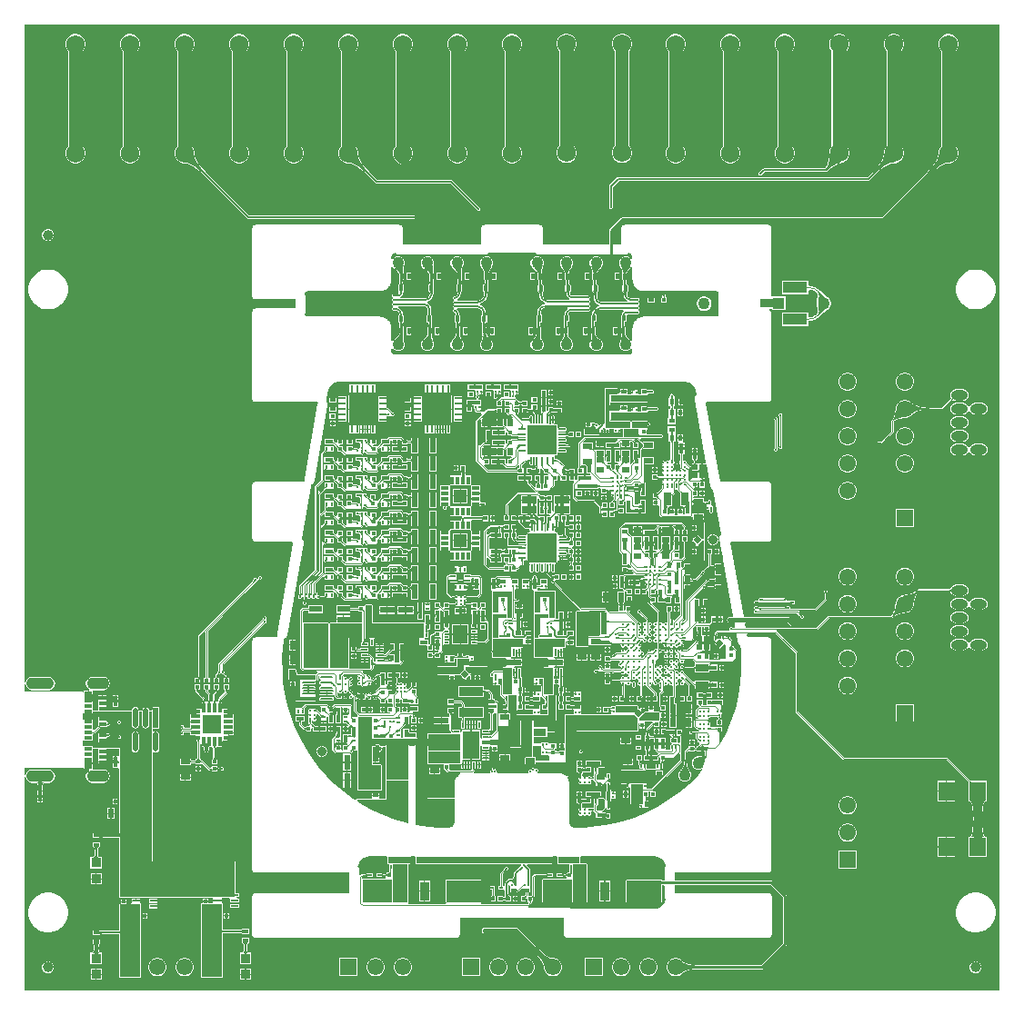
<source format=gtl>
G04*
G04 #@! TF.GenerationSoftware,Altium Limited,Altium Designer,24.10.1 (45)*
G04*
G04 Layer_Physical_Order=1*
G04 Layer_Color=255*
%FSLAX25Y25*%
%MOIN*%
G70*
G04*
G04 #@! TF.SameCoordinates,083811C0-BB5A-407D-82B1-07892853DE6B*
G04*
G04*
G04 #@! TF.FilePolarity,Positive*
G04*
G01*
G75*
%ADD10C,0.00394*%
%ADD13C,0.01181*%
%ADD14C,0.00787*%
%ADD16C,0.00500*%
%ADD18C,0.00400*%
%ADD19C,0.00800*%
%ADD20C,0.00600*%
%ADD21C,0.00300*%
%ADD32R,0.03150X0.00984*%
%ADD33R,0.02756X0.00984*%
%ADD34C,0.00700*%
%ADD35C,0.00800*%
%ADD36R,0.03347X0.09055*%
%ADD37R,0.09055X0.03347*%
%ADD38R,0.05906X0.07087*%
%ADD39R,0.02756X0.01181*%
%ADD40R,0.02756X0.03937*%
%ADD41R,0.01378X0.01654*%
G04:AMPARAMS|DCode=42|XSize=73mil|YSize=20.31mil|CornerRadius=10.15mil|HoleSize=0mil|Usage=FLASHONLY|Rotation=270.000|XOffset=0mil|YOffset=0mil|HoleType=Round|Shape=RoundedRectangle|*
%AMROUNDEDRECTD42*
21,1,0.07300,0.00000,0,0,270.0*
21,1,0.05269,0.02031,0,0,270.0*
1,1,0.02031,0.00000,-0.02635*
1,1,0.02031,0.00000,0.02635*
1,1,0.02031,0.00000,0.02635*
1,1,0.02031,0.00000,-0.02635*
%
%ADD42ROUNDEDRECTD42*%
%ADD43R,0.02031X0.07300*%
%ADD44R,0.01181X0.03543*%
%ADD45R,0.03543X0.01181*%
%ADD46R,0.01181X0.01181*%
%ADD47R,0.01654X0.01378*%
%ADD48R,0.01575X0.01378*%
%ADD49R,0.03543X0.01968*%
%ADD50R,0.03740X0.03740*%
%ADD51R,0.02165X0.01378*%
%ADD52C,0.00709*%
%ADD53R,0.01968X0.03543*%
%ADD54R,0.02362X0.01181*%
%ADD55R,0.01654X0.02047*%
%ADD56C,0.01024*%
%ADD57R,0.00787X0.01102*%
%ADD58R,0.01378X0.01575*%
G04:AMPARAMS|DCode=59|XSize=9.42mil|YSize=28.78mil|CornerRadius=4.71mil|HoleSize=0mil|Usage=FLASHONLY|Rotation=270.000|XOffset=0mil|YOffset=0mil|HoleType=Round|Shape=RoundedRectangle|*
%AMROUNDEDRECTD59*
21,1,0.00942,0.01936,0,0,270.0*
21,1,0.00000,0.02878,0,0,270.0*
1,1,0.00942,-0.00968,0.00000*
1,1,0.00942,-0.00968,0.00000*
1,1,0.00942,0.00968,0.00000*
1,1,0.00942,0.00968,0.00000*
%
%ADD59ROUNDEDRECTD59*%
%ADD60R,0.00942X0.02878*%
G04:AMPARAMS|DCode=61|XSize=28.78mil|YSize=9.42mil|CornerRadius=4.71mil|HoleSize=0mil|Usage=FLASHONLY|Rotation=0.000|XOffset=0mil|YOffset=0mil|HoleType=Round|Shape=RoundedRectangle|*
%AMROUNDEDRECTD61*
21,1,0.02878,0.00000,0,0,0.0*
21,1,0.01936,0.00942,0,0,0.0*
1,1,0.00942,0.00968,0.00000*
1,1,0.00942,-0.00968,0.00000*
1,1,0.00942,-0.00968,0.00000*
1,1,0.00942,0.00968,0.00000*
%
%ADD61ROUNDEDRECTD61*%
%ADD62C,0.01063*%
%ADD63R,0.01024X0.02598*%
G04:AMPARAMS|DCode=64|XSize=9.42mil|YSize=28.78mil|CornerRadius=4.71mil|HoleSize=0mil|Usage=FLASHONLY|Rotation=0.000|XOffset=0mil|YOffset=0mil|HoleType=Round|Shape=RoundedRectangle|*
%AMROUNDEDRECTD64*
21,1,0.00942,0.01936,0,0,0.0*
21,1,0.00000,0.02878,0,0,0.0*
1,1,0.00942,0.00000,-0.00968*
1,1,0.00942,0.00000,-0.00968*
1,1,0.00942,0.00000,0.00968*
1,1,0.00942,0.00000,0.00968*
%
%ADD64ROUNDEDRECTD64*%
G04:AMPARAMS|DCode=65|XSize=28.78mil|YSize=9.42mil|CornerRadius=4.71mil|HoleSize=0mil|Usage=FLASHONLY|Rotation=270.000|XOffset=0mil|YOffset=0mil|HoleType=Round|Shape=RoundedRectangle|*
%AMROUNDEDRECTD65*
21,1,0.02878,0.00000,0,0,270.0*
21,1,0.01936,0.00942,0,0,270.0*
1,1,0.00942,0.00000,-0.00968*
1,1,0.00942,0.00000,0.00968*
1,1,0.00942,0.00000,0.00968*
1,1,0.00942,0.00000,-0.00968*
%
%ADD65ROUNDEDRECTD65*%
%ADD66R,0.01181X0.00787*%
%ADD67R,0.01968X0.02756*%
%ADD68R,0.02756X0.01968*%
%ADD69R,0.00984X0.02362*%
%ADD70R,0.02047X0.01654*%
%ADD71R,0.02598X0.01024*%
%ADD72R,0.01968X0.01181*%
%ADD73C,0.00886*%
%ADD74R,0.02878X0.00942*%
%ADD75R,0.01850X0.02047*%
%ADD76R,0.00787X0.01791*%
%ADD77R,0.01378X0.02165*%
%ADD78R,0.02362X0.00787*%
G04:AMPARAMS|DCode=79|XSize=9.45mil|YSize=47.24mil|CornerRadius=2.36mil|HoleSize=0mil|Usage=FLASHONLY|Rotation=90.000|XOffset=0mil|YOffset=0mil|HoleType=Round|Shape=RoundedRectangle|*
%AMROUNDEDRECTD79*
21,1,0.00945,0.04252,0,0,90.0*
21,1,0.00472,0.04724,0,0,90.0*
1,1,0.00472,0.02126,0.00236*
1,1,0.00472,0.02126,-0.00236*
1,1,0.00472,-0.02126,-0.00236*
1,1,0.00472,-0.02126,0.00236*
%
%ADD79ROUNDEDRECTD79*%
%ADD80R,0.01988X0.00787*%
%ADD81R,0.02362X0.01575*%
%ADD82R,0.02362X0.05315*%
%ADD83R,0.00984X0.01575*%
%ADD84R,0.00787X0.00787*%
%ADD85R,0.02756X0.01575*%
%ADD86R,0.03150X0.01181*%
%ADD87R,0.01181X0.03150*%
%ADD88R,0.00787X0.01181*%
%ADD89R,0.01102X0.00787*%
%ADD90R,0.02126X0.01181*%
%ADD91R,0.00394X0.00394*%
%ADD92R,0.00709X0.00630*%
%ADD93R,0.01575X0.02756*%
%ADD94R,0.00984X0.02756*%
%ADD95R,0.04803X0.02441*%
%ADD96R,0.02165X0.01378*%
%ADD97R,0.01378X0.02047*%
%ADD98R,0.05315X0.02362*%
%ADD99R,0.02362X0.00984*%
%ADD100R,0.01575X0.00984*%
%ADD101R,0.01024X0.01063*%
%ADD102R,0.01772X0.00984*%
%ADD103R,0.03543X0.07087*%
%ADD104R,0.02953X0.02953*%
%ADD105R,0.01378X0.00441*%
%ADD106R,0.00441X0.01378*%
%ADD107R,0.01063X0.01024*%
%ADD108C,0.00787*%
%ADD109R,0.01378X0.02165*%
%ADD110R,0.01417X0.00984*%
%ADD111R,0.00984X0.02559*%
%ADD112R,0.02559X0.00984*%
%ADD113R,0.00984X0.00591*%
%ADD114R,0.00630X0.00709*%
%ADD115R,0.00591X0.00984*%
%ADD116R,0.00984X0.01417*%
%ADD117R,0.01181X0.02362*%
%ADD118R,0.02047X0.01378*%
%ADD119R,0.02756X0.05118*%
%ADD120R,0.01575X0.01378*%
%ADD121R,0.01181X0.02126*%
%ADD122R,0.00787X0.02362*%
%ADD123P,0.02951X4X270.0*%
%ADD124P,0.02673X4X270.0*%
%ADD125P,0.02951X4X180.0*%
%ADD126R,0.05394X0.02362*%
%ADD127R,0.04842X0.04842*%
%ADD128R,0.09843X0.09843*%
%ADD129R,0.06496X0.10433*%
%ADD130R,0.05118X0.02756*%
%ADD131R,0.02362X0.07874*%
%ADD140R,0.07087X0.07087*%
%ADD216R,0.10827X0.10827*%
%ADD220R,0.10827X0.10827*%
%ADD226R,0.08661X0.04134*%
%ADD227R,0.04134X0.03937*%
G04:AMPARAMS|DCode=232|XSize=102.36mil|YSize=43.31mil|CornerRadius=21.65mil|HoleSize=0mil|Usage=FLASHONLY|Rotation=0.000|XOffset=0mil|YOffset=0mil|HoleType=Round|Shape=RoundedRectangle|*
%AMROUNDEDRECTD232*
21,1,0.10236,0.00000,0,0,0.0*
21,1,0.05906,0.04331,0,0,0.0*
1,1,0.04331,0.02953,0.00000*
1,1,0.04331,-0.02953,0.00000*
1,1,0.04331,-0.02953,0.00000*
1,1,0.04331,0.02953,0.00000*
%
%ADD232ROUNDEDRECTD232*%
G04:AMPARAMS|DCode=233|XSize=82.68mil|YSize=43.31mil|CornerRadius=21.65mil|HoleSize=0mil|Usage=FLASHONLY|Rotation=0.000|XOffset=0mil|YOffset=0mil|HoleType=Round|Shape=RoundedRectangle|*
%AMROUNDEDRECTD233*
21,1,0.08268,0.00000,0,0,0.0*
21,1,0.03937,0.04331,0,0,0.0*
1,1,0.04331,0.01968,0.00000*
1,1,0.04331,-0.01968,0.00000*
1,1,0.04331,-0.01968,0.00000*
1,1,0.04331,0.01968,0.00000*
%
%ADD233ROUNDEDRECTD233*%
%ADD237C,0.04724*%
%ADD238C,0.06299*%
%ADD242C,0.01000*%
%ADD243C,0.00750*%
%ADD244C,0.03937*%
%ADD245R,0.02126X0.01378*%
%ADD246C,0.03543*%
%ADD247R,0.01378X0.02126*%
%AMCUSTOMSHAPE248*
4,1,11,-0.00196,0.01181,-0.00198,0.01179,-0.00198,0.00595,-0.00979,0.00595,-0.00984,0.00596,-0.00984,-0.00587,-0.00196,-0.00587,-0.00196,-0.01180,-0.00198,-0.01181,0.00984,-0.01181,0.00984,0.01181,-0.00196,0.01181,0.0*%
%ADD248CUSTOMSHAPE248*%

%ADD249R,0.05709X0.06850*%
%AMCUSTOMSHAPE250*
4,1,11,0.00196,-0.01181,0.00198,-0.01179,0.00198,-0.00595,0.00979,-0.00595,0.00984,-0.00596,0.00984,0.00587,0.00196,0.00587,0.00196,0.01180,0.00198,0.01181,-0.00984,0.01181,-0.00984,-0.01181,0.00196,-0.01181,0.0*%
%ADD250CUSTOMSHAPE250*%

%ADD251C,0.00236*%
%ADD252C,0.00748*%
%ADD253C,0.00310*%
%ADD254C,0.01500*%
%ADD255C,0.01200*%
%ADD256C,0.00276*%
%ADD257C,0.04724*%
%ADD258C,0.00480*%
%ADD259C,0.01900*%
%ADD260C,0.03000*%
%ADD261C,0.05000*%
%ADD262O,0.06200X0.03740*%
%ADD263C,0.06890*%
%ADD264C,0.06102*%
%ADD265R,0.06102X0.06102*%
%ADD266R,0.06102X0.06102*%
%ADD267C,0.04331*%
G36*
X178706Y-1157D02*
X178696Y-1198D01*
X178700Y-1220D01*
X178695Y-1242D01*
Y-35895D01*
X-178685D01*
X-178685Y42529D01*
X-178185Y42578D01*
X-178050Y41897D01*
X-177519Y41103D01*
X-176724Y40572D01*
X-175787Y40386D01*
X-174400D01*
X-174297Y40349D01*
X-174171Y40265D01*
X-174056Y40140D01*
X-173950Y39966D01*
X-173857Y39738D01*
X-173782Y39457D01*
X-173726Y39123D01*
X-173699Y38815D01*
X-173710Y38252D01*
X-173746Y37796D01*
X-173767Y37650D01*
X-173770Y37638D01*
X-173858D01*
X-173866Y37390D01*
X-173858Y37372D01*
Y35787D01*
X-172916D01*
X-172835Y35771D01*
X-172753Y35787D01*
X-171811D01*
Y37138D01*
X-171811Y37372D01*
X-171803Y37390D01*
X-171811Y37638D01*
X-171879D01*
X-171961Y38916D01*
X-171943Y39123D01*
X-171888Y39457D01*
X-171812Y39738D01*
X-171720Y39966D01*
X-171614Y40140D01*
X-171498Y40265D01*
X-171372Y40349D01*
X-171269Y40386D01*
X-169882D01*
X-168945Y40572D01*
X-168150Y41103D01*
X-167620Y41897D01*
X-167433Y42835D01*
X-167620Y43772D01*
X-168150Y44566D01*
X-168945Y45097D01*
X-169882Y45283D01*
X-175787D01*
X-176724Y45097D01*
X-177519Y44566D01*
X-178050Y43772D01*
X-178185Y43091D01*
X-178685Y43140D01*
X-178685Y45807D01*
X-157559D01*
X-157378Y45882D01*
X-157303Y46063D01*
X-156811Y46044D01*
Y45472D01*
X-155436D01*
Y47638D01*
X-155236D01*
Y47838D01*
X-153882D01*
Y47992D01*
X-153877Y47947D01*
X-153863Y47907D01*
X-153839Y47872D01*
X-153805Y47841D01*
X-153799Y47838D01*
X-153661D01*
Y49674D01*
X-153622Y50157D01*
X-153622Y50287D01*
X-153622Y52126D01*
X-153622Y52311D01*
Y52894D01*
X-152191D01*
X-151732Y52795D01*
X-151732Y52394D01*
X-151732Y50827D01*
X-151732Y50642D01*
Y49303D01*
X-151732Y49173D01*
X-151693Y48690D01*
Y48232D01*
X-150118D01*
X-148764D01*
Y48386D01*
X-148759Y48341D01*
X-148745Y48301D01*
X-148721Y48265D01*
X-148687Y48235D01*
X-148681Y48232D01*
X-148543D01*
Y48690D01*
X-148504Y49173D01*
X-148504Y49303D01*
X-148504Y51142D01*
X-148504Y51327D01*
X-148504Y52795D01*
X-148045Y52894D01*
X-143956D01*
Y50558D01*
X-144291Y50197D01*
X-144457Y50197D01*
X-145076D01*
Y49311D01*
Y48425D01*
X-144457D01*
X-144291Y48425D01*
X-143956Y48064D01*
Y48055D01*
X-144252Y47677D01*
X-144457Y47677D01*
X-146299D01*
Y45827D01*
X-144457D01*
X-144252Y45827D01*
X-143956Y45449D01*
Y21926D01*
X-148882D01*
X-148890Y21929D01*
X-150422Y21941D01*
X-151043Y21966D01*
X-151043Y21998D01*
X-151292Y22006D01*
X-151309Y21999D01*
X-151352Y21999D01*
X-151352Y21998D01*
X-153681D01*
Y20148D01*
X-151543D01*
X-151310Y20148D01*
X-151292Y20141D01*
X-151284Y20141D01*
X-151283Y20141D01*
X-151043Y20148D01*
Y20148D01*
X-148883Y20218D01*
X-148877Y20221D01*
X-143956D01*
Y-1400D01*
X-143882Y-1581D01*
X-143701Y-1656D01*
X-139364D01*
Y-1660D01*
X-135742D01*
Y-1656D01*
X-133065D01*
Y-1660D01*
X-129836D01*
Y-1656D01*
X-109689D01*
X-109525Y-2087D01*
X-109525Y-2156D01*
Y-2576D01*
X-107950D01*
X-106375D01*
Y-2156D01*
X-106375Y-2087D01*
X-106210Y-1656D01*
X-103524D01*
X-103265Y-2048D01*
X-103265Y-2156D01*
Y-3505D01*
X-100036D01*
Y-2048D01*
X-100547D01*
X-100809Y-1548D01*
X-100801Y-1536D01*
X-100036D01*
Y-80D01*
X-101244D01*
Y11417D01*
X-101319Y11598D01*
X-101500Y11673D01*
X-131634D01*
Y51421D01*
X-131134Y51688D01*
X-131000Y51598D01*
X-130512Y51501D01*
X-130023Y51598D01*
X-129609Y51875D01*
X-129333Y52289D01*
X-129236Y52777D01*
Y58046D01*
X-129333Y58535D01*
X-129609Y58949D01*
X-130023Y59225D01*
X-130512Y59322D01*
X-131000Y59225D01*
X-131134Y59136D01*
X-131634Y59403D01*
Y60387D01*
X-129260D01*
Y68160D01*
X-131763D01*
Y67239D01*
X-132228Y66791D01*
X-132976D01*
X-133085Y67253D01*
X-133110Y67381D01*
X-133378Y67782D01*
X-133779Y68050D01*
X-134052Y68104D01*
Y64273D01*
X-134452D01*
Y68104D01*
X-134725Y68050D01*
X-135126Y67782D01*
X-135394Y67381D01*
X-135419Y67253D01*
X-135528Y66791D01*
X-136716D01*
Y66908D01*
X-136813Y67396D01*
X-137090Y67810D01*
X-137504Y68087D01*
X-137992Y68184D01*
X-138480Y68087D01*
X-138894Y67810D01*
X-139171Y67396D01*
X-139268Y66908D01*
Y66791D01*
X-148045D01*
X-148504Y66890D01*
X-148504Y67291D01*
X-148504Y68858D01*
X-148504Y69043D01*
Y70382D01*
X-148504Y70512D01*
X-148543Y70995D01*
Y71454D01*
X-150118D01*
X-151470D01*
Y71054D01*
X-151693Y71049D01*
Y70995D01*
X-151732Y70512D01*
X-151732Y70382D01*
X-151732Y68543D01*
X-151732Y68358D01*
X-151732Y66890D01*
X-152191Y66791D01*
X-153268D01*
X-153622Y67145D01*
X-153622Y67874D01*
X-153622Y68059D01*
Y69398D01*
X-153622Y69528D01*
X-153661Y70011D01*
Y70573D01*
X-153774Y70437D01*
X-153846Y70274D01*
X-153870Y70091D01*
X-153876Y71847D01*
X-155236D01*
Y72047D01*
X-155436D01*
Y74212D01*
X-156811D01*
Y73641D01*
X-157303Y73622D01*
X-157378Y73803D01*
X-157559Y73878D01*
X-178685D01*
X-178685Y76544D01*
X-178185Y76594D01*
X-178050Y75913D01*
X-177519Y75119D01*
X-176724Y74588D01*
X-175787Y74402D01*
X-169882D01*
X-168945Y74588D01*
X-168150Y75119D01*
X-167620Y75913D01*
X-167433Y76850D01*
X-167620Y77787D01*
X-168150Y78582D01*
X-168945Y79113D01*
X-169882Y79299D01*
X-175787D01*
X-176724Y79113D01*
X-177519Y78582D01*
X-178050Y77787D01*
X-178185Y77107D01*
X-178685Y77156D01*
X-178685Y318695D01*
X178706Y318695D01*
Y-1157D01*
D02*
G37*
G36*
X-148758Y62217D02*
X-148739Y62164D01*
X-148707Y62118D01*
X-148663Y62078D01*
X-148606Y62043D01*
X-148537Y62016D01*
X-148514Y62010D01*
X-148509Y62011D01*
X-148440Y62027D01*
X-148384Y62045D01*
X-148341Y62066D01*
X-148310Y62090D01*
Y61974D01*
X-148252Y61969D01*
X-148132Y61966D01*
Y61656D01*
X-148252Y61653D01*
X-148310Y61648D01*
Y61532D01*
X-148341Y61556D01*
X-148384Y61577D01*
X-148440Y61595D01*
X-148509Y61611D01*
X-148514Y61612D01*
X-148537Y61606D01*
X-148606Y61579D01*
X-148663Y61544D01*
X-148707Y61504D01*
X-148739Y61458D01*
X-148758Y61405D01*
X-148764Y61346D01*
Y61642D01*
X-148789Y61645D01*
X-149038Y61655D01*
X-149181Y61656D01*
Y61966D01*
X-149038Y61967D01*
X-148764Y61985D01*
Y62276D01*
X-148758Y62217D01*
D02*
G37*
G36*
X-151116Y61241D02*
X-151131Y61230D01*
X-151144Y61213D01*
X-151155Y61190D01*
X-151164Y61160D01*
X-151172Y61123D01*
X-151178Y61080D01*
X-151183Y61030D01*
X-151186Y60910D01*
X-151496D01*
X-151484Y61232D01*
X-151100Y61244D01*
X-151116Y61241D01*
D02*
G37*
G36*
X-131890Y53150D02*
Y11417D01*
X-101500D01*
Y-1400D01*
X-143701D01*
Y53150D01*
X-153622D01*
Y53780D01*
X-156850D01*
Y53780D01*
X-157303Y53893D01*
Y55949D01*
X-156850Y56063D01*
X-156803Y56063D01*
X-153622D01*
X-153622Y58031D01*
X-153393Y58435D01*
X-153094Y58559D01*
X-151042Y60611D01*
X-150918Y60910D01*
Y60984D01*
X-148504D01*
X-148504Y60984D01*
X-148157Y61181D01*
X-147906D01*
X-147675Y61277D01*
X-147497Y61454D01*
X-147402Y61686D01*
Y61936D01*
X-147497Y62168D01*
X-147675Y62345D01*
X-147906Y62441D01*
X-148085D01*
X-148504Y62797D01*
X-148504Y63138D01*
Y64606D01*
X-151732D01*
X-151732Y62638D01*
X-151732Y62453D01*
Y61453D01*
X-151765Y61375D01*
Y61086D01*
X-152856Y59994D01*
X-153498Y60029D01*
X-153622Y60185D01*
X-153622Y61968D01*
X-153622Y62154D01*
Y63622D01*
X-156803D01*
X-156850Y63622D01*
X-157303Y63736D01*
Y65792D01*
X-156850Y65905D01*
Y65905D01*
X-153622D01*
Y66535D01*
X-139268D01*
Y61639D01*
X-139171Y61151D01*
X-138894Y60737D01*
X-138480Y60460D01*
X-137992Y60363D01*
X-137504Y60460D01*
X-137090Y60737D01*
X-136813Y61151D01*
X-136716Y61639D01*
Y66535D01*
X-135528D01*
Y61639D01*
X-135431Y61151D01*
X-135154Y60737D01*
X-134740Y60460D01*
X-134252Y60363D01*
X-133764Y60460D01*
X-133350Y60737D01*
X-133073Y61151D01*
X-132976Y61639D01*
Y66535D01*
X-131890D01*
Y53150D01*
D02*
G37*
G36*
X-153877Y59177D02*
X-153863Y59143D01*
X-153838Y59113D01*
X-153804Y59086D01*
X-153760Y59064D01*
X-153706Y59046D01*
X-153643Y59031D01*
X-153569Y59021D01*
X-153486Y59015D01*
X-153393Y59013D01*
Y58703D01*
X-153486Y58701D01*
X-153643Y58685D01*
X-153706Y58671D01*
X-153760Y58653D01*
X-153804Y58630D01*
X-153838Y58604D01*
X-153863Y58573D01*
X-153877Y58539D01*
X-153882Y58500D01*
Y59216D01*
X-153877Y59177D01*
D02*
G37*
G36*
X-171287Y40651D02*
X-171488Y40580D01*
X-171665Y40461D01*
X-171819Y40295D01*
X-171949Y40081D01*
X-172055Y39820D01*
X-172138Y39511D01*
X-172197Y39155D01*
X-172218Y38919D01*
X-172126Y37484D01*
X-172094Y37413D01*
X-172059Y37390D01*
X-173610D01*
X-173575Y37413D01*
X-173543Y37484D01*
X-173516Y37602D01*
X-173492Y37767D01*
X-173455Y38240D01*
X-173443Y38824D01*
X-173472Y39155D01*
X-173531Y39511D01*
X-173614Y39820D01*
X-173720Y40081D01*
X-173850Y40295D01*
X-174004Y40461D01*
X-174181Y40580D01*
X-174382Y40651D01*
X-174606Y40675D01*
X-171063D01*
X-171287Y40651D01*
D02*
G37*
G36*
X-151268Y21736D02*
X-151196Y21723D01*
X-151076Y21711D01*
X-150428Y21686D01*
X-148892Y21673D01*
Y20473D01*
X-151292Y20396D01*
Y21750D01*
X-151268Y21736D01*
D02*
G37*
%LPC*%
G36*
X40885Y315181D02*
X39915D01*
X38979Y314930D01*
X38140Y314446D01*
X37454Y313760D01*
X36970Y312921D01*
X36719Y311985D01*
Y311015D01*
X36970Y310079D01*
X37454Y309240D01*
X37708Y308986D01*
X37779Y302375D01*
Y280488D01*
X37734Y274245D01*
X37723Y274047D01*
X37719Y274025D01*
X37454Y273760D01*
X36970Y272921D01*
X36719Y271985D01*
Y271015D01*
X36970Y270079D01*
X37454Y269240D01*
X38140Y268554D01*
X38979Y268070D01*
X39915Y267819D01*
X40885D01*
X41821Y268070D01*
X42660Y268554D01*
X43346Y269240D01*
X43830Y270079D01*
X44081Y271015D01*
Y271985D01*
X43830Y272921D01*
X43346Y273760D01*
X43092Y274014D01*
X43021Y280625D01*
Y302512D01*
X43066Y308754D01*
X43078Y308953D01*
X43081Y308976D01*
X43346Y309240D01*
X43830Y310079D01*
X44081Y311015D01*
Y311985D01*
X43830Y312921D01*
X43346Y313760D01*
X42660Y314446D01*
X41821Y314930D01*
X40885Y315181D01*
D02*
G37*
G36*
X20485D02*
X19515D01*
X18579Y314930D01*
X17740Y314446D01*
X17054Y313760D01*
X16570Y312921D01*
X16319Y311985D01*
Y311015D01*
X16570Y310079D01*
X17054Y309240D01*
X17240Y309054D01*
Y273946D01*
X17054Y273760D01*
X16570Y272921D01*
X16319Y271985D01*
Y271015D01*
X16570Y270079D01*
X17054Y269240D01*
X17740Y268554D01*
X18579Y268070D01*
X19515Y267819D01*
X20485D01*
X21421Y268070D01*
X22260Y268554D01*
X22946Y269240D01*
X23430Y270079D01*
X23681Y271015D01*
Y271985D01*
X23430Y272921D01*
X22946Y273760D01*
X22760Y273946D01*
Y309054D01*
X22946Y309240D01*
X23430Y310079D01*
X23681Y311015D01*
Y311985D01*
X23430Y312921D01*
X22946Y313760D01*
X22260Y314446D01*
X21421Y314930D01*
X20485Y315181D01*
D02*
G37*
G36*
X80485Y315083D02*
X79515D01*
X78579Y314832D01*
X77740Y314347D01*
X77054Y313662D01*
X76570Y312822D01*
X76319Y311886D01*
Y310917D01*
X76570Y309981D01*
X77054Y309141D01*
X77240Y308956D01*
Y273848D01*
X77054Y273662D01*
X76570Y272822D01*
X76319Y271886D01*
Y270917D01*
X76570Y269981D01*
X77054Y269141D01*
X77740Y268456D01*
X78579Y267971D01*
X79515Y267721D01*
X80485D01*
X81421Y267971D01*
X82260Y268456D01*
X82946Y269141D01*
X83430Y269981D01*
X83681Y270917D01*
Y271886D01*
X83430Y272822D01*
X82946Y273662D01*
X82760Y273848D01*
Y308956D01*
X82946Y309141D01*
X83430Y309981D01*
X83681Y310917D01*
Y311886D01*
X83430Y312822D01*
X82946Y313662D01*
X82260Y314347D01*
X81421Y314832D01*
X80485Y315083D01*
D02*
G37*
G36*
X60485D02*
X59515D01*
X58579Y314832D01*
X57740Y314347D01*
X57054Y313662D01*
X56570Y312822D01*
X56319Y311886D01*
Y310917D01*
X56570Y309981D01*
X57054Y309141D01*
X57240Y308956D01*
Y273848D01*
X57054Y273662D01*
X56570Y272822D01*
X56319Y271886D01*
Y270917D01*
X56570Y269981D01*
X57054Y269141D01*
X57740Y268456D01*
X58579Y267971D01*
X59515Y267721D01*
X60485D01*
X61421Y267971D01*
X62260Y268456D01*
X62946Y269141D01*
X63430Y269981D01*
X63681Y270917D01*
Y271886D01*
X63430Y272822D01*
X62946Y273662D01*
X62760Y273848D01*
Y308956D01*
X62946Y309141D01*
X63430Y309981D01*
X63681Y310917D01*
Y311886D01*
X63430Y312822D01*
X62946Y313662D01*
X62260Y314347D01*
X61421Y314832D01*
X60485Y315083D01*
D02*
G37*
G36*
X485D02*
X-485D01*
X-1421Y314832D01*
X-2260Y314347D01*
X-2946Y313662D01*
X-3430Y312822D01*
X-3681Y311886D01*
Y310917D01*
X-3430Y309981D01*
X-2946Y309141D01*
X-2760Y308956D01*
Y273848D01*
X-2946Y273662D01*
X-3430Y272822D01*
X-3681Y271886D01*
Y270917D01*
X-3430Y269981D01*
X-2946Y269141D01*
X-2260Y268456D01*
X-1421Y267971D01*
X-485Y267721D01*
X485D01*
X1421Y267971D01*
X2260Y268456D01*
X2946Y269141D01*
X3430Y269981D01*
X3681Y270917D01*
Y271886D01*
X3430Y272822D01*
X2946Y273662D01*
X2760Y273848D01*
Y308956D01*
X2946Y309141D01*
X3430Y309981D01*
X3681Y310917D01*
Y311886D01*
X3430Y312822D01*
X2946Y313662D01*
X2260Y314347D01*
X1421Y314832D01*
X485Y315083D01*
D02*
G37*
G36*
X-19515D02*
X-20485D01*
X-21421Y314832D01*
X-22260Y314347D01*
X-22946Y313662D01*
X-23430Y312822D01*
X-23681Y311886D01*
Y310917D01*
X-23430Y309981D01*
X-22946Y309141D01*
X-22760Y308956D01*
Y273848D01*
X-22946Y273662D01*
X-23430Y272822D01*
X-23681Y271886D01*
Y270917D01*
X-23430Y269981D01*
X-22946Y269141D01*
X-22260Y268456D01*
X-21421Y267971D01*
X-20485Y267721D01*
X-19515D01*
X-18579Y267971D01*
X-17740Y268456D01*
X-17054Y269141D01*
X-16570Y269981D01*
X-16319Y270917D01*
Y271886D01*
X-16570Y272822D01*
X-17054Y273662D01*
X-17240Y273848D01*
Y308956D01*
X-17054Y309141D01*
X-16570Y309981D01*
X-16319Y310917D01*
Y311886D01*
X-16570Y312822D01*
X-17054Y313662D01*
X-17740Y314347D01*
X-18579Y314832D01*
X-19515Y315083D01*
D02*
G37*
G36*
X-79515D02*
X-80485D01*
X-81421Y314832D01*
X-82260Y314347D01*
X-82946Y313662D01*
X-83430Y312822D01*
X-83681Y311886D01*
Y310917D01*
X-83430Y309981D01*
X-82946Y309141D01*
X-82760Y308956D01*
Y273848D01*
X-82946Y273662D01*
X-83430Y272822D01*
X-83681Y271886D01*
Y270917D01*
X-83430Y269981D01*
X-82946Y269141D01*
X-82260Y268456D01*
X-81421Y267971D01*
X-80485Y267721D01*
X-79515D01*
X-78579Y267971D01*
X-77740Y268456D01*
X-77054Y269141D01*
X-76570Y269981D01*
X-76319Y270917D01*
Y271886D01*
X-76570Y272822D01*
X-77054Y273662D01*
X-77240Y273848D01*
Y308956D01*
X-77054Y309141D01*
X-76570Y309981D01*
X-76319Y310917D01*
Y311886D01*
X-76570Y312822D01*
X-77054Y313662D01*
X-77740Y314347D01*
X-78579Y314832D01*
X-79515Y315083D01*
D02*
G37*
G36*
X-99515D02*
X-100485D01*
X-101421Y314832D01*
X-102260Y314347D01*
X-102946Y313662D01*
X-103430Y312822D01*
X-103681Y311886D01*
Y310917D01*
X-103430Y309981D01*
X-102946Y309141D01*
X-102760Y308956D01*
Y273848D01*
X-102946Y273662D01*
X-103430Y272822D01*
X-103681Y271886D01*
Y270917D01*
X-103430Y269981D01*
X-102946Y269141D01*
X-102260Y268456D01*
X-101421Y267971D01*
X-100485Y267721D01*
X-99515D01*
X-98579Y267971D01*
X-97740Y268456D01*
X-97054Y269141D01*
X-96570Y269981D01*
X-96319Y270917D01*
Y271886D01*
X-96570Y272822D01*
X-97054Y273662D01*
X-97240Y273848D01*
Y308956D01*
X-97054Y309141D01*
X-96570Y309981D01*
X-96319Y310917D01*
Y311886D01*
X-96570Y312822D01*
X-97054Y313662D01*
X-97740Y314347D01*
X-98579Y314832D01*
X-99515Y315083D01*
D02*
G37*
G36*
X-139515D02*
X-140485D01*
X-141421Y314832D01*
X-142260Y314347D01*
X-142946Y313662D01*
X-143430Y312822D01*
X-143681Y311886D01*
Y310917D01*
X-143430Y309981D01*
X-142946Y309141D01*
X-142760Y308956D01*
Y273848D01*
X-142946Y273662D01*
X-143430Y272822D01*
X-143681Y271886D01*
Y270917D01*
X-143430Y269981D01*
X-142946Y269141D01*
X-142260Y268456D01*
X-141421Y267971D01*
X-140485Y267721D01*
X-139515D01*
X-138579Y267971D01*
X-137740Y268456D01*
X-137054Y269141D01*
X-136570Y269981D01*
X-136319Y270917D01*
Y271886D01*
X-136570Y272822D01*
X-137054Y273662D01*
X-137240Y273848D01*
Y308956D01*
X-137054Y309141D01*
X-136570Y309981D01*
X-136319Y310917D01*
Y311886D01*
X-136570Y312822D01*
X-137054Y313662D01*
X-137740Y314347D01*
X-138579Y314832D01*
X-139515Y315083D01*
D02*
G37*
G36*
X-159515D02*
X-160485D01*
X-161421Y314832D01*
X-162260Y314347D01*
X-162946Y313662D01*
X-163430Y312822D01*
X-163681Y311886D01*
Y310917D01*
X-163430Y309981D01*
X-162946Y309141D01*
X-162760Y308956D01*
Y273848D01*
X-162946Y273662D01*
X-163430Y272822D01*
X-163681Y271886D01*
Y270917D01*
X-163430Y269981D01*
X-162946Y269141D01*
X-162260Y268456D01*
X-161421Y267971D01*
X-160485Y267721D01*
X-159515D01*
X-158579Y267971D01*
X-157740Y268456D01*
X-157054Y269141D01*
X-156570Y269981D01*
X-156319Y270917D01*
Y271886D01*
X-156570Y272822D01*
X-157054Y273662D01*
X-157240Y273848D01*
Y308956D01*
X-157054Y309141D01*
X-156570Y309981D01*
X-156319Y310917D01*
Y311886D01*
X-156570Y312822D01*
X-157054Y313662D01*
X-157740Y314347D01*
X-158579Y314832D01*
X-159515Y315083D01*
D02*
G37*
G36*
X100485Y315083D02*
X99515D01*
X98579Y314832D01*
X97740Y314347D01*
X97054Y313662D01*
X96570Y312822D01*
X96319Y311886D01*
Y310917D01*
X96570Y309981D01*
X97054Y309141D01*
X97240Y308956D01*
Y273848D01*
X97054Y273662D01*
X96570Y272822D01*
X96319Y271886D01*
Y270917D01*
X96570Y269981D01*
X97054Y269141D01*
X97740Y268456D01*
X98579Y267971D01*
X99515Y267720D01*
X100485D01*
X101421Y267971D01*
X102260Y268456D01*
X102946Y269141D01*
X103430Y269981D01*
X103681Y270917D01*
Y271886D01*
X103430Y272822D01*
X102946Y273662D01*
X102760Y273848D01*
Y308956D01*
X102946Y309141D01*
X103430Y309981D01*
X103681Y310917D01*
Y311886D01*
X103430Y312822D01*
X102946Y313662D01*
X102260Y314347D01*
X101421Y314832D01*
X100485Y315083D01*
D02*
G37*
G36*
X-39515Y315083D02*
X-40485D01*
X-41421Y314832D01*
X-42260Y314347D01*
X-42946Y313662D01*
X-43430Y312822D01*
X-43681Y311886D01*
Y310917D01*
X-43430Y309981D01*
X-42946Y309141D01*
X-42760Y308956D01*
Y273848D01*
X-42946Y273662D01*
X-43430Y272822D01*
X-43681Y271886D01*
Y270917D01*
X-43430Y269981D01*
X-42946Y269141D01*
X-42277Y268473D01*
X-41951Y268049D01*
X-41380Y267610D01*
X-40714Y267334D01*
X-40000Y267240D01*
X-39286Y267334D01*
X-38620Y267610D01*
X-38048Y268049D01*
X-37723Y268473D01*
X-37054Y269141D01*
X-36570Y269981D01*
X-36319Y270917D01*
Y271886D01*
X-36570Y272822D01*
X-37054Y273662D01*
X-37240Y273848D01*
Y308956D01*
X-37054Y309141D01*
X-36570Y309981D01*
X-36319Y310917D01*
Y311886D01*
X-36570Y312822D01*
X-37054Y313662D01*
X-37740Y314347D01*
X-38579Y314832D01*
X-39515Y315083D01*
D02*
G37*
G36*
X120443Y315086D02*
X119474D01*
X118537Y314835D01*
X117698Y314350D01*
X117013Y313665D01*
X116528Y312826D01*
X116277Y311889D01*
Y310920D01*
X116528Y309984D01*
X117013Y309144D01*
X117198Y308959D01*
Y273851D01*
X117013Y273665D01*
X116528Y272826D01*
X116277Y271889D01*
Y271381D01*
X116258Y271337D01*
X116255Y270550D01*
X116214Y269816D01*
X116134Y269127D01*
X116016Y268483D01*
X115861Y267885D01*
X115669Y267332D01*
X115440Y266824D01*
X115175Y266360D01*
X114874Y265941D01*
X114702Y265749D01*
X92300D01*
X92300Y265749D01*
X92052Y265699D01*
X91841Y265559D01*
X91841Y265559D01*
X90541Y264259D01*
X90488Y264179D01*
X90466Y264157D01*
X90454Y264128D01*
X90401Y264048D01*
X90382Y263954D01*
X90370Y263925D01*
Y263894D01*
X90351Y263800D01*
X90370Y263706D01*
Y263675D01*
X90382Y263646D01*
X90401Y263552D01*
X90454Y263472D01*
X90466Y263443D01*
X90488Y263421D01*
X90541Y263341D01*
X90621Y263288D01*
X90643Y263266D01*
X90672Y263254D01*
X90752Y263201D01*
X90846Y263182D01*
X90875Y263170D01*
X90906D01*
X91000Y263151D01*
X91094Y263170D01*
X91125D01*
X91154Y263182D01*
X91248Y263201D01*
X91328Y263254D01*
X91357Y263266D01*
X91379Y263288D01*
X91459Y263341D01*
X92569Y264451D01*
X115000D01*
X115000Y264451D01*
X115248Y264501D01*
X115426Y264619D01*
X115460Y264633D01*
X115975Y265127D01*
X117019Y265997D01*
X117541Y266369D01*
X118068Y266703D01*
X118599Y266999D01*
X119134Y267255D01*
X119672Y267472D01*
X120213Y267651D01*
X120766Y267794D01*
X120801Y267820D01*
X121379Y267974D01*
X122218Y268459D01*
X122904Y269145D01*
X123388Y269984D01*
X123639Y270920D01*
Y271889D01*
X123388Y272826D01*
X122904Y273665D01*
X122718Y273851D01*
Y308959D01*
X122904Y309144D01*
X123388Y309984D01*
X123639Y310920D01*
Y311889D01*
X123388Y312826D01*
X122904Y313665D01*
X122218Y314350D01*
X121379Y314835D01*
X120443Y315086D01*
D02*
G37*
G36*
X140485D02*
X139515D01*
X138579Y314835D01*
X137740Y314350D01*
X137054Y313665D01*
X136570Y312826D01*
X136319Y311889D01*
Y310920D01*
X136570Y309984D01*
X137054Y309144D01*
X137240Y308959D01*
Y273851D01*
X137054Y273665D01*
X136570Y272826D01*
X136319Y271889D01*
Y271462D01*
X136300Y271424D01*
X136260Y270851D01*
X136142Y270267D01*
X135944Y269654D01*
X135664Y269011D01*
X135302Y268340D01*
X134857Y267641D01*
X134331Y266917D01*
X133022Y265379D01*
X132243Y264572D01*
X132237Y264556D01*
X130331Y262650D01*
X39002D01*
X39002Y262650D01*
X38753Y262601D01*
X38543Y262460D01*
X38543Y262460D01*
X35841Y259759D01*
X35701Y259548D01*
X35651Y259300D01*
X35651Y259300D01*
Y251427D01*
X35670Y251333D01*
Y251302D01*
X35682Y251273D01*
X35701Y251179D01*
X35754Y251099D01*
X35766Y251070D01*
X35788Y251048D01*
X35841Y250968D01*
X35921Y250915D01*
X35943Y250893D01*
X35972Y250881D01*
X36052Y250828D01*
X36146Y250809D01*
X36175Y250797D01*
X36206D01*
X36300Y250778D01*
X36394Y250797D01*
X36425D01*
X36454Y250809D01*
X36548Y250828D01*
X36628Y250881D01*
X36657Y250893D01*
X36679Y250915D01*
X36759Y250968D01*
X36812Y251048D01*
X36834Y251070D01*
X36846Y251099D01*
X36899Y251179D01*
X36918Y251273D01*
X36930Y251302D01*
Y251333D01*
X36949Y251427D01*
Y259031D01*
X39270Y261353D01*
X130600D01*
X130600Y261353D01*
X130848Y261402D01*
X131059Y261543D01*
X133152Y263636D01*
X133167Y263642D01*
X134763Y265122D01*
X135514Y265732D01*
X136240Y266260D01*
X136940Y266705D01*
X137610Y267068D01*
X138252Y267348D01*
X138865Y267546D01*
X139449Y267664D01*
X140021Y267705D01*
X140059Y267724D01*
X140485D01*
X141421Y267974D01*
X142260Y268459D01*
X142946Y269145D01*
X143430Y269984D01*
X143681Y270920D01*
Y271889D01*
X143430Y272826D01*
X142946Y273665D01*
X142760Y273851D01*
Y308959D01*
X142946Y309144D01*
X143430Y309984D01*
X143681Y310920D01*
Y311889D01*
X143430Y312826D01*
X142946Y313665D01*
X142260Y314350D01*
X141421Y314835D01*
X140485Y315086D01*
D02*
G37*
G36*
X-59515Y315083D02*
X-60485D01*
X-61421Y314832D01*
X-62260Y314347D01*
X-62946Y313662D01*
X-63430Y312822D01*
X-63681Y311886D01*
Y310917D01*
X-63430Y309981D01*
X-62946Y309141D01*
X-62760Y308956D01*
Y273848D01*
X-62946Y273662D01*
X-63430Y272822D01*
X-63681Y271886D01*
Y270917D01*
X-63430Y269981D01*
X-62946Y269141D01*
X-62260Y268456D01*
X-61421Y267971D01*
X-60485Y267721D01*
X-60058D01*
X-60020Y267702D01*
X-59448Y267661D01*
X-58864Y267543D01*
X-58251Y267345D01*
X-57608Y267065D01*
X-56937Y266703D01*
X-56238Y266258D01*
X-55514Y265732D01*
X-53976Y264422D01*
X-53169Y263644D01*
X-53153Y263637D01*
X-50059Y260543D01*
X-50059Y260543D01*
X-49848Y260402D01*
X-49600Y260353D01*
X-49600Y260353D01*
X-22669D01*
X-12757Y250441D01*
X-12757Y250441D01*
X-12547Y250301D01*
X-12298Y250251D01*
X-12298Y250251D01*
X-12200D01*
X-12106Y250270D01*
X-12075D01*
X-12046Y250282D01*
X-11952Y250301D01*
X-11872Y250354D01*
X-11843Y250366D01*
X-11821Y250388D01*
X-11741Y250441D01*
X-11688Y250521D01*
X-11666Y250543D01*
X-11654Y250572D01*
X-11601Y250652D01*
X-11582Y250746D01*
X-11570Y250775D01*
Y250806D01*
X-11551Y250900D01*
X-11570Y250994D01*
Y251025D01*
X-11582Y251054D01*
X-11601Y251148D01*
X-11654Y251228D01*
X-11666Y251257D01*
X-11688Y251279D01*
X-11741Y251359D01*
X-11821Y251412D01*
X-11843Y251434D01*
X-11872Y251446D01*
X-11952Y251499D01*
X-11987Y251506D01*
X-21941Y261460D01*
X-22152Y261601D01*
X-22400Y261650D01*
X-22400Y261650D01*
X-49331D01*
X-52233Y264552D01*
X-52239Y264567D01*
X-53719Y266162D01*
X-54328Y266913D01*
X-54856Y267640D01*
X-55301Y268339D01*
X-55664Y269010D01*
X-55943Y269652D01*
X-56142Y270266D01*
X-56260Y270849D01*
X-56300Y271422D01*
X-56319Y271459D01*
Y271886D01*
X-56570Y272822D01*
X-57054Y273662D01*
X-57240Y273848D01*
Y308956D01*
X-57054Y309141D01*
X-56570Y309981D01*
X-56319Y310917D01*
Y311886D01*
X-56570Y312822D01*
X-57054Y313662D01*
X-57740Y314347D01*
X-58579Y314832D01*
X-59515Y315083D01*
D02*
G37*
G36*
X-119515D02*
X-120485D01*
X-121421Y314832D01*
X-122260Y314347D01*
X-122946Y313662D01*
X-123430Y312822D01*
X-123681Y311886D01*
Y310917D01*
X-123430Y309981D01*
X-122946Y309141D01*
X-122760Y308956D01*
Y273848D01*
X-122946Y273662D01*
X-123430Y272822D01*
X-123681Y271886D01*
Y270917D01*
X-123430Y269981D01*
X-122946Y269141D01*
X-122260Y268456D01*
X-121421Y267971D01*
X-120485Y267721D01*
X-120058D01*
X-120020Y267702D01*
X-119448Y267661D01*
X-118864Y267543D01*
X-118251Y267345D01*
X-117608Y267065D01*
X-116937Y266703D01*
X-116238Y266258D01*
X-115514Y265732D01*
X-113976Y264422D01*
X-113169Y263644D01*
X-113153Y263637D01*
X-97057Y247541D01*
X-97057Y247541D01*
X-96847Y247401D01*
X-96598Y247351D01*
X-36100D01*
X-36006Y247370D01*
X-35975D01*
X-35946Y247382D01*
X-35852Y247401D01*
X-35772Y247454D01*
X-35743Y247466D01*
X-35721Y247488D01*
X-35641Y247541D01*
X-35588Y247621D01*
X-35566Y247643D01*
X-35554Y247672D01*
X-35501Y247752D01*
X-35482Y247846D01*
X-35470Y247875D01*
Y247906D01*
X-35451Y248000D01*
X-35470Y248094D01*
Y248125D01*
X-35482Y248154D01*
X-35501Y248248D01*
X-35554Y248328D01*
X-35566Y248357D01*
X-35588Y248379D01*
X-35641Y248459D01*
X-35721Y248512D01*
X-35743Y248534D01*
X-35772Y248546D01*
X-35852Y248599D01*
X-35946Y248618D01*
X-35975Y248630D01*
X-36006D01*
X-36100Y248649D01*
X-96330D01*
X-112233Y264552D01*
X-112239Y264567D01*
X-113719Y266162D01*
X-114328Y266913D01*
X-114856Y267640D01*
X-115301Y268339D01*
X-115663Y269010D01*
X-115943Y269652D01*
X-116142Y270266D01*
X-116260Y270849D01*
X-116300Y271422D01*
X-116319Y271459D01*
Y271886D01*
X-116570Y272822D01*
X-117054Y273662D01*
X-117240Y273848D01*
Y308956D01*
X-117054Y309141D01*
X-116570Y309981D01*
X-116319Y310917D01*
Y311886D01*
X-116570Y312822D01*
X-117054Y313662D01*
X-117740Y314347D01*
X-118579Y314832D01*
X-119515Y315083D01*
D02*
G37*
G36*
X-169561Y243606D02*
X-170439D01*
X-171249Y243271D01*
X-171869Y242650D01*
X-172205Y241840D01*
Y240963D01*
X-171869Y240153D01*
X-171249Y239532D01*
X-170439Y239197D01*
X-169561D01*
X-168751Y239532D01*
X-168131Y240153D01*
X-167795Y240963D01*
Y241840D01*
X-168131Y242650D01*
X-168751Y243271D01*
X-169561Y243606D01*
D02*
G37*
G36*
X160485Y315083D02*
X159515D01*
X158579Y314832D01*
X157740Y314347D01*
X157054Y313662D01*
X156570Y312822D01*
X156319Y311886D01*
Y310917D01*
X156570Y309981D01*
X157054Y309141D01*
X157240Y308956D01*
Y273848D01*
X157054Y273662D01*
X156570Y272822D01*
X156319Y271886D01*
Y271435D01*
X156300Y271397D01*
X156263Y270841D01*
X156147Y270271D01*
X155950Y269670D01*
X155670Y269036D01*
X155307Y268370D01*
X154859Y267674D01*
X154330Y266951D01*
X153010Y265408D01*
X152224Y264594D01*
X152224Y264594D01*
X152223Y264593D01*
X152219Y264582D01*
X135589Y247952D01*
X40602D01*
X40314Y247895D01*
X40071Y247732D01*
X35781Y243443D01*
X35618Y243199D01*
X35561Y242912D01*
Y237817D01*
X11341D01*
X11341Y243800D01*
X11336Y243822D01*
X11340Y243844D01*
X11292Y244049D01*
X11258Y244258D01*
X11258Y244258D01*
X11246Y244277D01*
X11241Y244299D01*
X11229Y244318D01*
X11224Y244340D01*
X11101Y244511D01*
X10989Y244691D01*
X10971Y244704D01*
X10959Y244722D01*
X10958Y244722D01*
X10958Y244723D01*
X10940Y244735D01*
X10927Y244753D01*
X10747Y244865D01*
X10576Y244988D01*
X10554Y244993D01*
X10535Y245005D01*
X10513Y245010D01*
X10494Y245022D01*
X10494Y245022D01*
X10285Y245056D01*
X10080Y245104D01*
X10058Y245100D01*
X10036Y245105D01*
X-10036D01*
X-10058Y245100D01*
X-10080Y245104D01*
X-10285Y245056D01*
X-10494Y245022D01*
X-10494Y245022D01*
X-10513Y245010D01*
X-10535Y245005D01*
X-10554Y244993D01*
X-10576Y244988D01*
X-10747Y244865D01*
X-10926Y244753D01*
X-10940Y244735D01*
X-10958Y244723D01*
X-10958Y244722D01*
X-10958Y244722D01*
X-10971Y244704D01*
X-10989Y244691D01*
X-11100Y244511D01*
X-11224Y244340D01*
X-11229Y244318D01*
X-11241Y244299D01*
X-11246Y244277D01*
X-11257Y244258D01*
X-11257Y244258D01*
X-11292Y244050D01*
X-11340Y243844D01*
X-11336Y243822D01*
X-11340Y243800D01*
Y237883D01*
X-40014D01*
Y243800D01*
X-40018Y243822D01*
X-40014Y243844D01*
X-40063Y244049D01*
X-40097Y244258D01*
X-40097Y244258D01*
X-40109Y244277D01*
X-40113Y244299D01*
X-40126Y244318D01*
X-40131Y244340D01*
X-40254Y244511D01*
X-40365Y244691D01*
X-40383Y244704D01*
X-40396Y244722D01*
X-40396Y244722D01*
X-40396Y244723D01*
X-40415Y244735D01*
X-40428Y244753D01*
X-40607Y244865D01*
X-40778Y244988D01*
X-40800Y244993D01*
X-40819Y245005D01*
X-40841Y245010D01*
X-40860Y245022D01*
X-40860Y245022D01*
X-41069Y245056D01*
X-41274Y245104D01*
X-41296Y245100D01*
X-41318Y245105D01*
X-93900D01*
X-93922Y245100D01*
X-93944Y245104D01*
X-94150Y245056D01*
X-94358Y245022D01*
X-94358Y245022D01*
X-94377Y245010D01*
X-94399Y245005D01*
X-94418Y244993D01*
X-94440Y244988D01*
X-94611Y244865D01*
X-94791Y244753D01*
X-94804Y244735D01*
X-94822Y244723D01*
X-94822Y244722D01*
X-94823Y244722D01*
X-94835Y244704D01*
X-94853Y244691D01*
X-94964Y244511D01*
X-95088Y244340D01*
X-95093Y244318D01*
X-95105Y244299D01*
X-95110Y244277D01*
X-95122Y244258D01*
X-95122Y244258D01*
X-95156Y244050D01*
X-95204Y243844D01*
X-95200Y243822D01*
X-95205Y243800D01*
Y219100D01*
X-95200Y219078D01*
X-95204Y219056D01*
X-95156Y218851D01*
X-95122Y218642D01*
X-95122Y218642D01*
X-95110Y218623D01*
X-95105Y218601D01*
X-95093Y218582D01*
X-95088Y218560D01*
X-94964Y218389D01*
X-94853Y218209D01*
X-94835Y218196D01*
X-94823Y218178D01*
X-94822Y218178D01*
X-94822Y218178D01*
X-94804Y218165D01*
X-94791Y218147D01*
X-94611Y218036D01*
X-94440Y217912D01*
X-94418Y217907D01*
X-94399Y217895D01*
X-94377Y217890D01*
X-94358Y217879D01*
X-94358Y217879D01*
X-94150Y217844D01*
X-93944Y217796D01*
X-93922Y217800D01*
X-93900Y217795D01*
X-79406D01*
Y214436D01*
X-93900D01*
X-93922Y214431D01*
X-93944Y214435D01*
X-94150Y214387D01*
X-94358Y214353D01*
X-94358Y214353D01*
X-94377Y214341D01*
X-94399Y214336D01*
X-94418Y214324D01*
X-94440Y214319D01*
X-94611Y214196D01*
X-94791Y214084D01*
X-94804Y214066D01*
X-94822Y214054D01*
X-94822Y214054D01*
X-94823Y214054D01*
X-94835Y214035D01*
X-94853Y214022D01*
X-94964Y213842D01*
X-95088Y213671D01*
X-95093Y213649D01*
X-95105Y213630D01*
X-95110Y213608D01*
X-95122Y213589D01*
X-95122Y213589D01*
X-95156Y213381D01*
X-95204Y213175D01*
X-95200Y213153D01*
X-95205Y213131D01*
Y181381D01*
X-95200Y181359D01*
X-95204Y181337D01*
X-95156Y181132D01*
X-95122Y180923D01*
X-95122Y180923D01*
X-95110Y180904D01*
X-95105Y180882D01*
X-95093Y180863D01*
X-95088Y180841D01*
X-94964Y180670D01*
X-94853Y180491D01*
X-94835Y180477D01*
X-94823Y180459D01*
X-94822Y180459D01*
X-94822Y180459D01*
X-94804Y180446D01*
X-94791Y180428D01*
X-94611Y180317D01*
X-94440Y180193D01*
X-94418Y180188D01*
X-94399Y180176D01*
X-94377Y180172D01*
X-94358Y180160D01*
X-94358Y180160D01*
X-94150Y180125D01*
X-93944Y180077D01*
X-93922Y180081D01*
X-93900Y180077D01*
X-71379Y180077D01*
X-71097Y179664D01*
X-71153Y179520D01*
X-76028Y151870D01*
X-76016Y151324D01*
X-76374Y150824D01*
X-93900D01*
X-93922Y150819D01*
X-93944Y150823D01*
X-94150Y150775D01*
X-94358Y150741D01*
X-94358Y150741D01*
X-94377Y150729D01*
X-94399Y150724D01*
X-94418Y150712D01*
X-94440Y150707D01*
X-94611Y150583D01*
X-94791Y150472D01*
X-94804Y150454D01*
X-94822Y150442D01*
X-94822Y150441D01*
X-94823Y150441D01*
X-94835Y150423D01*
X-94853Y150410D01*
X-94964Y150230D01*
X-95088Y150059D01*
X-95093Y150037D01*
X-95105Y150018D01*
X-95110Y149996D01*
X-95122Y149977D01*
X-95122Y149977D01*
X-95156Y149768D01*
X-95204Y149563D01*
X-95200Y149541D01*
X-95205Y149519D01*
Y130200D01*
X-95200Y130178D01*
X-95204Y130156D01*
X-95156Y129950D01*
X-95122Y129742D01*
X-95122Y129742D01*
X-95110Y129723D01*
X-95105Y129701D01*
X-95093Y129682D01*
X-95088Y129660D01*
X-94964Y129489D01*
X-94853Y129309D01*
X-94835Y129296D01*
X-94823Y129278D01*
X-94822Y129278D01*
X-94822Y129278D01*
X-94804Y129265D01*
X-94791Y129247D01*
X-94611Y129136D01*
X-94440Y129012D01*
X-94418Y129007D01*
X-94399Y128995D01*
X-94377Y128990D01*
X-94358Y128979D01*
X-94358Y128979D01*
X-94150Y128944D01*
X-93944Y128896D01*
X-93922Y128900D01*
X-93900Y128895D01*
X-80549D01*
X-80130Y128395D01*
X-85993Y95350D01*
X-85978Y94630D01*
X-85817Y94261D01*
X-86139Y93761D01*
X-93900Y93761D01*
X-93922Y93757D01*
X-93944Y93761D01*
X-94150Y93712D01*
X-94358Y93678D01*
X-94358Y93678D01*
X-94377Y93666D01*
X-94399Y93662D01*
X-94418Y93650D01*
X-94440Y93644D01*
X-94611Y93521D01*
X-94791Y93410D01*
X-94804Y93392D01*
X-94822Y93379D01*
X-94822Y93379D01*
X-94823Y93379D01*
X-94835Y93361D01*
X-94853Y93347D01*
X-94964Y93168D01*
X-95088Y92997D01*
X-95093Y92975D01*
X-95105Y92956D01*
X-95110Y92934D01*
X-95122Y92915D01*
X-95122Y92915D01*
X-95156Y92706D01*
X-95204Y92501D01*
X-95200Y92479D01*
X-95205Y92457D01*
Y8800D01*
X-95200Y8778D01*
X-95204Y8756D01*
X-95156Y8551D01*
X-95122Y8342D01*
X-95122Y8342D01*
X-95110Y8323D01*
X-95105Y8301D01*
X-95093Y8282D01*
X-95088Y8260D01*
X-94964Y8089D01*
X-94853Y7909D01*
X-94835Y7896D01*
X-94823Y7878D01*
X-94822Y7878D01*
X-94822Y7878D01*
X-94804Y7865D01*
X-94791Y7847D01*
X-94611Y7735D01*
X-94440Y7612D01*
X-94418Y7607D01*
X-94399Y7595D01*
X-94377Y7590D01*
X-94358Y7579D01*
X-94358Y7579D01*
X-94150Y7544D01*
X-93944Y7496D01*
X-93922Y7500D01*
X-93900Y7495D01*
X-59746D01*
Y62D01*
X-93900D01*
X-93922Y58D01*
X-93944Y62D01*
X-94150Y13D01*
X-94358Y-21D01*
X-94358Y-21D01*
X-94377Y-33D01*
X-94399Y-37D01*
X-94418Y-50D01*
X-94440Y-55D01*
X-94611Y-178D01*
X-94791Y-289D01*
X-94804Y-307D01*
X-94822Y-320D01*
X-94822Y-320D01*
X-94823Y-320D01*
X-94835Y-339D01*
X-94853Y-352D01*
X-94964Y-531D01*
X-95088Y-703D01*
X-95093Y-724D01*
X-95105Y-743D01*
X-95110Y-765D01*
X-95122Y-784D01*
X-95122Y-784D01*
X-95156Y-993D01*
X-95204Y-1198D01*
X-95200Y-1220D01*
X-95205Y-1242D01*
Y-15165D01*
X-95200Y-15187D01*
X-95204Y-15209D01*
X-95156Y-15414D01*
X-95122Y-15622D01*
X-95122Y-15623D01*
X-95110Y-15642D01*
X-95105Y-15664D01*
X-95093Y-15682D01*
X-95088Y-15704D01*
X-94964Y-15876D01*
X-94853Y-16055D01*
X-94835Y-16068D01*
X-94823Y-16087D01*
X-94822Y-16087D01*
X-94822Y-16087D01*
X-94804Y-16100D01*
X-94791Y-16118D01*
X-94611Y-16229D01*
X-94440Y-16352D01*
X-94418Y-16357D01*
X-94399Y-16370D01*
X-94377Y-16374D01*
X-94358Y-16386D01*
X-94358Y-16386D01*
X-94150Y-16420D01*
X-93944Y-16468D01*
X-93922Y-16465D01*
X-93900Y-16469D01*
X-20425D01*
X-20402Y-16465D01*
X-20380Y-16468D01*
X-20175Y-16420D01*
X-19966Y-16386D01*
X-19966Y-16386D01*
X-19947Y-16374D01*
X-19925Y-16370D01*
X-19907Y-16357D01*
X-19885Y-16352D01*
X-19713Y-16229D01*
X-19534Y-16118D01*
X-19521Y-16100D01*
X-19502Y-16087D01*
X-19502Y-16087D01*
X-19502Y-16087D01*
X-19489Y-16068D01*
X-19471Y-16055D01*
X-19360Y-15876D01*
X-19237Y-15704D01*
X-19232Y-15682D01*
X-19219Y-15664D01*
X-19215Y-15642D01*
X-19203Y-15623D01*
X-19203Y-15622D01*
X-19169Y-15414D01*
X-19121Y-15209D01*
X-19124Y-15187D01*
X-19120Y-15165D01*
Y-9037D01*
X19120D01*
Y-15165D01*
X19124Y-15187D01*
X19121Y-15209D01*
X19169Y-15414D01*
X19203Y-15622D01*
X19203Y-15623D01*
X19215Y-15642D01*
X19219Y-15664D01*
X19232Y-15682D01*
X19237Y-15704D01*
X19360Y-15876D01*
X19471Y-16055D01*
X19489Y-16068D01*
X19502Y-16087D01*
X19502Y-16087D01*
X19502Y-16087D01*
X19521Y-16100D01*
X19534Y-16118D01*
X19713Y-16229D01*
X19885Y-16352D01*
X19907Y-16357D01*
X19925Y-16370D01*
X19947Y-16374D01*
X19966Y-16386D01*
X19966Y-16386D01*
X20175Y-16420D01*
X20380Y-16468D01*
X20402Y-16465D01*
X20425Y-16469D01*
X93911D01*
X93933Y-16465D01*
X93955Y-16468D01*
X94161Y-16420D01*
X94369Y-16386D01*
X94369Y-16386D01*
X94388Y-16374D01*
X94410Y-16370D01*
X94429Y-16357D01*
X94451Y-16352D01*
X94622Y-16229D01*
X94802Y-16118D01*
X94815Y-16100D01*
X94833Y-16087D01*
X94833Y-16087D01*
X94834Y-16087D01*
X94846Y-16068D01*
X94864Y-16055D01*
X94976Y-15876D01*
X95099Y-15704D01*
X95104Y-15682D01*
X95116Y-15664D01*
X95121Y-15642D01*
X95133Y-15623D01*
X95133Y-15622D01*
X95167Y-15414D01*
X95215Y-15209D01*
X95211Y-15187D01*
X95216Y-15165D01*
Y-1242D01*
X95211Y-1220D01*
X95215Y-1198D01*
X95167Y-993D01*
X95133Y-784D01*
X95133Y-784D01*
X95121Y-765D01*
X95116Y-743D01*
X95104Y-724D01*
X95099Y-703D01*
X94976Y-531D01*
X94864Y-352D01*
X94846Y-339D01*
X94834Y-320D01*
X94833Y-320D01*
X94833Y-320D01*
X94815Y-307D01*
X94802Y-289D01*
X94622Y-178D01*
X94451Y-55D01*
X94429Y-50D01*
X94410Y-37D01*
X94388Y-33D01*
X94369Y-21D01*
X94369Y-21D01*
X94161Y13D01*
X93955Y62D01*
X93933Y58D01*
X93911Y62D01*
X59746D01*
Y3049D01*
X94774D01*
X99349Y-1526D01*
Y-18389D01*
X91289Y-26449D01*
X69128D01*
X69116Y-26444D01*
X68101Y-26428D01*
X66290Y-26296D01*
X65501Y-26183D01*
X64785Y-26037D01*
X64145Y-25859D01*
X63580Y-25651D01*
X63091Y-25415D01*
X62677Y-25150D01*
X62322Y-24847D01*
X62283Y-24834D01*
X62019Y-24569D01*
X61269Y-24137D01*
X60433Y-23913D01*
X59567D01*
X58731Y-24137D01*
X57981Y-24569D01*
X57370Y-25181D01*
X56937Y-25931D01*
X56713Y-26767D01*
Y-27633D01*
X56937Y-28469D01*
X57370Y-29219D01*
X57981Y-29831D01*
X58731Y-30263D01*
X59567Y-30487D01*
X60433D01*
X61269Y-30263D01*
X62019Y-29831D01*
X62283Y-29566D01*
X62322Y-29553D01*
X62677Y-29250D01*
X63091Y-28985D01*
X63580Y-28749D01*
X64145Y-28541D01*
X64785Y-28363D01*
X65501Y-28217D01*
X66290Y-28104D01*
X68101Y-27972D01*
X69116Y-27956D01*
X69128Y-27951D01*
X91600D01*
X91887Y-27893D01*
X92131Y-27731D01*
X100631Y-19231D01*
X100794Y-18987D01*
X100851Y-18700D01*
Y-1215D01*
X100794Y-928D01*
X100631Y-684D01*
X95616Y4331D01*
X95372Y4493D01*
X95085Y4551D01*
X59746D01*
Y7495D01*
X93890D01*
X93912Y7500D01*
X93934Y7496D01*
X94139Y7544D01*
X94348Y7579D01*
X94348Y7579D01*
X94367Y7590D01*
X94389Y7595D01*
X94408Y7607D01*
X94430Y7612D01*
X94601Y7735D01*
X94780Y7847D01*
X94794Y7865D01*
X94812Y7878D01*
X94812Y7878D01*
X94812Y7878D01*
X94825Y7896D01*
X94843Y7909D01*
X94954Y8089D01*
X95078Y8260D01*
X95083Y8282D01*
X95095Y8301D01*
X95100Y8323D01*
X95111Y8342D01*
X95111Y8342D01*
X95146Y8551D01*
X95194Y8756D01*
X95190Y8778D01*
X95195Y8800D01*
Y92456D01*
X95190Y92478D01*
X95194Y92500D01*
X95146Y92706D01*
X95111Y92914D01*
X95111Y92914D01*
X95100Y92933D01*
X95095Y92955D01*
X95083Y92974D01*
X95078Y92996D01*
X94954Y93167D01*
X94843Y93347D01*
X94825Y93360D01*
X94812Y93378D01*
X94812Y93379D01*
X94812Y93379D01*
X94794Y93391D01*
X94780Y93409D01*
X94601Y93520D01*
X94430Y93644D01*
X94408Y93649D01*
X94389Y93661D01*
X94367Y93666D01*
X94348Y93678D01*
X94348Y93678D01*
X94139Y93712D01*
X93934Y93760D01*
X93912Y93756D01*
X93890Y93761D01*
X86278D01*
X86072Y94934D01*
X86393Y95316D01*
X96661D01*
X103947Y88030D01*
Y66669D01*
X104060Y66398D01*
X121516Y48941D01*
X121787Y48829D01*
X159290D01*
X167423Y40696D01*
X167474Y40633D01*
X167518Y40571D01*
X167520Y40568D01*
Y34083D01*
X167520Y33888D01*
X167518Y33886D01*
X167518Y33846D01*
X167512Y33831D01*
X167520Y33583D01*
X167711D01*
X167713Y33581D01*
X167713Y33581D01*
X167934Y33533D01*
X168103Y33409D01*
X168280Y33163D01*
X168449Y32782D01*
X168600Y32270D01*
X168724Y31636D01*
X168938Y28962D01*
Y25286D01*
X168824Y23385D01*
X168726Y22622D01*
X168600Y21982D01*
X168449Y21470D01*
X168280Y21089D01*
X168103Y20843D01*
X167934Y20719D01*
X167713Y20671D01*
X167713Y20671D01*
X167711Y20669D01*
X167520D01*
X167512Y20421D01*
X167518Y20406D01*
X167518Y20366D01*
X167520Y20364D01*
Y13110D01*
X173898D01*
Y20169D01*
X173898Y20364D01*
X173899Y20366D01*
X173899Y20406D01*
X173905Y20421D01*
X173898Y20669D01*
X173706D01*
X173704Y20671D01*
X173704Y20671D01*
X173483Y20719D01*
X173315Y20843D01*
X173137Y21089D01*
X172968Y21470D01*
X172818Y21982D01*
X172693Y22616D01*
X172479Y25289D01*
Y28966D01*
X172593Y30867D01*
X172692Y31630D01*
X172818Y32270D01*
X172968Y32783D01*
X173137Y33163D01*
X173315Y33409D01*
X173483Y33533D01*
X173704Y33581D01*
X173704Y33581D01*
X173706Y33583D01*
X173898D01*
X173905Y33831D01*
X173899Y33846D01*
X173899Y33886D01*
X173898Y33888D01*
Y41142D01*
X168094D01*
X168090Y41144D01*
X168031Y41186D01*
X167944Y41260D01*
X159720Y49484D01*
X159449Y49596D01*
X121946D01*
X104714Y66828D01*
Y88189D01*
X104602Y88460D01*
X97095Y95967D01*
X97096Y95992D01*
X97201Y96467D01*
X111811D01*
X112082Y96579D01*
X116301Y100798D01*
X139134D01*
X139405Y100910D01*
X139536Y101041D01*
X139710Y101198D01*
X140062Y101459D01*
X140454Y101699D01*
X140888Y101919D01*
X141364Y102117D01*
X141881Y102293D01*
X142437Y102446D01*
X143685Y102689D01*
X144371Y102775D01*
X144371Y102776D01*
X144449D01*
X145285Y103000D01*
X146034Y103432D01*
X146646Y104044D01*
X147079Y104794D01*
X147303Y105630D01*
Y105719D01*
X147305Y105721D01*
X147499Y107049D01*
X147633Y107647D01*
X147793Y108209D01*
X147979Y108734D01*
X148190Y109221D01*
X148425Y109671D01*
X148686Y110083D01*
X148971Y110459D01*
X149143Y110648D01*
X149175Y110679D01*
X160608D01*
X160652Y110673D01*
X160694Y110662D01*
X160703Y110659D01*
X160786Y110241D01*
X161251Y109544D01*
X161948Y109079D01*
X162770Y108915D01*
X165230D01*
X166052Y109079D01*
X166748Y109544D01*
X167214Y110241D01*
X167377Y111063D01*
X167214Y111885D01*
X166748Y112582D01*
X166052Y113047D01*
X165230Y113210D01*
X162770D01*
X161948Y113047D01*
X161251Y112582D01*
X160786Y111885D01*
X160703Y111467D01*
X160694Y111463D01*
X160652Y111453D01*
X160608Y111446D01*
X149016D01*
X148745Y111334D01*
X148601Y111190D01*
X148412Y111018D01*
X148036Y110733D01*
X147624Y110473D01*
X147174Y110237D01*
X146687Y110026D01*
X146162Y109840D01*
X145603Y109681D01*
X144358Y109436D01*
X143680Y109353D01*
X143676Y109350D01*
X143583D01*
X142747Y109126D01*
X141997Y108694D01*
X141385Y108081D01*
X140952Y107332D01*
X140728Y106496D01*
Y106421D01*
X140531Y105085D01*
X140400Y104487D01*
X140246Y103928D01*
X140069Y103411D01*
X139872Y102936D01*
X139652Y102502D01*
X139412Y102109D01*
X139151Y101757D01*
X138994Y101583D01*
X138975Y101565D01*
X116142D01*
X115871Y101452D01*
X111652Y97234D01*
X85668D01*
X85388Y98825D01*
X85710Y99208D01*
X100970D01*
X101989Y98189D01*
X102315Y97971D01*
X102700Y97895D01*
X103085Y97971D01*
X103411Y98189D01*
X103629Y98515D01*
X103706Y98900D01*
X103629Y99285D01*
X103411Y99611D01*
X102098Y100924D01*
X101772Y101142D01*
X101387Y101219D01*
X84968D01*
X80173Y128513D01*
X80495Y128895D01*
X93890Y128895D01*
X93912Y128900D01*
X93934Y128896D01*
X94139Y128944D01*
X94348Y128979D01*
X94348Y128979D01*
X94367Y128990D01*
X94389Y128995D01*
X94408Y129007D01*
X94430Y129012D01*
X94601Y129136D01*
X94780Y129247D01*
X94794Y129265D01*
X94812Y129278D01*
X94812Y129278D01*
X94812Y129278D01*
X94825Y129296D01*
X94843Y129309D01*
X94954Y129489D01*
X95078Y129660D01*
X95083Y129682D01*
X95095Y129701D01*
X95100Y129723D01*
X95111Y129742D01*
X95111Y129742D01*
X95146Y129950D01*
X95194Y130156D01*
X95190Y130178D01*
X95195Y130200D01*
Y149519D01*
X95190Y149541D01*
X95194Y149563D01*
X95146Y149768D01*
X95111Y149977D01*
X95111Y149977D01*
X95100Y149996D01*
X95095Y150018D01*
X95083Y150037D01*
X95078Y150059D01*
X94954Y150230D01*
X94843Y150410D01*
X94825Y150423D01*
X94812Y150441D01*
X94812Y150441D01*
X94812Y150442D01*
X94794Y150454D01*
X94780Y150472D01*
X94601Y150584D01*
X94430Y150707D01*
X94408Y150712D01*
X94389Y150724D01*
X94367Y150729D01*
X94348Y150741D01*
X94348Y150741D01*
X94139Y150775D01*
X93934Y150823D01*
X93912Y150819D01*
X93890Y150824D01*
X76215D01*
X71148Y179694D01*
X71470Y180077D01*
X93890D01*
X93912Y180081D01*
X93934Y180077D01*
X94139Y180125D01*
X94348Y180160D01*
X94348Y180160D01*
X94367Y180171D01*
X94389Y180176D01*
X94408Y180188D01*
X94430Y180193D01*
X94601Y180317D01*
X94780Y180428D01*
X94794Y180446D01*
X94812Y180459D01*
X94812Y180459D01*
X94812Y180459D01*
X94825Y180477D01*
X94843Y180491D01*
X94954Y180670D01*
X95078Y180841D01*
X95083Y180863D01*
X95095Y180882D01*
X95100Y180904D01*
X95111Y180923D01*
X95111Y180923D01*
X95146Y181132D01*
X95194Y181337D01*
X95190Y181359D01*
X95195Y181381D01*
Y212543D01*
X95190Y212565D01*
X95194Y212588D01*
X95146Y212793D01*
X95111Y213001D01*
X95111Y213001D01*
X95100Y213020D01*
X95095Y213042D01*
X95083Y213061D01*
X95078Y213083D01*
X94954Y213255D01*
X94843Y213434D01*
X94825Y213447D01*
X94812Y213466D01*
X94812Y213466D01*
X94812Y213466D01*
X94794Y213478D01*
X94780Y213497D01*
X94601Y213608D01*
X94430Y213731D01*
X94408Y213736D01*
X94389Y213749D01*
X94367Y213753D01*
X94348Y213765D01*
X94348Y213765D01*
X94343Y213766D01*
X94384Y214266D01*
X95233D01*
Y213831D01*
X100367D01*
Y218769D01*
X95398D01*
X95169Y219061D01*
X95106Y219164D01*
X95087Y219208D01*
X95095Y219220D01*
X95100Y219242D01*
X95111Y219261D01*
X95111Y219261D01*
X95146Y219469D01*
X95194Y219674D01*
X95190Y219697D01*
X95195Y219719D01*
Y243800D01*
X95190Y243822D01*
X95194Y243844D01*
X95146Y244049D01*
X95111Y244258D01*
X95111Y244258D01*
X95100Y244277D01*
X95095Y244299D01*
X95083Y244318D01*
X95078Y244340D01*
X94954Y244511D01*
X94843Y244691D01*
X94825Y244704D01*
X94812Y244722D01*
X94812Y244722D01*
X94812Y244723D01*
X94794Y244735D01*
X94780Y244753D01*
X94601Y244865D01*
X94430Y244988D01*
X94408Y244993D01*
X94389Y245005D01*
X94367Y245010D01*
X94348Y245022D01*
X94348Y245022D01*
X94139Y245056D01*
X93934Y245104D01*
X93912Y245100D01*
X93890Y245105D01*
X41319D01*
X41296Y245100D01*
X41274Y245104D01*
X41069Y245056D01*
X40861Y245022D01*
X40860Y245022D01*
X40841Y245010D01*
X40819Y245005D01*
X40801Y244993D01*
X40779Y244988D01*
X40607Y244865D01*
X40428Y244753D01*
X40415Y244735D01*
X40396Y244723D01*
X40396Y244722D01*
X40396Y244722D01*
X40383Y244704D01*
X40365Y244691D01*
X40254Y244511D01*
X40131Y244340D01*
X40126Y244318D01*
X40113Y244299D01*
X40109Y244277D01*
X40097Y244258D01*
X40097Y244258D01*
X40063Y244050D01*
X40015Y243844D01*
X40018Y243822D01*
X40014Y243800D01*
X40014Y237817D01*
X37062D01*
Y242601D01*
X40913Y246451D01*
X135900D01*
X136187Y246508D01*
X136431Y246671D01*
X153296Y263536D01*
X153307Y263540D01*
X154129Y264336D01*
X155680Y265675D01*
X156402Y266214D01*
X157093Y266670D01*
X157751Y267042D01*
X158374Y267330D01*
X158961Y267535D01*
X159512Y267657D01*
X160047Y267702D01*
X160083Y267721D01*
X160485D01*
X161421Y267971D01*
X162260Y268456D01*
X162946Y269141D01*
X163430Y269981D01*
X163681Y270917D01*
Y271886D01*
X163430Y272822D01*
X162946Y273662D01*
X162760Y273848D01*
Y308956D01*
X162946Y309141D01*
X163430Y309981D01*
X163681Y310917D01*
Y311886D01*
X163430Y312822D01*
X162946Y313662D01*
X162260Y314347D01*
X161421Y314832D01*
X160485Y315083D01*
D02*
G37*
G36*
X170717Y228685D02*
X169283D01*
X167876Y228405D01*
X166550Y227856D01*
X165357Y227059D01*
X164343Y226045D01*
X163546Y224852D01*
X162996Y223526D01*
X162717Y222119D01*
Y220684D01*
X162996Y219277D01*
X163546Y217951D01*
X164343Y216759D01*
X165357Y215744D01*
X166550Y214947D01*
X167876Y214398D01*
X169283Y214118D01*
X170717D01*
X172125Y214398D01*
X173450Y214947D01*
X174643Y215744D01*
X175657Y216759D01*
X176455Y217951D01*
X177004Y219277D01*
X177284Y220684D01*
Y222119D01*
X177004Y223526D01*
X176455Y224852D01*
X175657Y226045D01*
X174643Y227059D01*
X173450Y227856D01*
X172125Y228405D01*
X170717Y228685D01*
D02*
G37*
G36*
X-169283D02*
X-170717D01*
X-172125Y228405D01*
X-173450Y227856D01*
X-174643Y227059D01*
X-175657Y226045D01*
X-176454Y224852D01*
X-177004Y223526D01*
X-177283Y222119D01*
Y220684D01*
X-177004Y219277D01*
X-176454Y217951D01*
X-175657Y216759D01*
X-174643Y215744D01*
X-173450Y214947D01*
X-172125Y214398D01*
X-170717Y214118D01*
X-169283D01*
X-167876Y214398D01*
X-166550Y214947D01*
X-165357Y215744D01*
X-164342Y216759D01*
X-163545Y217951D01*
X-162996Y219277D01*
X-162716Y220684D01*
Y222119D01*
X-162996Y223526D01*
X-163545Y224852D01*
X-164342Y226045D01*
X-165357Y227059D01*
X-166550Y227856D01*
X-167876Y228405D01*
X-169283Y228685D01*
D02*
G37*
G36*
X108634Y224674D02*
X98973D01*
Y219540D01*
X108634D01*
Y220938D01*
X109134Y221376D01*
X109899Y221276D01*
X111142Y220761D01*
X111435Y220536D01*
X111604Y220392D01*
X111730Y220230D01*
X111838Y220019D01*
X111924Y219751D01*
X111982Y219423D01*
X112008Y219034D01*
X111998Y218595D01*
X111861Y217514D01*
X111733Y216896D01*
X111750Y216808D01*
X111708Y216651D01*
Y215949D01*
X111750Y215792D01*
X111733Y215704D01*
X111863Y215079D01*
X111950Y214519D01*
X111998Y214014D01*
X112008Y213566D01*
X111982Y213177D01*
X111924Y212849D01*
X111838Y212581D01*
X111730Y212370D01*
X111604Y212208D01*
X111435Y212064D01*
X111142Y211839D01*
X109899Y211324D01*
X109134Y211224D01*
X108634Y211662D01*
Y213060D01*
X98973D01*
Y207926D01*
X108634D01*
Y209819D01*
X109832Y209936D01*
X111049Y210306D01*
X112171Y210905D01*
X112337Y211041D01*
X112380Y211046D01*
X112424Y211099D01*
X112488Y211122D01*
X113030Y211610D01*
X113154Y211712D01*
X113186Y211751D01*
X115567Y213899D01*
X115575Y213916D01*
X116010Y214167D01*
X116506Y214663D01*
X116857Y215271D01*
X117039Y215949D01*
Y216651D01*
X116857Y217329D01*
X116506Y217937D01*
X116010Y218433D01*
X115575Y218684D01*
X115567Y218701D01*
X113186Y220849D01*
X113154Y220888D01*
X113030Y220990D01*
X112488Y221479D01*
X112424Y221501D01*
X112380Y221554D01*
X112337Y221559D01*
X112171Y221695D01*
X111049Y222294D01*
X109832Y222664D01*
X108634Y222782D01*
Y224674D01*
D02*
G37*
G36*
X144448Y190961D02*
X143583D01*
X142747Y190737D01*
X141997Y190304D01*
X141385Y189692D01*
X140952Y188942D01*
X140728Y188106D01*
Y187240D01*
X140952Y186404D01*
X141385Y185655D01*
X141997Y185043D01*
X142747Y184610D01*
X143583Y184386D01*
X144448D01*
X145285Y184610D01*
X146034Y185043D01*
X146646Y185655D01*
X147079Y186404D01*
X147303Y187240D01*
Y188106D01*
X147079Y188942D01*
X146646Y189692D01*
X146034Y190304D01*
X145285Y190737D01*
X144448Y190961D01*
D02*
G37*
G36*
X123464Y190961D02*
X122599D01*
X121763Y190737D01*
X121013Y190304D01*
X120401Y189692D01*
X119968Y188942D01*
X119744Y188106D01*
Y187240D01*
X119968Y186404D01*
X120401Y185655D01*
X121013Y185043D01*
X121763Y184610D01*
X122599Y184386D01*
X123464D01*
X124300Y184610D01*
X125050Y185043D01*
X125662Y185655D01*
X126095Y186404D01*
X126319Y187240D01*
Y188106D01*
X126095Y188942D01*
X125662Y189692D01*
X125050Y190304D01*
X124300Y190737D01*
X123464Y190961D01*
D02*
G37*
G36*
X172230Y179821D02*
X169770D01*
X168948Y179657D01*
X168252Y179192D01*
X167786Y178495D01*
X167755Y178339D01*
X167245D01*
X167214Y178495D01*
X166748Y179192D01*
X166052Y179657D01*
X165230Y179821D01*
X162770D01*
X161948Y179657D01*
X161251Y179192D01*
X160786Y178495D01*
X160623Y177673D01*
X160786Y176851D01*
X161251Y176155D01*
X161948Y175689D01*
X162770Y175526D01*
X165230D01*
X166052Y175689D01*
X166748Y176155D01*
X167214Y176851D01*
X167245Y177008D01*
X167755D01*
X167786Y176851D01*
X168252Y176155D01*
X168948Y175689D01*
X169770Y175526D01*
X172230D01*
X173052Y175689D01*
X173749Y176155D01*
X174214Y176851D01*
X174378Y177673D01*
X174214Y178495D01*
X173749Y179192D01*
X173052Y179657D01*
X172230Y179821D01*
D02*
G37*
G36*
X165230Y184821D02*
X162770D01*
X161948Y184657D01*
X161251Y184192D01*
X160786Y183495D01*
X160623Y182673D01*
X160786Y181851D01*
X161023Y181497D01*
X161019Y181488D01*
X160997Y181452D01*
X160970Y181415D01*
X157611Y178057D01*
X152711D01*
X152217Y178067D01*
X151327Y178128D01*
X150496Y178228D01*
X149725Y178368D01*
X149014Y178547D01*
X148363Y178765D01*
X147773Y179021D01*
X147241Y179315D01*
X146768Y179645D01*
X146342Y180024D01*
X146300Y180038D01*
X146034Y180304D01*
X145285Y180737D01*
X144448Y180961D01*
X143583D01*
X142747Y180737D01*
X141997Y180304D01*
X141385Y179692D01*
X140952Y178942D01*
X140728Y178106D01*
Y178039D01*
X140637Y177372D01*
X140529Y176723D01*
X140271Y175572D01*
X140125Y175081D01*
X139967Y174641D01*
X139798Y174255D01*
X139618Y173924D01*
X139430Y173646D01*
X139322Y173522D01*
X139229Y173429D01*
X139117Y173158D01*
Y169359D01*
X135376Y165619D01*
X134887Y165577D01*
X134656Y165673D01*
X134405D01*
X134174Y165577D01*
X133997Y165400D01*
X133901Y165168D01*
Y164917D01*
X133997Y164686D01*
X134174Y164509D01*
X134405Y164413D01*
X134656D01*
X134887Y164509D01*
X134898Y164519D01*
X134923Y164525D01*
X134966Y164557D01*
X135004Y164581D01*
X135042Y164601D01*
X135081Y164619D01*
X135121Y164634D01*
X135162Y164646D01*
X135204Y164656D01*
X135224Y164659D01*
X135343D01*
X135614Y164771D01*
X139771Y168929D01*
X139883Y169200D01*
Y172996D01*
X139989Y173088D01*
X140266Y173276D01*
X140598Y173455D01*
X140984Y173624D01*
X141423Y173783D01*
X141912Y173928D01*
X143719Y174295D01*
X144381Y174386D01*
X144448D01*
X145285Y174610D01*
X146034Y175043D01*
X146300Y175309D01*
X146342Y175323D01*
X146768Y175701D01*
X147241Y176032D01*
X147773Y176325D01*
X148363Y176582D01*
X149014Y176799D01*
X149725Y176979D01*
X150493Y177118D01*
X152220Y177279D01*
X152711Y177290D01*
X157770D01*
X158041Y177402D01*
X161512Y180873D01*
X161548Y180900D01*
X161585Y180922D01*
X161594Y180926D01*
X161948Y180689D01*
X162770Y180526D01*
X165230D01*
X166052Y180689D01*
X166748Y181155D01*
X167214Y181851D01*
X167377Y182673D01*
X167214Y183495D01*
X166748Y184192D01*
X166052Y184657D01*
X165230Y184821D01*
D02*
G37*
G36*
X123464Y180961D02*
X122599D01*
X121763Y180737D01*
X121013Y180304D01*
X120401Y179692D01*
X119968Y178942D01*
X119744Y178106D01*
Y177240D01*
X119968Y176404D01*
X120401Y175655D01*
X121013Y175043D01*
X121763Y174610D01*
X122599Y174386D01*
X123464D01*
X124300Y174610D01*
X125050Y175043D01*
X125662Y175655D01*
X126095Y176404D01*
X126319Y177240D01*
Y178106D01*
X126095Y178942D01*
X125662Y179692D01*
X125050Y180304D01*
X124300Y180737D01*
X123464Y180961D01*
D02*
G37*
G36*
X165230Y174821D02*
X162770D01*
X161948Y174657D01*
X161251Y174192D01*
X160786Y173495D01*
X160623Y172673D01*
X160786Y171851D01*
X161251Y171155D01*
X161948Y170689D01*
X162770Y170526D01*
X165230D01*
X166052Y170689D01*
X166748Y171155D01*
X167214Y171851D01*
X167377Y172673D01*
X167214Y173495D01*
X166748Y174192D01*
X166052Y174657D01*
X165230Y174821D01*
D02*
G37*
G36*
X165230Y169821D02*
X162770D01*
X161948Y169657D01*
X161251Y169192D01*
X160786Y168495D01*
X160623Y167673D01*
X160786Y166851D01*
X161251Y166155D01*
X161948Y165689D01*
X162770Y165526D01*
X165230D01*
X166052Y165689D01*
X166748Y166155D01*
X167214Y166851D01*
X167377Y167673D01*
X167214Y168495D01*
X166748Y169192D01*
X166052Y169657D01*
X165230Y169821D01*
D02*
G37*
G36*
X144448Y170961D02*
X143583D01*
X142747Y170737D01*
X141997Y170304D01*
X141385Y169692D01*
X140952Y168942D01*
X140728Y168106D01*
Y167240D01*
X140952Y166404D01*
X141385Y165655D01*
X141997Y165043D01*
X142747Y164610D01*
X143583Y164386D01*
X144448D01*
X145285Y164610D01*
X146034Y165043D01*
X146646Y165655D01*
X147079Y166404D01*
X147303Y167240D01*
Y168106D01*
X147079Y168942D01*
X146646Y169692D01*
X146034Y170304D01*
X145285Y170737D01*
X144448Y170961D01*
D02*
G37*
G36*
X123464Y170961D02*
X122599D01*
X121763Y170737D01*
X121013Y170304D01*
X120401Y169692D01*
X119968Y168942D01*
X119744Y168106D01*
Y167240D01*
X119968Y166404D01*
X120401Y165655D01*
X121013Y165043D01*
X121763Y164610D01*
X122599Y164386D01*
X123464D01*
X124300Y164610D01*
X125050Y165043D01*
X125662Y165655D01*
X126095Y166404D01*
X126319Y167240D01*
Y168106D01*
X126095Y168942D01*
X125662Y169692D01*
X125050Y170304D01*
X124300Y170737D01*
X123464Y170961D01*
D02*
G37*
G36*
X172230Y164821D02*
X169770D01*
X168948Y164657D01*
X168252Y164192D01*
X167786Y163495D01*
X167755Y163339D01*
X167245D01*
X167214Y163495D01*
X166748Y164192D01*
X166052Y164657D01*
X165230Y164821D01*
X162770D01*
X161948Y164657D01*
X161251Y164192D01*
X160786Y163495D01*
X160623Y162673D01*
X160786Y161851D01*
X161251Y161155D01*
X161948Y160689D01*
X162770Y160526D01*
X165230D01*
X166052Y160689D01*
X166748Y161155D01*
X167214Y161851D01*
X167245Y162008D01*
X167755D01*
X167786Y161851D01*
X168252Y161155D01*
X168948Y160689D01*
X169770Y160526D01*
X172230D01*
X173052Y160689D01*
X173749Y161155D01*
X174214Y161851D01*
X174378Y162673D01*
X174214Y163495D01*
X173749Y164192D01*
X173052Y164657D01*
X172230Y164821D01*
D02*
G37*
G36*
X98625Y176030D02*
X98375D01*
X98143Y175934D01*
X97966Y175757D01*
X97870Y175525D01*
Y175275D01*
X97966Y175043D01*
X97998Y175011D01*
X97998Y175009D01*
X98006Y174986D01*
X98009Y174972D01*
X98031Y174643D01*
Y164090D01*
X98020Y163974D01*
X98012Y163927D01*
X98006Y163901D01*
X97998Y163879D01*
X97998Y163876D01*
X97966Y163844D01*
X97870Y163613D01*
Y163362D01*
X97966Y163131D01*
X98143Y162953D01*
X98375Y162857D01*
X98625D01*
X98857Y162953D01*
X99034Y163131D01*
X99130Y163362D01*
Y163613D01*
X99034Y163844D01*
X99002Y163876D01*
X99002Y163879D01*
X98994Y163901D01*
X98991Y163915D01*
X98969Y164245D01*
Y174797D01*
X98980Y174914D01*
X98988Y174960D01*
X98994Y174986D01*
X99002Y175009D01*
X99002Y175011D01*
X99034Y175043D01*
X99130Y175275D01*
Y175525D01*
X99034Y175757D01*
X98857Y175934D01*
X98625Y176030D01*
D02*
G37*
G36*
X96925Y174430D02*
X96675D01*
X96443Y174334D01*
X96266Y174157D01*
X96170Y173925D01*
Y173675D01*
X96266Y173443D01*
X96298Y173411D01*
X96298Y173409D01*
X96306Y173386D01*
X96309Y173372D01*
X96331Y173043D01*
Y163303D01*
X96320Y163187D01*
X96312Y163140D01*
X96306Y163114D01*
X96298Y163091D01*
X96298Y163089D01*
X96266Y163057D01*
X96170Y162825D01*
Y162575D01*
X96266Y162343D01*
X96443Y162166D01*
X96675Y162070D01*
X96925D01*
X97157Y162166D01*
X97334Y162343D01*
X97430Y162575D01*
Y162825D01*
X97334Y163057D01*
X97302Y163089D01*
X97302Y163091D01*
X97294Y163114D01*
X97291Y163128D01*
X97269Y163457D01*
Y173197D01*
X97280Y173313D01*
X97288Y173360D01*
X97294Y173386D01*
X97302Y173409D01*
X97302Y173411D01*
X97334Y173443D01*
X97430Y173675D01*
Y173925D01*
X97334Y174157D01*
X97157Y174334D01*
X96925Y174430D01*
D02*
G37*
G36*
X144448Y160961D02*
X143583D01*
X142747Y160737D01*
X141997Y160304D01*
X141385Y159692D01*
X140952Y158942D01*
X140728Y158106D01*
Y157240D01*
X140952Y156404D01*
X141385Y155655D01*
X141997Y155043D01*
X142747Y154610D01*
X143583Y154386D01*
X144448D01*
X145285Y154610D01*
X146034Y155043D01*
X146646Y155655D01*
X147079Y156404D01*
X147303Y157240D01*
Y158106D01*
X147079Y158942D01*
X146646Y159692D01*
X146034Y160304D01*
X145285Y160737D01*
X144448Y160961D01*
D02*
G37*
G36*
X123464Y160961D02*
X122599D01*
X121763Y160737D01*
X121013Y160304D01*
X120401Y159692D01*
X119968Y158942D01*
X119744Y158106D01*
Y157240D01*
X119968Y156404D01*
X120401Y155655D01*
X121013Y155043D01*
X121763Y154610D01*
X122599Y154386D01*
X123464D01*
X124300Y154610D01*
X125050Y155043D01*
X125662Y155655D01*
X126095Y156404D01*
X126319Y157240D01*
Y158106D01*
X126095Y158942D01*
X125662Y159692D01*
X125050Y160304D01*
X124300Y160737D01*
X123464Y160961D01*
D02*
G37*
G36*
Y150961D02*
X122599D01*
X121763Y150737D01*
X121013Y150304D01*
X120401Y149692D01*
X119968Y148942D01*
X119744Y148106D01*
Y147240D01*
X119968Y146404D01*
X120401Y145655D01*
X121013Y145043D01*
X121763Y144610D01*
X122599Y144386D01*
X123464D01*
X124300Y144610D01*
X125050Y145043D01*
X125662Y145655D01*
X126095Y146404D01*
X126319Y147240D01*
Y148106D01*
X126095Y148942D01*
X125662Y149692D01*
X125050Y150304D01*
X124300Y150737D01*
X123464Y150961D01*
D02*
G37*
G36*
X147303Y140961D02*
X140728D01*
Y134386D01*
X147303D01*
Y140961D01*
D02*
G37*
G36*
X-92075Y116330D02*
X-92325D01*
X-92557Y116234D01*
X-92734Y116057D01*
X-92830Y115825D01*
Y115760D01*
X-92848Y115727D01*
X-92851Y115701D01*
X-92856Y115684D01*
X-92870Y115651D01*
X-92895Y115604D01*
X-92932Y115547D01*
X-92978Y115485D01*
X-93074Y115375D01*
X-93258Y115331D01*
X-93612Y115303D01*
X-93743Y115434D01*
X-93975Y115530D01*
X-94225D01*
X-94457Y115434D01*
X-94634Y115257D01*
X-94730Y115025D01*
Y114960D01*
X-94748Y114927D01*
X-94751Y114901D01*
X-94756Y114884D01*
X-94770Y114851D01*
X-94795Y114804D01*
X-94832Y114747D01*
X-94878Y114685D01*
X-95018Y114525D01*
X-114956Y94586D01*
X-115069Y94315D01*
Y79047D01*
X-115075Y79010D01*
X-115084Y78976D01*
X-116378D01*
Y77126D01*
X-114331D01*
Y78552D01*
X-114302Y78622D01*
Y94156D01*
X-112695Y95763D01*
X-112195Y95556D01*
Y79045D01*
X-112201Y79007D01*
X-112209Y78976D01*
X-112835D01*
Y77126D01*
X-110787D01*
Y78976D01*
X-111413D01*
X-111421Y79007D01*
X-111427Y79045D01*
Y95930D01*
X-92543Y114814D01*
X-92417Y114921D01*
X-92353Y114968D01*
X-92296Y115005D01*
X-92249Y115030D01*
X-92216Y115044D01*
X-92199Y115049D01*
X-92173Y115052D01*
X-92140Y115070D01*
X-92075D01*
X-91843Y115166D01*
X-91666Y115343D01*
X-91570Y115575D01*
Y115825D01*
X-91666Y116057D01*
X-91843Y116234D01*
X-92075Y116330D01*
D02*
G37*
G36*
X144449Y119350D02*
X143583D01*
X142747Y119126D01*
X141997Y118694D01*
X141385Y118081D01*
X140952Y117332D01*
X140728Y116496D01*
Y115630D01*
X140952Y114794D01*
X141385Y114044D01*
X141997Y113432D01*
X142747Y113000D01*
X143583Y112776D01*
X144449D01*
X145285Y113000D01*
X146034Y113432D01*
X146646Y114044D01*
X147079Y114794D01*
X147303Y115630D01*
Y116496D01*
X147079Y117332D01*
X146646Y118081D01*
X146034Y118694D01*
X145285Y119126D01*
X144449Y119350D01*
D02*
G37*
G36*
X123464D02*
X122599D01*
X121763Y119126D01*
X121013Y118694D01*
X120401Y118081D01*
X119968Y117332D01*
X119744Y116496D01*
Y115630D01*
X119968Y114794D01*
X120401Y114044D01*
X121013Y113432D01*
X121763Y113000D01*
X122599Y112776D01*
X123464D01*
X124300Y113000D01*
X125050Y113432D01*
X125662Y114044D01*
X126095Y114794D01*
X126319Y115630D01*
Y116496D01*
X126095Y117332D01*
X125662Y118081D01*
X125050Y118694D01*
X124300Y119126D01*
X123464Y119350D01*
D02*
G37*
G36*
X91031Y108326D02*
X90780D01*
X90549Y108230D01*
X90371Y108053D01*
X90276Y107821D01*
Y107594D01*
X90271Y107560D01*
X90218Y107437D01*
X90163Y107400D01*
X90084Y107353D01*
X89727Y107246D01*
X89495Y107341D01*
X89245D01*
X89013Y107246D01*
X88836Y107068D01*
X88740Y106837D01*
Y106586D01*
X88836Y106355D01*
X89013Y106177D01*
X89245Y106081D01*
X89495D01*
X89727Y106177D01*
X89773Y106223D01*
X89809Y106234D01*
X89829Y106251D01*
X89845Y106259D01*
X89879Y106273D01*
X89929Y106288D01*
X89996Y106302D01*
X90072Y106313D01*
X90285Y106328D01*
X102320D01*
X102489Y106312D01*
X102566Y106300D01*
X102632Y106285D01*
X102683Y106270D01*
X102717Y106255D01*
X102734Y106246D01*
X102756Y106227D01*
X102794Y106216D01*
X102843Y106166D01*
X103075Y106070D01*
X103325D01*
X103557Y106166D01*
X103734Y106343D01*
X103830Y106575D01*
Y106825D01*
X103734Y107057D01*
X103557Y107234D01*
X103325Y107330D01*
X103075D01*
X102843Y107234D01*
X102801Y107192D01*
X102767Y107182D01*
X102747Y107167D01*
X102733Y107160D01*
X102700Y107147D01*
X102649Y107133D01*
X102582Y107120D01*
X102505Y107108D01*
X102299Y107095D01*
X101055D01*
X100630Y107375D01*
Y107625D01*
X100534Y107857D01*
X100357Y108034D01*
X100125Y108130D01*
X99875D01*
X99704Y108059D01*
X99655Y108079D01*
X91774D01*
X91610Y108093D01*
X91531Y108106D01*
X91465Y108120D01*
X91414Y108134D01*
X91380Y108148D01*
X91365Y108157D01*
X91344Y108173D01*
X91308Y108184D01*
X91262Y108230D01*
X91031Y108326D01*
D02*
G37*
G36*
X172230Y108211D02*
X169770D01*
X168948Y108047D01*
X168252Y107581D01*
X167786Y106885D01*
X167755Y106728D01*
X167245D01*
X167214Y106885D01*
X166748Y107581D01*
X166052Y108047D01*
X165230Y108211D01*
X162770D01*
X161948Y108047D01*
X161251Y107581D01*
X160786Y106885D01*
X160623Y106063D01*
X160786Y105241D01*
X161251Y104544D01*
X161948Y104079D01*
X162770Y103915D01*
X165230D01*
X166052Y104079D01*
X166748Y104544D01*
X167214Y105241D01*
X167245Y105397D01*
X167755D01*
X167786Y105241D01*
X168252Y104544D01*
X168948Y104079D01*
X169770Y103915D01*
X172230D01*
X173052Y104079D01*
X173749Y104544D01*
X174214Y105241D01*
X174378Y106063D01*
X174214Y106885D01*
X173749Y107581D01*
X173052Y108047D01*
X172230Y108211D01*
D02*
G37*
G36*
X115192Y111142D02*
X114942D01*
X114710Y111046D01*
X114533Y110869D01*
X114437Y110637D01*
Y110387D01*
X114533Y110155D01*
X114579Y110109D01*
X114589Y110073D01*
X114606Y110052D01*
X114615Y110037D01*
X114628Y110003D01*
X114643Y109952D01*
X114657Y109886D01*
X114669Y109810D01*
X114683Y109597D01*
Y107926D01*
X111041Y104283D01*
X102371D01*
X101938Y104544D01*
Y104794D01*
X101842Y105026D01*
X101665Y105203D01*
X101433Y105299D01*
X101182D01*
X100951Y105203D01*
X100905Y105157D01*
X100869Y105147D01*
X100848Y105130D01*
X100833Y105121D01*
X100799Y105108D01*
X100748Y105093D01*
X100682Y105079D01*
X100606Y105067D01*
X100393Y105053D01*
X90146D01*
X89982Y105067D01*
X89904Y105079D01*
X89837Y105093D01*
X89786Y105108D01*
X89753Y105121D01*
X89737Y105130D01*
X89717Y105147D01*
X89680Y105157D01*
X89635Y105203D01*
X89403Y105299D01*
X89152D01*
X88921Y105203D01*
X88744Y105026D01*
X88648Y104794D01*
Y104544D01*
X88744Y104312D01*
X88884Y104173D01*
X88904Y103891D01*
X88884Y103609D01*
X88744Y103470D01*
X88648Y103238D01*
Y102988D01*
X88744Y102756D01*
X88921Y102579D01*
X89152Y102483D01*
X89403D01*
X89635Y102579D01*
X89680Y102625D01*
X89717Y102635D01*
X89737Y102652D01*
X89753Y102661D01*
X89786Y102674D01*
X89837Y102689D01*
X89904Y102703D01*
X89980Y102715D01*
X90192Y102729D01*
X104428D01*
X105515Y101643D01*
X105621Y101517D01*
X105668Y101453D01*
X105705Y101396D01*
X105730Y101349D01*
X105744Y101316D01*
X105749Y101299D01*
X105752Y101273D01*
X105770Y101240D01*
Y101175D01*
X105866Y100943D01*
X106043Y100766D01*
X106275Y100670D01*
X106525D01*
X106757Y100766D01*
X106934Y100943D01*
X107030Y101175D01*
Y101425D01*
X106934Y101657D01*
X106757Y101834D01*
X106525Y101930D01*
X106460D01*
X106427Y101948D01*
X106401Y101951D01*
X106384Y101956D01*
X106351Y101970D01*
X106304Y101995D01*
X106247Y102032D01*
X106185Y102078D01*
X106025Y102218D01*
X105226Y103016D01*
X105433Y103516D01*
X111200D01*
X111471Y103629D01*
X115338Y107496D01*
X115451Y107767D01*
Y109643D01*
X115465Y109807D01*
X115477Y109886D01*
X115491Y109952D01*
X115506Y110003D01*
X115519Y110037D01*
X115528Y110052D01*
X115544Y110073D01*
X115555Y110109D01*
X115601Y110155D01*
X115697Y110387D01*
Y110637D01*
X115601Y110869D01*
X115424Y111046D01*
X115192Y111142D01*
D02*
G37*
G36*
X123464Y109350D02*
X122599D01*
X121763Y109126D01*
X121013Y108694D01*
X120401Y108081D01*
X119968Y107332D01*
X119744Y106496D01*
Y105630D01*
X119968Y104794D01*
X120401Y104044D01*
X121013Y103432D01*
X121763Y103000D01*
X122599Y102776D01*
X123464D01*
X124300Y103000D01*
X125050Y103432D01*
X125662Y104044D01*
X126095Y104794D01*
X126319Y105630D01*
Y106496D01*
X126095Y107332D01*
X125662Y108081D01*
X125050Y108694D01*
X124300Y109126D01*
X123464Y109350D01*
D02*
G37*
G36*
X165230Y103210D02*
X162770D01*
X161948Y103047D01*
X161251Y102582D01*
X160786Y101885D01*
X160623Y101063D01*
X160786Y100241D01*
X161251Y99544D01*
X161948Y99079D01*
X162770Y98915D01*
X165230D01*
X166052Y99079D01*
X166748Y99544D01*
X167214Y100241D01*
X167377Y101063D01*
X167214Y101885D01*
X166748Y102582D01*
X166052Y103047D01*
X165230Y103210D01*
D02*
G37*
G36*
X165230Y98211D02*
X162770D01*
X161948Y98047D01*
X161251Y97581D01*
X160786Y96885D01*
X160623Y96063D01*
X160786Y95241D01*
X161251Y94544D01*
X161948Y94079D01*
X162770Y93915D01*
X165230D01*
X166052Y94079D01*
X166748Y94544D01*
X167214Y95241D01*
X167377Y96063D01*
X167214Y96885D01*
X166748Y97581D01*
X166052Y98047D01*
X165230Y98211D01*
D02*
G37*
G36*
X144449Y99350D02*
X143583D01*
X142747Y99126D01*
X141997Y98694D01*
X141385Y98081D01*
X140952Y97332D01*
X140728Y96496D01*
Y95630D01*
X140952Y94794D01*
X141385Y94045D01*
X141997Y93432D01*
X142747Y93000D01*
X143583Y92776D01*
X144449D01*
X145285Y93000D01*
X146034Y93432D01*
X146646Y94045D01*
X147079Y94794D01*
X147303Y95630D01*
Y96496D01*
X147079Y97332D01*
X146646Y98081D01*
X146034Y98694D01*
X145285Y99126D01*
X144449Y99350D01*
D02*
G37*
G36*
X123464D02*
X122599D01*
X121763Y99126D01*
X121013Y98694D01*
X120401Y98081D01*
X119968Y97332D01*
X119744Y96496D01*
Y95630D01*
X119968Y94794D01*
X120401Y94045D01*
X121013Y93432D01*
X121763Y93000D01*
X122599Y92776D01*
X123464D01*
X124300Y93000D01*
X125050Y93432D01*
X125662Y94045D01*
X126095Y94794D01*
X126319Y95630D01*
Y96496D01*
X126095Y97332D01*
X125662Y98081D01*
X125050Y98694D01*
X124300Y99126D01*
X123464Y99350D01*
D02*
G37*
G36*
X172230Y93211D02*
X169770D01*
X168948Y93047D01*
X168252Y92581D01*
X167786Y91885D01*
X167755Y91729D01*
X167245D01*
X167214Y91885D01*
X166748Y92581D01*
X166052Y93047D01*
X165230Y93211D01*
X162770D01*
X161948Y93047D01*
X161251Y92581D01*
X160786Y91885D01*
X160623Y91063D01*
X160786Y90241D01*
X161251Y89544D01*
X161948Y89079D01*
X162770Y88915D01*
X165230D01*
X166052Y89079D01*
X166748Y89544D01*
X167214Y90241D01*
X167245Y90397D01*
X167755D01*
X167786Y90241D01*
X168252Y89544D01*
X168948Y89079D01*
X169770Y88915D01*
X172230D01*
X173052Y89079D01*
X173749Y89544D01*
X174214Y90241D01*
X174378Y91063D01*
X174214Y91885D01*
X173749Y92581D01*
X173052Y93047D01*
X172230Y93211D01*
D02*
G37*
G36*
X144449Y89350D02*
X143583D01*
X142747Y89126D01*
X141997Y88694D01*
X141385Y88082D01*
X140952Y87332D01*
X140728Y86496D01*
Y85630D01*
X140952Y84794D01*
X141385Y84044D01*
X141997Y83432D01*
X142747Y83000D01*
X143583Y82776D01*
X144449D01*
X145285Y83000D01*
X146034Y83432D01*
X146646Y84044D01*
X147079Y84794D01*
X147303Y85630D01*
Y86496D01*
X147079Y87332D01*
X146646Y88082D01*
X146034Y88694D01*
X145285Y89126D01*
X144449Y89350D01*
D02*
G37*
G36*
X123464D02*
X122599D01*
X121763Y89126D01*
X121013Y88694D01*
X120401Y88082D01*
X119968Y87332D01*
X119744Y86496D01*
Y85630D01*
X119968Y84794D01*
X120401Y84044D01*
X121013Y83432D01*
X121763Y83000D01*
X122599Y82776D01*
X123464D01*
X124300Y83000D01*
X125050Y83432D01*
X125662Y84044D01*
X126095Y84794D01*
X126319Y85630D01*
Y86496D01*
X126095Y87332D01*
X125662Y88082D01*
X125050Y88694D01*
X124300Y89126D01*
X123464Y89350D01*
D02*
G37*
G36*
X-90343Y101430D02*
X-90594D01*
X-90826Y101334D01*
X-91003Y101157D01*
X-91099Y100925D01*
Y100860D01*
X-91117Y100827D01*
X-91119Y100801D01*
X-91124Y100784D01*
X-91139Y100751D01*
X-91164Y100704D01*
X-91201Y100647D01*
X-91247Y100585D01*
X-91386Y100425D01*
X-107471Y84340D01*
X-107583Y84069D01*
Y81881D01*
X-107598Y81716D01*
X-107610Y81638D01*
X-107624Y81572D01*
X-107639Y81521D01*
X-107652Y81487D01*
X-107661Y81472D01*
X-107677Y81451D01*
X-107688Y81415D01*
X-107734Y81369D01*
X-107830Y81137D01*
Y81072D01*
X-107848Y81040D01*
X-107851Y81013D01*
X-107856Y80996D01*
X-107870Y80963D01*
X-107895Y80916D01*
X-107932Y80859D01*
X-107978Y80797D01*
X-108118Y80637D01*
X-108539Y80216D01*
X-108651Y79944D01*
Y79045D01*
X-108658Y79007D01*
X-108666Y78976D01*
X-109291D01*
Y77126D01*
X-107244D01*
Y78976D01*
X-107870D01*
X-107878Y79007D01*
X-107884Y79045D01*
Y79786D01*
X-107543Y80127D01*
X-107417Y80233D01*
X-107353Y80280D01*
X-107296Y80317D01*
X-107249Y80342D01*
X-107216Y80357D01*
X-107199Y80361D01*
X-107173Y80364D01*
X-107140Y80382D01*
X-107075D01*
X-106843Y80478D01*
X-106586Y80613D01*
X-106328Y80478D01*
X-106096Y80382D01*
X-106032D01*
X-105999Y80364D01*
X-105972Y80361D01*
X-105955Y80357D01*
X-105922Y80342D01*
X-105875Y80317D01*
X-105818Y80280D01*
X-105756Y80234D01*
X-105596Y80094D01*
X-105108Y79606D01*
Y79045D01*
X-105114Y79007D01*
X-105122Y78976D01*
X-105748D01*
Y77126D01*
X-103701D01*
Y78976D01*
X-104327D01*
X-104335Y79007D01*
X-104341Y79045D01*
Y79765D01*
X-104453Y80036D01*
X-105086Y80669D01*
X-105192Y80795D01*
X-105239Y80859D01*
X-105276Y80916D01*
X-105301Y80963D01*
X-105316Y80996D01*
X-105320Y81013D01*
X-105323Y81040D01*
X-105341Y81072D01*
Y81137D01*
X-105437Y81369D01*
X-105483Y81415D01*
X-105494Y81451D01*
X-105510Y81472D01*
X-105519Y81487D01*
X-105532Y81521D01*
X-105547Y81572D01*
X-105561Y81638D01*
X-105573Y81714D01*
X-105588Y81927D01*
Y83939D01*
X-90812Y98715D01*
X-90685Y98821D01*
X-90622Y98868D01*
X-90565Y98905D01*
X-90518Y98930D01*
X-90485Y98944D01*
X-90468Y98949D01*
X-90441Y98952D01*
X-90408Y98970D01*
X-90343D01*
X-90112Y99066D01*
X-89935Y99243D01*
X-89839Y99475D01*
Y99725D01*
X-89935Y99957D01*
X-90074Y100200D01*
X-89935Y100443D01*
X-89839Y100675D01*
Y100925D01*
X-89935Y101157D01*
X-90112Y101334D01*
X-90343Y101430D01*
D02*
G37*
G36*
X-149764Y79299D02*
X-153701D01*
X-154638Y79113D01*
X-155432Y78582D01*
X-155963Y77787D01*
X-156149Y76850D01*
X-155963Y75913D01*
X-155432Y75119D01*
X-154824Y74713D01*
X-154976Y74212D01*
X-155036D01*
Y72247D01*
X-153878D01*
X-153882Y73454D01*
X-153857Y73226D01*
X-153784Y73022D01*
X-153663Y72842D01*
X-153661Y72840D01*
Y73902D01*
X-153661Y74212D01*
X-153240Y74402D01*
X-149764D01*
X-148827Y74588D01*
X-148032Y75119D01*
X-147502Y75913D01*
X-147315Y76850D01*
X-147502Y77787D01*
X-148032Y78582D01*
X-148827Y79113D01*
X-149764Y79299D01*
D02*
G37*
G36*
X123464Y79350D02*
X122599D01*
X121763Y79126D01*
X121013Y78694D01*
X120401Y78082D01*
X119968Y77332D01*
X119744Y76496D01*
Y75630D01*
X119968Y74794D01*
X120401Y74045D01*
X121013Y73432D01*
X121763Y73000D01*
X122599Y72776D01*
X123464D01*
X124300Y73000D01*
X125050Y73432D01*
X125662Y74045D01*
X126095Y74794D01*
X126319Y75630D01*
Y76496D01*
X126095Y77332D01*
X125662Y78082D01*
X125050Y78694D01*
X124300Y79126D01*
X123464Y79350D01*
D02*
G37*
G36*
X-144216Y72539D02*
X-145000D01*
Y71854D01*
X-144216D01*
Y72539D01*
D02*
G37*
G36*
X-148543Y72441D02*
X-149918D01*
Y71854D01*
X-148543D01*
Y72441D01*
D02*
G37*
G36*
X-150318D02*
X-151693D01*
Y72259D01*
X-151470Y72254D01*
Y71854D01*
X-150318D01*
Y72441D01*
D02*
G37*
G36*
X-145400Y72539D02*
X-146184D01*
Y71854D01*
X-145400D01*
Y72539D01*
D02*
G37*
G36*
X-144216Y71454D02*
X-145000D01*
Y70768D01*
X-144216D01*
Y71454D01*
D02*
G37*
G36*
X-145400D02*
X-146184D01*
Y70768D01*
X-145400D01*
Y71454D01*
D02*
G37*
G36*
X-103701Y76417D02*
X-105748D01*
Y74567D01*
X-105353D01*
X-105342Y74561D01*
X-105297Y74556D01*
X-105288Y74553D01*
X-105281Y74548D01*
X-105268Y74534D01*
X-105248Y74503D01*
X-105227Y74450D01*
X-105207Y74375D01*
X-105193Y74293D01*
Y73770D01*
X-107379Y71584D01*
X-107516Y71253D01*
X-107516Y71253D01*
Y70360D01*
X-107731Y70096D01*
X-108306Y70088D01*
X-108547Y70360D01*
Y72790D01*
X-107936Y73401D01*
X-107799Y73732D01*
Y74293D01*
X-107785Y74375D01*
X-107765Y74450D01*
X-107744Y74503D01*
X-107724Y74534D01*
X-107711Y74548D01*
X-107704Y74553D01*
X-107695Y74556D01*
X-107650Y74561D01*
X-107639Y74567D01*
X-107244D01*
Y76417D01*
X-109291D01*
Y74567D01*
X-108896D01*
X-108885Y74561D01*
X-108840Y74556D01*
X-108832Y74553D01*
X-108824Y74548D01*
X-108811Y74534D01*
X-108792Y74503D01*
X-108770Y74450D01*
X-108750Y74375D01*
X-108737Y74293D01*
Y73926D01*
X-109347Y73316D01*
X-109485Y72984D01*
X-109485Y72984D01*
Y70360D01*
X-109699Y70097D01*
X-110275Y70088D01*
X-110515Y70360D01*
Y72984D01*
X-110653Y73316D01*
X-111342Y74005D01*
Y74293D01*
X-111328Y74375D01*
X-111308Y74450D01*
X-111287Y74503D01*
X-111268Y74534D01*
X-111254Y74548D01*
X-111247Y74553D01*
X-111239Y74556D01*
X-111194Y74561D01*
X-111182Y74567D01*
X-110787D01*
Y76417D01*
X-112835D01*
Y74567D01*
X-112439D01*
X-112428Y74561D01*
X-112383Y74556D01*
X-112375Y74553D01*
X-112368Y74548D01*
X-112354Y74534D01*
X-112335Y74503D01*
X-112313Y74450D01*
X-112293Y74375D01*
X-112280Y74293D01*
Y73811D01*
X-112280Y73811D01*
X-112142Y73479D01*
X-111453Y72790D01*
Y70360D01*
X-111668Y70096D01*
X-112243Y70088D01*
X-112484Y70360D01*
Y71353D01*
X-112484Y71353D01*
X-112621Y71684D01*
X-112621Y71684D01*
X-114886Y73949D01*
Y74293D01*
X-114872Y74375D01*
X-114852Y74450D01*
X-114830Y74503D01*
X-114811Y74534D01*
X-114798Y74548D01*
X-114790Y74553D01*
X-114782Y74556D01*
X-114737Y74561D01*
X-114726Y74567D01*
X-114331D01*
Y76417D01*
X-116378D01*
Y74567D01*
X-115983D01*
X-115972Y74561D01*
X-115927Y74556D01*
X-115918Y74553D01*
X-115911Y74548D01*
X-115898Y74534D01*
X-115878Y74503D01*
X-115857Y74450D01*
X-115837Y74375D01*
X-115823Y74293D01*
Y73754D01*
X-115823Y73754D01*
X-115686Y73423D01*
X-113421Y71159D01*
Y70192D01*
X-113434Y70112D01*
X-113454Y70036D01*
X-113475Y69983D01*
X-113494Y69951D01*
X-113506Y69937D01*
X-113512Y69934D01*
X-113517Y69932D01*
X-113559Y69927D01*
X-113559Y69927D01*
X-113570Y69921D01*
X-113779D01*
X-113787Y69673D01*
X-113785Y69668D01*
X-113786Y69645D01*
X-113779Y69634D01*
Y67929D01*
X-114094Y67559D01*
X-114279Y67559D01*
X-115748D01*
Y66091D01*
X-115748Y65905D01*
X-116117Y65591D01*
X-118110D01*
Y64066D01*
X-118110Y63937D01*
X-118071Y63453D01*
Y62995D01*
X-116102D01*
Y62595D01*
X-118071D01*
Y62137D01*
X-118110Y61654D01*
X-118110Y61524D01*
Y61045D01*
X-118339Y60621D01*
X-119727D01*
X-120170Y60859D01*
Y61110D01*
X-120266Y61341D01*
X-120443Y61518D01*
X-120675Y61614D01*
X-120925D01*
X-121157Y61518D01*
X-121334Y61341D01*
X-121430Y61110D01*
Y60859D01*
X-121334Y60627D01*
X-121327Y60620D01*
X-121321Y60597D01*
X-121296Y60562D01*
X-121254Y60496D01*
X-121241Y60472D01*
X-121230Y60448D01*
X-121223Y60432D01*
Y60379D01*
X-121099Y60080D01*
X-120952Y59842D01*
X-121099Y59605D01*
X-121223Y59306D01*
Y59253D01*
X-121230Y59237D01*
X-121241Y59213D01*
X-121254Y59189D01*
X-121296Y59123D01*
X-121321Y59088D01*
X-121327Y59065D01*
X-121334Y59058D01*
X-121430Y58826D01*
Y58575D01*
X-121334Y58344D01*
X-121157Y58167D01*
X-120925Y58071D01*
X-120675D01*
X-120443Y58167D01*
X-120266Y58344D01*
X-120170Y58575D01*
Y58826D01*
X-119727Y59064D01*
X-118633D01*
X-118633Y59064D01*
X-118110D01*
Y58031D01*
X-116117D01*
X-115748Y57717D01*
X-115748Y57531D01*
Y56563D01*
X-115748Y56350D01*
X-115754Y56339D01*
X-115753Y56316D01*
X-115755Y56311D01*
X-115748Y56063D01*
X-115748D01*
X-115390Y55624D01*
Y49349D01*
X-115404Y49267D01*
X-115424Y49192D01*
X-115445Y49139D01*
X-115464Y49108D01*
X-115478Y49093D01*
X-115485Y49088D01*
X-115494Y49086D01*
X-115539Y49081D01*
X-115550Y49075D01*
X-116024D01*
Y48700D01*
X-116025Y48695D01*
X-116030Y48688D01*
X-116045Y48674D01*
X-116078Y48655D01*
X-116132Y48633D01*
X-116209Y48613D01*
X-116293Y48599D01*
X-117408D01*
X-117492Y48613D01*
X-117569Y48633D01*
X-117623Y48655D01*
X-117656Y48674D01*
X-117671Y48688D01*
X-117675Y48695D01*
X-117677Y48700D01*
Y49351D01*
X-121693D01*
Y46909D01*
X-117677D01*
Y47560D01*
X-117675Y47565D01*
X-117671Y47572D01*
X-117656Y47585D01*
X-117623Y47605D01*
X-117569Y47627D01*
X-117492Y47647D01*
X-117408Y47661D01*
X-116293D01*
X-116209Y47647D01*
X-116132Y47627D01*
X-116078Y47605D01*
X-116045Y47585D01*
X-116030Y47572D01*
X-116025Y47565D01*
X-116024Y47560D01*
Y47224D01*
X-113898D01*
Y47224D01*
X-113398Y47380D01*
X-110961Y44944D01*
X-110630Y44807D01*
X-110630Y44807D01*
X-110236D01*
X-110154Y44796D01*
X-110087Y44784D01*
X-110079Y44781D01*
X-110079Y44646D01*
X-109834Y44638D01*
X-109818Y44644D01*
X-109775Y44644D01*
X-109773Y44646D01*
X-108031D01*
Y45030D01*
X-108030Y45035D01*
X-108025Y45042D01*
X-108010Y45055D01*
X-107977Y45075D01*
X-107923Y45097D01*
X-107846Y45117D01*
X-107762Y45131D01*
X-106803D01*
X-106686Y45120D01*
X-106640Y45112D01*
X-106614Y45106D01*
X-106591Y45098D01*
X-106589Y45098D01*
X-106557Y45066D01*
X-106325Y44970D01*
X-106075D01*
X-105843Y45066D01*
X-105666Y45243D01*
X-105570Y45475D01*
Y45725D01*
X-105666Y45957D01*
X-105843Y46134D01*
X-106075Y46230D01*
X-106325D01*
X-106557Y46134D01*
X-106589Y46102D01*
X-106591Y46102D01*
X-106614Y46094D01*
X-106628Y46091D01*
X-106957Y46069D01*
X-107762D01*
X-107846Y46083D01*
X-107923Y46103D01*
X-107977Y46125D01*
X-108010Y46145D01*
X-108025Y46158D01*
X-108030Y46165D01*
X-108031Y46170D01*
Y46496D01*
X-110079D01*
Y46090D01*
X-110579Y45887D01*
X-113172Y48481D01*
X-113504Y48618D01*
X-113898Y48878D01*
Y49075D01*
X-114293D01*
X-114304Y49081D01*
X-114349Y49086D01*
X-114357Y49088D01*
X-114365Y49093D01*
X-114378Y49108D01*
X-114397Y49139D01*
X-114419Y49192D01*
X-114439Y49267D01*
X-114452Y49349D01*
Y55504D01*
X-114262Y55681D01*
X-114178Y55681D01*
X-113805Y55486D01*
Y54704D01*
X-113779Y54574D01*
Y53701D01*
X-113227D01*
X-113180Y53633D01*
X-113086Y53471D01*
X-113006Y53304D01*
X-112941Y53134D01*
X-112890Y52958D01*
X-112854Y52778D01*
X-112832Y52592D01*
X-112824Y52390D01*
X-112815Y52372D01*
X-112756Y52074D01*
X-112571Y51797D01*
X-112295Y51612D01*
X-111969Y51547D01*
X-111642Y51612D01*
X-111366Y51797D01*
X-111181Y52074D01*
X-111122Y52372D01*
X-111113Y52390D01*
X-111105Y52592D01*
X-111083Y52778D01*
X-111047Y52958D01*
X-110996Y53134D01*
X-110931Y53304D01*
X-110851Y53471D01*
X-110757Y53633D01*
X-110710Y53701D01*
X-110157Y53701D01*
X-109872D01*
X-109485Y53262D01*
Y49325D01*
X-109498Y49240D01*
X-109519Y49164D01*
X-109541Y49109D01*
X-109560Y49077D01*
X-109574Y49062D01*
X-109581Y49057D01*
X-109586Y49055D01*
X-110079D01*
Y47205D01*
X-108031D01*
Y49055D01*
X-108446D01*
X-108450Y49057D01*
X-108458Y49062D01*
X-108471Y49077D01*
X-108491Y49109D01*
X-108513Y49164D01*
X-108533Y49240D01*
X-108547Y49325D01*
Y53262D01*
X-108159Y53701D01*
X-107874D01*
X-107689Y53701D01*
X-106220D01*
Y55693D01*
X-105905Y56063D01*
X-105720Y56063D01*
X-104252D01*
Y57571D01*
X-104252Y57717D01*
X-104098Y57872D01*
Y58858D01*
X-103898D01*
Y59058D01*
X-101929D01*
Y59516D01*
X-101890Y60000D01*
X-101890Y60129D01*
X-101890Y61968D01*
X-101890Y62154D01*
X-101890Y63937D01*
X-101890Y64122D01*
Y65591D01*
X-103883D01*
X-104252Y65905D01*
X-104252Y66091D01*
Y67559D01*
X-105720D01*
X-105905Y67559D01*
X-106220Y67929D01*
Y69421D01*
X-106220Y69634D01*
X-106214Y69645D01*
X-106215Y69668D01*
X-106213Y69673D01*
X-106220Y69921D01*
X-106220D01*
X-106578Y70360D01*
Y71059D01*
X-104393Y73244D01*
X-104393Y73244D01*
X-104256Y73576D01*
X-104256Y73576D01*
Y74293D01*
X-104242Y74375D01*
X-104222Y74450D01*
X-104200Y74503D01*
X-104181Y74534D01*
X-104168Y74548D01*
X-104160Y74553D01*
X-104152Y74556D01*
X-104107Y74561D01*
X-104096Y74567D01*
X-103701D01*
Y76417D01*
D02*
G37*
G36*
X-144176Y70020D02*
X-146224D01*
Y68169D01*
X-144176D01*
Y70020D01*
D02*
G37*
G36*
X147303Y69350D02*
X140728D01*
Y62776D01*
X147303D01*
Y69350D01*
D02*
G37*
G36*
X-101929Y58658D02*
X-103698D01*
Y58071D01*
X-101929D01*
Y58658D01*
D02*
G37*
G36*
X-145476Y50197D02*
X-146260D01*
Y49511D01*
X-145476D01*
Y50197D01*
D02*
G37*
G36*
Y49111D02*
X-145503D01*
X-145476Y49079D01*
Y49111D01*
D02*
G37*
G36*
X-145791D02*
X-146015D01*
X-145895Y48991D01*
X-145791Y49111D01*
D02*
G37*
G36*
X-145476Y48857D02*
X-145507Y48848D01*
X-145581Y48818D01*
X-145658Y48777D01*
X-145672Y48768D01*
X-145550Y48646D01*
X-145586Y48671D01*
X-145628Y48684D01*
X-145678Y48682D01*
X-145734Y48668D01*
X-145797Y48640D01*
X-145868Y48599D01*
X-145945Y48544D01*
X-146029Y48476D01*
X-146084Y48425D01*
X-145476D01*
Y48857D01*
D02*
G37*
G36*
X-146022Y49111D02*
X-146260D01*
Y48601D01*
X-146141Y48740D01*
X-146086Y48817D01*
X-146045Y48888D01*
X-146017Y48951D01*
X-146002Y49007D01*
X-146001Y49057D01*
X-146013Y49099D01*
X-146022Y49111D01*
D02*
G37*
G36*
X-151575Y47832D02*
X-151693D01*
Y47783D01*
X-151654Y47794D01*
X-151602Y47815D01*
X-151575Y47832D01*
D02*
G37*
G36*
X-148543D02*
X-148681D01*
X-148687Y47828D01*
X-148721Y47798D01*
X-148745Y47762D01*
X-148759Y47722D01*
X-148764Y47677D01*
Y47832D01*
X-149918D01*
Y47244D01*
X-148543D01*
Y47832D01*
D02*
G37*
G36*
X-150318D02*
X-151484D01*
Y47453D01*
X-151489Y47466D01*
X-151503Y47477D01*
X-151527Y47487D01*
X-151560Y47496D01*
X-151602Y47503D01*
X-151654Y47509D01*
X-151693Y47511D01*
Y47244D01*
X-150318D01*
Y47832D01*
D02*
G37*
G36*
X-153661Y47438D02*
X-153799D01*
X-153805Y47435D01*
X-153839Y47404D01*
X-153863Y47368D01*
X-153877Y47328D01*
X-153882Y47284D01*
Y47438D01*
X-155036D01*
Y45472D01*
X-154976D01*
X-154824Y44972D01*
X-155432Y44566D01*
X-155963Y43772D01*
X-156149Y42835D01*
X-155963Y41897D01*
X-155432Y41103D01*
X-154638Y40572D01*
X-153701Y40386D01*
X-149764D01*
X-148827Y40572D01*
X-148032Y41103D01*
X-147502Y41897D01*
X-147315Y42835D01*
X-147502Y43772D01*
X-148032Y44566D01*
X-148827Y45097D01*
X-149764Y45283D01*
X-153240D01*
X-153661Y45472D01*
X-153661Y45783D01*
Y47438D01*
D02*
G37*
G36*
X-113937Y46437D02*
X-114761D01*
Y45751D01*
X-113937D01*
Y46437D01*
D02*
G37*
G36*
X-115161D02*
X-115984D01*
Y45751D01*
X-115161D01*
Y46437D01*
D02*
G37*
G36*
X-113937Y45351D02*
X-114761D01*
Y44665D01*
X-113937D01*
Y45351D01*
D02*
G37*
G36*
X-115161D02*
X-115984D01*
Y44665D01*
X-115161D01*
Y45351D01*
D02*
G37*
G36*
X-117717Y43602D02*
X-119485D01*
Y42621D01*
X-117717D01*
Y43602D01*
D02*
G37*
G36*
X-119885D02*
X-121653D01*
Y42621D01*
X-119885D01*
Y43602D01*
D02*
G37*
G36*
X-117717Y42221D02*
X-119485D01*
Y41240D01*
X-117717D01*
Y42221D01*
D02*
G37*
G36*
X-119885D02*
X-121653D01*
Y41240D01*
X-119885D01*
Y42221D01*
D02*
G37*
G36*
X162441Y41102D02*
X159491D01*
Y37562D01*
X162441D01*
Y41102D01*
D02*
G37*
G36*
X159091D02*
X156142D01*
Y37562D01*
X159091D01*
Y41102D01*
D02*
G37*
G36*
X-171850Y35039D02*
X-172635D01*
Y34354D01*
X-171850D01*
Y35039D01*
D02*
G37*
G36*
X-173035D02*
X-173819D01*
Y34354D01*
X-173035D01*
Y35039D01*
D02*
G37*
G36*
X-144508Y34488D02*
X-145194D01*
Y33665D01*
X-144508D01*
Y34488D01*
D02*
G37*
G36*
X-145594D02*
X-146280D01*
Y33665D01*
X-145594D01*
Y34488D01*
D02*
G37*
G36*
X162441Y37162D02*
X159491D01*
Y33622D01*
X162441D01*
Y37162D01*
D02*
G37*
G36*
X159091D02*
X156142D01*
Y33622D01*
X159091D01*
Y37162D01*
D02*
G37*
G36*
X-171850Y33954D02*
X-172635D01*
Y33268D01*
X-171850D01*
Y33954D01*
D02*
G37*
G36*
X-173035D02*
X-173819D01*
Y33268D01*
X-173035D01*
Y33954D01*
D02*
G37*
G36*
X-144508Y33265D02*
X-145194D01*
Y32441D01*
X-144508D01*
Y33265D01*
D02*
G37*
G36*
X-145594D02*
X-146280D01*
Y32441D01*
X-145594D01*
Y33265D01*
D02*
G37*
G36*
X-145768Y31102D02*
X-146749D01*
Y29334D01*
X-145768D01*
Y31102D01*
D02*
G37*
G36*
X-147149D02*
X-148130D01*
Y29334D01*
X-147149D01*
Y31102D01*
D02*
G37*
G36*
X123464Y35413D02*
X122599D01*
X121763Y35189D01*
X121013Y34756D01*
X120401Y34144D01*
X119968Y33395D01*
X119744Y32559D01*
Y31693D01*
X119968Y30857D01*
X120401Y30108D01*
X121013Y29495D01*
X121763Y29063D01*
X122599Y28839D01*
X123464D01*
X124300Y29063D01*
X125050Y29495D01*
X125662Y30108D01*
X126095Y30857D01*
X126319Y31693D01*
Y32559D01*
X126095Y33395D01*
X125662Y34144D01*
X125050Y34756D01*
X124300Y35189D01*
X123464Y35413D01*
D02*
G37*
G36*
X-145768Y28934D02*
X-146749D01*
Y27165D01*
X-145768D01*
Y28934D01*
D02*
G37*
G36*
X-147149D02*
X-148130D01*
Y27165D01*
X-147149D01*
Y28934D01*
D02*
G37*
G36*
X123464Y25413D02*
X122599D01*
X121763Y25189D01*
X121013Y24757D01*
X120401Y24145D01*
X119968Y23395D01*
X119744Y22559D01*
Y21693D01*
X119968Y20857D01*
X120401Y20108D01*
X121013Y19495D01*
X121763Y19063D01*
X122599Y18839D01*
X123464D01*
X124300Y19063D01*
X125050Y19495D01*
X125662Y20108D01*
X126095Y20857D01*
X126319Y21693D01*
Y22559D01*
X126095Y23395D01*
X125662Y24145D01*
X125050Y24757D01*
X124300Y25189D01*
X123464Y25413D01*
D02*
G37*
G36*
X162441Y20630D02*
X159491D01*
Y17090D01*
X162441D01*
Y20630D01*
D02*
G37*
G36*
X159091D02*
X156142D01*
Y17090D01*
X159091D01*
Y20630D01*
D02*
G37*
G36*
X162441Y16690D02*
X159491D01*
Y13150D01*
X162441D01*
Y16690D01*
D02*
G37*
G36*
X159091D02*
X156142D01*
Y13150D01*
X159091D01*
Y16690D01*
D02*
G37*
G36*
X-151043Y18652D02*
X-153681D01*
Y17091D01*
X-153687Y17081D01*
X-153686Y17056D01*
X-153689Y17050D01*
X-153681Y16802D01*
X-153474D01*
X-153464Y16796D01*
X-153464Y16796D01*
X-153370Y16784D01*
X-153319Y16763D01*
X-153269Y16725D01*
X-153215Y16657D01*
X-153160Y16554D01*
X-153110Y16411D01*
X-153068Y16231D01*
X-153037Y16014D01*
X-153018Y15762D01*
X-153012Y15469D01*
X-153005Y15453D01*
Y14562D01*
X-153012Y14547D01*
X-153019Y14253D01*
X-153041Y14001D01*
X-153077Y13785D01*
X-153125Y13606D01*
X-153182Y13465D01*
X-153245Y13362D01*
X-153309Y13292D01*
X-153376Y13247D01*
X-153451Y13220D01*
X-153514Y13214D01*
X-154469D01*
Y9001D01*
X-150256D01*
Y13214D01*
X-151210D01*
X-151274Y13220D01*
X-151349Y13247D01*
X-151415Y13292D01*
X-151480Y13362D01*
X-151542Y13465D01*
X-151600Y13606D01*
X-151647Y13785D01*
X-151683Y14001D01*
X-151705Y14253D01*
X-151713Y14547D01*
X-151720Y14562D01*
Y15453D01*
X-151713Y15469D01*
X-151706Y15762D01*
X-151687Y16014D01*
X-151656Y16231D01*
X-151614Y16411D01*
X-151564Y16554D01*
X-151510Y16657D01*
X-151456Y16725D01*
X-151406Y16763D01*
X-151355Y16784D01*
X-151260Y16796D01*
X-151260Y16796D01*
X-151251Y16802D01*
X-151043D01*
X-151036Y17050D01*
X-151038Y17056D01*
X-151038Y17081D01*
X-151043Y17091D01*
Y18652D01*
D02*
G37*
G36*
X126319Y15413D02*
X119744D01*
Y8839D01*
X126319D01*
Y15413D01*
D02*
G37*
G36*
X-150295Y7269D02*
X-152162D01*
Y5402D01*
X-150295D01*
Y7269D01*
D02*
G37*
G36*
X-152562D02*
X-154429D01*
Y5402D01*
X-152562D01*
Y7269D01*
D02*
G37*
G36*
X-150295Y5002D02*
X-152162D01*
Y3135D01*
X-150295D01*
Y5002D01*
D02*
G37*
G36*
X-152562D02*
X-154429D01*
Y3135D01*
X-152562D01*
Y5002D01*
D02*
G37*
G36*
X-136175Y-2211D02*
X-137550D01*
Y-2700D01*
X-136175D01*
Y-2211D01*
D02*
G37*
G36*
X-137950D02*
X-139324D01*
Y-2700D01*
X-137950D01*
Y-2211D01*
D02*
G37*
G36*
X-111176Y-2213D02*
X-112000D01*
Y-2899D01*
X-111176D01*
Y-2213D01*
D02*
G37*
G36*
X-112400D02*
X-113224D01*
Y-2899D01*
X-112400D01*
Y-2213D01*
D02*
G37*
G36*
X-141176Y-2313D02*
X-142000D01*
Y-2999D01*
X-141176D01*
Y-2313D01*
D02*
G37*
G36*
X-142400D02*
X-143224D01*
Y-2999D01*
X-142400D01*
Y-2313D01*
D02*
G37*
G36*
X-129836Y-2172D02*
X-133065D01*
Y-3628D01*
X-129836D01*
Y-2172D01*
D02*
G37*
G36*
X-106375Y-2977D02*
X-107950D01*
X-109525D01*
Y-3466D01*
X-109888Y-3795D01*
X-111176D01*
Y-3299D01*
X-112200D01*
X-113224D01*
Y-3795D01*
X-113779D01*
X-113960Y-3870D01*
X-114035Y-4050D01*
Y-30822D01*
X-113960Y-31003D01*
X-113779Y-31078D01*
X-106299D01*
X-106118Y-31003D01*
X-106044Y-30822D01*
Y-14769D01*
X-100305D01*
X-100288Y-14776D01*
X-99729Y-14787D01*
X-99304Y-14820D01*
X-99148Y-14843D01*
X-99029Y-14869D01*
X-98957Y-14893D01*
X-98957Y-15052D01*
X-98708Y-15059D01*
X-98690Y-15052D01*
X-98457Y-15052D01*
X-96319D01*
Y-13202D01*
X-98457D01*
X-98690Y-13202D01*
X-98708Y-13194D01*
X-98957Y-13202D01*
Y-13360D01*
X-99029Y-13384D01*
X-99140Y-13409D01*
X-99995Y-13475D01*
X-100286Y-13477D01*
X-100303Y-13485D01*
X-106044D01*
Y-4050D01*
X-106118Y-3870D01*
X-106131Y-3864D01*
X-106345Y-3514D01*
X-106375Y-3333D01*
Y-2977D01*
D02*
G37*
G36*
X-136175Y-3100D02*
X-137750D01*
X-139324D01*
Y-3479D01*
X-139324Y-3589D01*
X-139589Y-3979D01*
X-141176D01*
Y-3399D01*
X-142200D01*
X-143224D01*
Y-3979D01*
X-143701D01*
X-143882Y-4054D01*
X-143956Y-4235D01*
Y-13884D01*
X-149696D01*
X-149712Y-13877D01*
X-150271Y-13866D01*
X-150696Y-13834D01*
X-150852Y-13811D01*
X-150971Y-13784D01*
X-151043Y-13760D01*
X-151043Y-13602D01*
X-151292Y-13594D01*
X-151310Y-13602D01*
X-151543Y-13602D01*
X-153681D01*
Y-15452D01*
X-151543D01*
X-151310Y-15452D01*
X-151292Y-15460D01*
X-151043Y-15452D01*
Y-15293D01*
X-150972Y-15269D01*
X-150860Y-15245D01*
X-150005Y-15179D01*
X-149714Y-15176D01*
X-149698Y-15169D01*
X-143956D01*
Y-30822D01*
X-143882Y-31003D01*
X-143701Y-31078D01*
X-136221D01*
X-136040Y-31003D01*
X-135965Y-30822D01*
Y-4235D01*
X-136040Y-4054D01*
X-136065Y-4044D01*
X-136175Y-3589D01*
X-136175Y-3498D01*
Y-3100D01*
D02*
G37*
G36*
X-100036Y-4017D02*
X-103265D01*
Y-5473D01*
X-100036D01*
Y-4017D01*
D02*
G37*
G36*
X-129836Y-4140D02*
X-133065D01*
Y-5597D01*
X-129836D01*
Y-4140D01*
D02*
G37*
G36*
X-103720Y-7357D02*
X-104406D01*
Y-8181D01*
X-103720D01*
Y-7357D01*
D02*
G37*
G36*
X-133642D02*
X-134328D01*
Y-8181D01*
X-133642D01*
Y-7357D01*
D02*
G37*
G36*
X-134728D02*
X-135413D01*
Y-8181D01*
X-134728D01*
Y-7357D01*
D02*
G37*
G36*
X-104806D02*
X-105492D01*
Y-8181D01*
X-104806D01*
Y-7357D01*
D02*
G37*
G36*
X-103720Y-8581D02*
X-104406D01*
Y-9405D01*
X-103720D01*
Y-8581D01*
D02*
G37*
G36*
X-104806D02*
X-105492D01*
Y-9405D01*
X-104806D01*
Y-8581D01*
D02*
G37*
G36*
X-133642D02*
X-134328D01*
Y-9405D01*
X-133642D01*
Y-8581D01*
D02*
G37*
G36*
X-134728D02*
X-135413D01*
Y-9405D01*
X-134728D01*
Y-8581D01*
D02*
G37*
G36*
X170717Y83D02*
X169283D01*
X167876Y-196D01*
X166550Y-746D01*
X165357Y-1543D01*
X164343Y-2557D01*
X163546Y-3750D01*
X162996Y-5076D01*
X162717Y-6483D01*
Y-7917D01*
X162996Y-9324D01*
X163546Y-10650D01*
X164343Y-11843D01*
X165357Y-12857D01*
X166550Y-13655D01*
X167876Y-14204D01*
X169283Y-14483D01*
X170717D01*
X172125Y-14204D01*
X173450Y-13655D01*
X174643Y-12857D01*
X175657Y-11843D01*
X176455Y-10650D01*
X177004Y-9324D01*
X177284Y-7917D01*
Y-6483D01*
X177004Y-5076D01*
X176455Y-3750D01*
X175657Y-2557D01*
X174643Y-1543D01*
X173450Y-746D01*
X172125Y-196D01*
X170717Y83D01*
D02*
G37*
G36*
X-169283D02*
X-170717D01*
X-172125Y-196D01*
X-173450Y-746D01*
X-174643Y-1543D01*
X-175657Y-2557D01*
X-176454Y-3750D01*
X-177004Y-5076D01*
X-177283Y-6483D01*
Y-7917D01*
X-177004Y-9324D01*
X-176454Y-10650D01*
X-175657Y-11843D01*
X-174643Y-12857D01*
X-173450Y-13655D01*
X-172125Y-14204D01*
X-170717Y-14483D01*
X-169283D01*
X-167876Y-14204D01*
X-166550Y-13655D01*
X-165357Y-12857D01*
X-164342Y-11843D01*
X-163545Y-10650D01*
X-162996Y-9324D01*
X-162716Y-7917D01*
Y-6483D01*
X-162996Y-5076D01*
X-163545Y-3750D01*
X-164342Y-2557D01*
X-165357Y-1543D01*
X-166550Y-746D01*
X-167876Y-196D01*
X-169283Y83D01*
D02*
G37*
G36*
X-96319Y-16548D02*
X-98957D01*
Y-17898D01*
X-98957Y-18109D01*
X-98962Y-18119D01*
X-98962Y-18144D01*
X-98964Y-18150D01*
X-98957Y-18398D01*
X-98750D01*
X-98740Y-18404D01*
X-98740Y-18404D01*
X-98645Y-18416D01*
X-98594Y-18437D01*
X-98544Y-18475D01*
X-98490Y-18543D01*
X-98436Y-18646D01*
X-98386Y-18789D01*
X-98344Y-18969D01*
X-98313Y-19186D01*
X-98294Y-19439D01*
X-98287Y-19731D01*
X-98280Y-19747D01*
Y-20477D01*
X-98287Y-20493D01*
X-98295Y-20786D01*
X-98317Y-21038D01*
X-98352Y-21255D01*
X-98400Y-21433D01*
X-98457Y-21574D01*
X-98520Y-21678D01*
X-98585Y-21748D01*
X-98651Y-21792D01*
X-98726Y-21819D01*
X-98790Y-21826D01*
X-99744D01*
Y-26039D01*
X-95531D01*
Y-21826D01*
X-96486D01*
X-96549Y-21819D01*
X-96624Y-21792D01*
X-96691Y-21748D01*
X-96755Y-21678D01*
X-96818Y-21574D01*
X-96875Y-21433D01*
X-96923Y-21255D01*
X-96959Y-21038D01*
X-96981Y-20786D01*
X-96988Y-20493D01*
X-96996Y-20477D01*
Y-19747D01*
X-96988Y-19731D01*
X-96982Y-19439D01*
X-96963Y-19186D01*
X-96932Y-18969D01*
X-96890Y-18789D01*
X-96840Y-18646D01*
X-96785Y-18543D01*
X-96732Y-18475D01*
X-96682Y-18437D01*
X-96631Y-18416D01*
X-96536Y-18404D01*
X-96536Y-18404D01*
X-96526Y-18398D01*
X-96319D01*
X-96311Y-18150D01*
X-96314Y-18144D01*
X-96313Y-18119D01*
X-96319Y-18109D01*
Y-16548D01*
D02*
G37*
G36*
X-151043Y-16948D02*
X-153681D01*
Y-18532D01*
X-153689Y-18550D01*
X-153681Y-18798D01*
X-153494Y-18798D01*
X-153464Y-18806D01*
X-153458Y-18812D01*
X-153419Y-18876D01*
X-153370Y-19004D01*
X-153323Y-19193D01*
X-153284Y-19430D01*
X-153229Y-20246D01*
X-153254Y-20534D01*
X-153309Y-20869D01*
X-153385Y-21150D01*
X-153477Y-21377D01*
X-153583Y-21552D01*
X-153699Y-21677D01*
X-153824Y-21761D01*
X-153966Y-21811D01*
X-154104Y-21826D01*
X-154469D01*
Y-26039D01*
X-150256D01*
Y-21826D01*
X-150620D01*
X-150758Y-21811D01*
X-150900Y-21761D01*
X-151026Y-21677D01*
X-151141Y-21552D01*
X-151247Y-21377D01*
X-151340Y-21150D01*
X-151415Y-20869D01*
X-151471Y-20535D01*
X-151498Y-20218D01*
X-151473Y-19728D01*
X-151442Y-19436D01*
X-151401Y-19193D01*
X-151354Y-19004D01*
X-151306Y-18876D01*
X-151267Y-18812D01*
X-151261Y-18806D01*
X-151230Y-18798D01*
X-151043Y-18798D01*
X-151036Y-18550D01*
X-151043Y-18532D01*
X-151043Y-18298D01*
Y-16948D01*
D02*
G37*
G36*
X170439Y-24995D02*
X169562D01*
X168751Y-25331D01*
X168131Y-25951D01*
X167795Y-26761D01*
Y-27639D01*
X168131Y-28449D01*
X168751Y-29069D01*
X169562Y-29405D01*
X170439D01*
X171249Y-29069D01*
X171869Y-28449D01*
X172205Y-27639D01*
Y-26761D01*
X171869Y-25951D01*
X171249Y-25331D01*
X170439Y-24995D01*
D02*
G37*
G36*
X-169561D02*
X-170439D01*
X-171249Y-25331D01*
X-171869Y-25951D01*
X-172205Y-26761D01*
Y-27639D01*
X-171869Y-28449D01*
X-171249Y-29069D01*
X-170439Y-29405D01*
X-169561D01*
X-168751Y-29069D01*
X-168131Y-28449D01*
X-167795Y-27639D01*
Y-26761D01*
X-168131Y-25951D01*
X-168751Y-25331D01*
X-169561Y-24995D01*
D02*
G37*
G36*
X-95571Y-27771D02*
X-97438D01*
Y-29638D01*
X-95571D01*
Y-27771D01*
D02*
G37*
G36*
X-150295D02*
X-152162D01*
Y-29638D01*
X-150295D01*
Y-27771D01*
D02*
G37*
G36*
X-97838D02*
X-99705D01*
Y-29638D01*
X-97838D01*
Y-27771D01*
D02*
G37*
G36*
X-152562D02*
X-154429D01*
Y-29638D01*
X-152562D01*
Y-27771D01*
D02*
G37*
G36*
X50433Y-23913D02*
X49567D01*
X48731Y-24137D01*
X47982Y-24569D01*
X47370Y-25181D01*
X46937Y-25931D01*
X46713Y-26767D01*
Y-27633D01*
X46937Y-28469D01*
X47370Y-29219D01*
X47982Y-29831D01*
X48731Y-30263D01*
X49567Y-30487D01*
X50433D01*
X51269Y-30263D01*
X52019Y-29831D01*
X52631Y-29219D01*
X53063Y-28469D01*
X53287Y-27633D01*
Y-26767D01*
X53063Y-25931D01*
X52631Y-25181D01*
X52019Y-24569D01*
X51269Y-24137D01*
X50433Y-23913D01*
D02*
G37*
G36*
X40433D02*
X39567D01*
X38731Y-24137D01*
X37982Y-24569D01*
X37369Y-25181D01*
X36937Y-25931D01*
X36713Y-26767D01*
Y-27633D01*
X36937Y-28469D01*
X37369Y-29219D01*
X37982Y-29831D01*
X38731Y-30263D01*
X39567Y-30487D01*
X40433D01*
X41269Y-30263D01*
X42018Y-29831D01*
X42631Y-29219D01*
X43063Y-28469D01*
X43287Y-27633D01*
Y-26767D01*
X43063Y-25931D01*
X42631Y-25181D01*
X42018Y-24569D01*
X41269Y-24137D01*
X40433Y-23913D01*
D02*
G37*
G36*
X33287D02*
X26713D01*
Y-30487D01*
X33287D01*
Y-23913D01*
D02*
G37*
G36*
X1500Y-12695D02*
X-10100D01*
X-10485Y-12771D01*
X-10811Y-12989D01*
X-11029Y-13315D01*
X-11106Y-13700D01*
X-11029Y-14085D01*
X-10811Y-14411D01*
X-10485Y-14629D01*
X-10100Y-14706D01*
X1084D01*
X7880Y-21502D01*
X7880Y-21502D01*
X8616Y-22258D01*
X9268Y-22970D01*
X10346Y-24284D01*
X10763Y-24876D01*
X11103Y-25430D01*
X11365Y-25941D01*
X11549Y-26408D01*
X11657Y-26828D01*
X11694Y-27226D01*
X11713Y-27261D01*
Y-27633D01*
X11937Y-28469D01*
X12370Y-29219D01*
X12981Y-29831D01*
X13731Y-30263D01*
X14567Y-30487D01*
X15433D01*
X16269Y-30263D01*
X17018Y-29831D01*
X17631Y-29219D01*
X18063Y-28469D01*
X18287Y-27633D01*
Y-26767D01*
X18063Y-25931D01*
X17631Y-25181D01*
X17018Y-24569D01*
X16269Y-24137D01*
X15433Y-23913D01*
X15060D01*
X15026Y-23894D01*
X14628Y-23857D01*
X14208Y-23749D01*
X13741Y-23565D01*
X13230Y-23303D01*
X12676Y-22963D01*
X12086Y-22547D01*
X10054Y-20812D01*
X9302Y-20080D01*
X9302Y-20080D01*
X2211Y-12989D01*
X1885Y-12771D01*
X1821Y-12758D01*
X1500Y-12695D01*
D02*
G37*
G36*
X5433Y-23913D02*
X4567D01*
X3731Y-24137D01*
X2981Y-24569D01*
X2369Y-25181D01*
X1937Y-25931D01*
X1713Y-26767D01*
Y-27633D01*
X1937Y-28469D01*
X2369Y-29219D01*
X2981Y-29831D01*
X3731Y-30263D01*
X4567Y-30487D01*
X5433D01*
X6269Y-30263D01*
X7019Y-29831D01*
X7631Y-29219D01*
X8063Y-28469D01*
X8287Y-27633D01*
Y-26767D01*
X8063Y-25931D01*
X7631Y-25181D01*
X7019Y-24569D01*
X6269Y-24137D01*
X5433Y-23913D01*
D02*
G37*
G36*
X-4567D02*
X-5433D01*
X-6269Y-24137D01*
X-7018Y-24569D01*
X-7631Y-25181D01*
X-8063Y-25931D01*
X-8287Y-26767D01*
Y-27633D01*
X-8063Y-28469D01*
X-7631Y-29219D01*
X-7018Y-29831D01*
X-6269Y-30263D01*
X-5433Y-30487D01*
X-4567D01*
X-3731Y-30263D01*
X-2981Y-29831D01*
X-2369Y-29219D01*
X-1937Y-28469D01*
X-1713Y-27633D01*
Y-26767D01*
X-1937Y-25931D01*
X-2369Y-25181D01*
X-2981Y-24569D01*
X-3731Y-24137D01*
X-4567Y-23913D01*
D02*
G37*
G36*
X-11713D02*
X-18287D01*
Y-30487D01*
X-11713D01*
Y-23913D01*
D02*
G37*
G36*
X-39567D02*
X-40433D01*
X-41269Y-24137D01*
X-42018Y-24569D01*
X-42630Y-25181D01*
X-43063Y-25931D01*
X-43287Y-26767D01*
Y-27633D01*
X-43063Y-28469D01*
X-42630Y-29219D01*
X-42018Y-29831D01*
X-41269Y-30263D01*
X-40433Y-30487D01*
X-39567D01*
X-38731Y-30263D01*
X-37982Y-29831D01*
X-37369Y-29219D01*
X-36937Y-28469D01*
X-36713Y-27633D01*
Y-26767D01*
X-36937Y-25931D01*
X-37369Y-25181D01*
X-37982Y-24569D01*
X-38731Y-24137D01*
X-39567Y-23913D01*
D02*
G37*
G36*
X-49567D02*
X-50433D01*
X-51269Y-24137D01*
X-52018Y-24569D01*
X-52631Y-25181D01*
X-53063Y-25931D01*
X-53287Y-26767D01*
Y-27633D01*
X-53063Y-28469D01*
X-52631Y-29219D01*
X-52018Y-29831D01*
X-51269Y-30263D01*
X-50433Y-30487D01*
X-49567D01*
X-48731Y-30263D01*
X-47982Y-29831D01*
X-47369Y-29219D01*
X-46937Y-28469D01*
X-46713Y-27633D01*
Y-26767D01*
X-46937Y-25931D01*
X-47369Y-25181D01*
X-47982Y-24569D01*
X-48731Y-24137D01*
X-49567Y-23913D01*
D02*
G37*
G36*
X-56713D02*
X-63287D01*
Y-30487D01*
X-56713D01*
Y-23913D01*
D02*
G37*
G36*
X-119567D02*
X-120433D01*
X-121269Y-24137D01*
X-122019Y-24569D01*
X-122631Y-25181D01*
X-123063Y-25931D01*
X-123287Y-26767D01*
Y-27633D01*
X-123063Y-28469D01*
X-122631Y-29219D01*
X-122019Y-29831D01*
X-121269Y-30263D01*
X-120433Y-30487D01*
X-119567D01*
X-118731Y-30263D01*
X-117981Y-29831D01*
X-117369Y-29219D01*
X-116937Y-28469D01*
X-116713Y-27633D01*
Y-26767D01*
X-116937Y-25931D01*
X-117369Y-25181D01*
X-117981Y-24569D01*
X-118731Y-24137D01*
X-119567Y-23913D01*
D02*
G37*
G36*
X-129567D02*
X-130433D01*
X-131269Y-24137D01*
X-132018Y-24569D01*
X-132631Y-25181D01*
X-133063Y-25931D01*
X-133287Y-26767D01*
Y-27633D01*
X-133063Y-28469D01*
X-132631Y-29219D01*
X-132018Y-29831D01*
X-131269Y-30263D01*
X-130433Y-30487D01*
X-129567D01*
X-128731Y-30263D01*
X-127981Y-29831D01*
X-127369Y-29219D01*
X-126937Y-28469D01*
X-126713Y-27633D01*
Y-26767D01*
X-126937Y-25931D01*
X-127369Y-25181D01*
X-127981Y-24569D01*
X-128731Y-24137D01*
X-129567Y-23913D01*
D02*
G37*
G36*
X-95571Y-30038D02*
X-97438D01*
Y-31905D01*
X-95571D01*
Y-30038D01*
D02*
G37*
G36*
X-97838D02*
X-99705D01*
Y-31905D01*
X-97838D01*
Y-30038D01*
D02*
G37*
G36*
X-150295D02*
X-152162D01*
Y-31905D01*
X-150295D01*
Y-30038D01*
D02*
G37*
G36*
X-152562D02*
X-154429D01*
Y-31905D01*
X-152562D01*
Y-30038D01*
D02*
G37*
%LPD*%
G36*
X42823Y308982D02*
X42810Y308763D01*
X42762Y302103D01*
X38038D01*
X37963Y309066D01*
X42838D01*
X42823Y308982D01*
D02*
G37*
G36*
X42838Y273934D02*
X37963D01*
X37977Y274018D01*
X37990Y274237D01*
X38038Y280897D01*
X42762D01*
X42838Y273934D01*
D02*
G37*
G36*
X120703Y268041D02*
X120141Y267897D01*
X119583Y267712D01*
X119030Y267489D01*
X118482Y267226D01*
X117938Y266923D01*
X117398Y266581D01*
X116862Y266199D01*
X115805Y265317D01*
X115283Y264817D01*
X114717Y265383D01*
X115073Y265780D01*
X115390Y266222D01*
X115668Y266708D01*
X115906Y267237D01*
X116106Y267810D01*
X116266Y268428D01*
X116387Y269089D01*
X116468Y269794D01*
X116511Y270543D01*
X116514Y271336D01*
X120703Y268041D01*
D02*
G37*
G36*
X140003Y267960D02*
X139414Y267918D01*
X138801Y267794D01*
X138162Y267587D01*
X137498Y267298D01*
X136810Y266926D01*
X136097Y266472D01*
X135358Y265935D01*
X134595Y265316D01*
X132993Y263829D01*
X132427Y264395D01*
X133211Y265208D01*
X134532Y266759D01*
X135069Y267497D01*
X135523Y268211D01*
X135894Y268899D01*
X136183Y269563D01*
X136390Y270202D01*
X136514Y270817D01*
X136555Y271406D01*
X140003Y267960D01*
D02*
G37*
G36*
X-56514Y270815D02*
X-56389Y270201D01*
X-56183Y269562D01*
X-55894Y268898D01*
X-55522Y268210D01*
X-55068Y267496D01*
X-54531Y266758D01*
X-53912Y265994D01*
X-52426Y264393D01*
X-52992Y263827D01*
X-53805Y264612D01*
X-55356Y265933D01*
X-56094Y266469D01*
X-56808Y266923D01*
X-57497Y267295D01*
X-58160Y267584D01*
X-58799Y267791D01*
X-59413Y267915D01*
X-60002Y267957D01*
X-56555Y271404D01*
X-56514Y270815D01*
D02*
G37*
G36*
X-116514Y270815D02*
X-116389Y270201D01*
X-116183Y269562D01*
X-115893Y268898D01*
X-115522Y268210D01*
X-115068Y267496D01*
X-114531Y266758D01*
X-113912Y265994D01*
X-112426Y264393D01*
X-112992Y263827D01*
X-113805Y264612D01*
X-115356Y265933D01*
X-116094Y266469D01*
X-116808Y266923D01*
X-117497Y267295D01*
X-118160Y267584D01*
X-118799Y267791D01*
X-119413Y267915D01*
X-120002Y267957D01*
X-116555Y271404D01*
X-116514Y270815D01*
D02*
G37*
G36*
X160026Y267957D02*
X159474Y267911D01*
X158891Y267781D01*
X158278Y267567D01*
X157634Y267270D01*
X156960Y266888D01*
X156255Y266423D01*
X155519Y265874D01*
X153957Y264525D01*
X153129Y263724D01*
X152408Y264416D01*
X153199Y265236D01*
X154530Y266792D01*
X155070Y267530D01*
X155527Y268240D01*
X155900Y268922D01*
X156189Y269578D01*
X156395Y270206D01*
X156517Y270807D01*
X156555Y271380D01*
X160026Y267957D01*
D02*
G37*
G36*
X8546Y234826D02*
X8654Y234665D01*
X9253Y234264D01*
X9960Y234124D01*
X41242D01*
X41949Y234264D01*
X42548Y234665D01*
X42656Y234826D01*
X42665Y234826D01*
X42993Y234761D01*
X43302Y234633D01*
X43580Y234447D01*
X43816Y234211D01*
X44001Y233933D01*
X44130Y233624D01*
X44195Y233296D01*
X44195Y233129D01*
Y232699D01*
X44136Y232663D01*
X43695Y232546D01*
X43114Y233128D01*
X42231Y233493D01*
X41276D01*
X40393Y233128D01*
X39718Y232452D01*
X39352Y231570D01*
Y230614D01*
X39718Y229731D01*
X39783Y229666D01*
X40070Y229165D01*
X40216Y228857D01*
X40344Y228545D01*
X40452Y228235D01*
X40472Y228165D01*
X40519Y227684D01*
X40512Y227436D01*
X40519Y227418D01*
Y225350D01*
X40519Y225116D01*
X40512Y225098D01*
X40519Y224850D01*
X40623D01*
X40632Y224811D01*
X40688Y223920D01*
X40682Y223586D01*
X40656Y223222D01*
X40640Y223096D01*
X40632Y223052D01*
X40539Y223052D01*
X40532Y222803D01*
X40539Y222785D01*
X40539Y222552D01*
Y221032D01*
X40539Y220830D01*
X40535Y220824D01*
X40536Y220790D01*
X40532Y220780D01*
X40539Y220532D01*
X40738D01*
X40744Y220528D01*
X40744Y220528D01*
X40778Y220522D01*
X40794Y220505D01*
X40824Y220451D01*
X40858Y220359D01*
X40890Y220232D01*
X40916Y220073D01*
X40929Y219900D01*
X40927Y219400D01*
X40927Y219400D01*
X41105Y218505D01*
X41612Y217745D01*
X42268Y217308D01*
X42168Y216808D01*
X32964D01*
Y216812D01*
X32308Y216943D01*
X31751Y217315D01*
X31380Y217871D01*
X31249Y218528D01*
X31244D01*
Y219182D01*
X31251Y219198D01*
X31268Y219757D01*
X31288Y219979D01*
X31315Y220168D01*
X31348Y220319D01*
X31385Y220431D01*
X31419Y220500D01*
X31438Y220524D01*
X31466Y220529D01*
X31466Y220529D01*
X31470Y220532D01*
X31665D01*
X31672Y220780D01*
X31667Y220793D01*
X31668Y220830D01*
X31665Y220833D01*
Y222552D01*
X31665Y222762D01*
X31671Y222772D01*
X31670Y222798D01*
X31672Y222803D01*
X31665Y223052D01*
X31458D01*
X31448Y223057D01*
X31448Y223057D01*
X31353Y223069D01*
X31302Y223090D01*
X31252Y223129D01*
X31198Y223196D01*
X31144Y223300D01*
X31094Y223442D01*
X31052Y223622D01*
X31021Y223839D01*
X31006Y224037D01*
X31012Y224314D01*
X31040Y224676D01*
X31058Y224801D01*
X31069Y224850D01*
X31173Y224850D01*
X31180Y225098D01*
X31173Y225116D01*
X31173Y225350D01*
Y227418D01*
X31180Y227436D01*
X31177Y227444D01*
X31243Y227593D01*
X31387Y227858D01*
X31566Y228136D01*
X31778Y228424D01*
X32313Y229046D01*
X32632Y229374D01*
X32651Y229419D01*
X32963Y229731D01*
X33328Y230614D01*
Y231570D01*
X32963Y232452D01*
X32287Y233128D01*
X31405Y233493D01*
X30449D01*
X29566Y233128D01*
X28891Y232452D01*
X28525Y231570D01*
Y230614D01*
X28891Y229731D01*
X28940Y229682D01*
X29000Y229572D01*
X29147Y229271D01*
X29276Y228965D01*
X29387Y228653D01*
X29482Y228337D01*
X29518Y228184D01*
X29519Y227684D01*
X29512Y227436D01*
X29519Y227418D01*
Y225350D01*
X29519Y225116D01*
X29511Y225098D01*
X29519Y224850D01*
X29623D01*
X29632Y224811D01*
X29688Y223920D01*
X29682Y223586D01*
X29656Y223222D01*
X29640Y223096D01*
X29632Y223052D01*
X29539Y223052D01*
X29531Y222803D01*
X29539Y222785D01*
X29539Y222552D01*
Y221032D01*
X29539Y220833D01*
X29536Y220830D01*
X29537Y220793D01*
X29531Y220780D01*
X29539Y220532D01*
X29734D01*
X29738Y220529D01*
X29738Y220529D01*
X29766Y220524D01*
X29785Y220500D01*
X29820Y220431D01*
X29856Y220319D01*
X29889Y220168D01*
X29916Y219982D01*
X29949Y219494D01*
X29953Y219202D01*
X29960Y219185D01*
Y218528D01*
X29946D01*
X30049Y217746D01*
X30351Y217019D01*
X30830Y216393D01*
X31455Y215914D01*
X31987Y215693D01*
X31920Y215180D01*
X31692Y215150D01*
X30938Y214838D01*
X30291Y214342D01*
X29795Y213695D01*
X29483Y212941D01*
X29376Y212133D01*
X28970Y212030D01*
Y209510D01*
X29134D01*
Y208847D01*
X29127Y208831D01*
X29111Y208035D01*
X29082Y207673D01*
X29065Y207548D01*
X29054Y207499D01*
X28950Y207499D01*
X28942Y207251D01*
X28950Y207233D01*
X28950Y206999D01*
Y204931D01*
X28942Y204913D01*
X28950Y204665D01*
X29072Y204172D01*
X29064Y203958D01*
X28985Y203182D01*
X28936Y202870D01*
X28879Y202606D01*
X28817Y202396D01*
X28746Y202222D01*
X28747Y202183D01*
X28525Y201648D01*
Y200693D01*
X28891Y199810D01*
X29566Y199135D01*
X30449Y198769D01*
X31405D01*
X32287Y199135D01*
X32963Y199810D01*
X33328Y200693D01*
Y201648D01*
X32963Y202531D01*
X32287Y203206D01*
X32227Y203231D01*
X32016Y203402D01*
X31675Y203710D01*
X31376Y204016D01*
X31119Y204320D01*
X30904Y204621D01*
X30729Y204919D01*
X30603Y205196D01*
Y206999D01*
X30603Y207233D01*
X30611Y207251D01*
X30603Y207499D01*
X30499D01*
X30491Y207539D01*
X30428Y208536D01*
X30426Y208827D01*
X30419Y208844D01*
Y209510D01*
X31096D01*
Y212030D01*
X31096D01*
X30757Y212529D01*
X30816Y212830D01*
X31211Y213421D01*
X31803Y213816D01*
X32483Y213952D01*
X32500Y213948D01*
X40815D01*
X40967Y213448D01*
X40753Y213306D01*
X40476Y212890D01*
X40378Y212400D01*
X40066Y212030D01*
X39970D01*
Y209510D01*
X40134D01*
Y208846D01*
X40127Y208830D01*
X40111Y208034D01*
X40082Y207672D01*
X40064Y207547D01*
X40054Y207498D01*
X39950Y207498D01*
X39942Y207250D01*
X39950Y207232D01*
X39950Y206998D01*
Y204930D01*
X39942Y204912D01*
X39950Y204663D01*
X40047Y204163D01*
X40042Y204106D01*
X39936Y203343D01*
X39869Y203025D01*
X39792Y202745D01*
X39708Y202507D01*
X39706Y202504D01*
X39609Y202294D01*
X39608Y202267D01*
X39352Y201648D01*
Y200693D01*
X39718Y199810D01*
X40393Y199135D01*
X41276Y198769D01*
X42231D01*
X43114Y199135D01*
X43695Y199716D01*
X44136Y199599D01*
X44195Y199563D01*
Y199131D01*
X44196Y199131D01*
X44195Y199130D01*
X44196Y198963D01*
X44131Y198636D01*
X44003Y198327D01*
X43818Y198050D01*
X43582Y197814D01*
X43304Y197628D01*
X42996Y197501D01*
X42668Y197436D01*
X42501Y197436D01*
X42501Y197436D01*
X42500Y197436D01*
X-42500D01*
X-42500Y197436D01*
X-42501Y197436D01*
X-42668Y197436D01*
X-42995Y197501D01*
X-43303Y197628D01*
X-43581Y197813D01*
X-43817Y198049D01*
X-44003Y198326D01*
X-44130Y198635D01*
X-44195Y198962D01*
X-44195Y199605D01*
X-43937Y199723D01*
X-43695Y199759D01*
X-43071Y199135D01*
X-42189Y198769D01*
X-41233D01*
X-40351Y199135D01*
X-39675Y199810D01*
X-39309Y200693D01*
Y201648D01*
X-39503Y202115D01*
X-39501Y202158D01*
X-39564Y202324D01*
X-39618Y202527D01*
X-39666Y202772D01*
X-39759Y204205D01*
X-39659Y204667D01*
X-39652Y204756D01*
X-39656Y204766D01*
X-39652Y204915D01*
X-39659Y204933D01*
Y207002D01*
X-39659Y207235D01*
X-39652Y207253D01*
X-39659Y207502D01*
X-39763D01*
X-39772Y207541D01*
X-39835Y208538D01*
X-39836Y208830D01*
X-39844Y208847D01*
Y209389D01*
X-39620D01*
Y211909D01*
X-39995D01*
X-40030Y212394D01*
X-40030Y212394D01*
X-40120Y213074D01*
X-40382Y213707D01*
X-40799Y214251D01*
X-41343Y214668D01*
X-41661Y214800D01*
X-41562Y215300D01*
X-31973D01*
Y215282D01*
X-31571Y215202D01*
X-31229Y214974D01*
X-31001Y214633D01*
X-30921Y214230D01*
X-30904D01*
Y213259D01*
X-30911Y213243D01*
X-30928Y212684D01*
X-30947Y212462D01*
X-30975Y212274D01*
X-31008Y212122D01*
X-31044Y212010D01*
X-31078Y211941D01*
X-31097Y211917D01*
X-31126Y211912D01*
X-31126Y211912D01*
X-31130Y211909D01*
X-31325D01*
X-31332Y211661D01*
X-31327Y211649D01*
X-31327Y211612D01*
X-31325Y211608D01*
Y209389D01*
X-30695D01*
Y208850D01*
X-30702Y208834D01*
X-30718Y208037D01*
X-30747Y207675D01*
X-30765Y207551D01*
X-30775Y207502D01*
X-30879Y207502D01*
X-30887Y207253D01*
X-30879Y207235D01*
X-30879Y207002D01*
Y205050D01*
X-30976Y204823D01*
X-31133Y204532D01*
X-31328Y204234D01*
X-31558Y203933D01*
X-32141Y203304D01*
X-32488Y202984D01*
X-32506Y202945D01*
X-32920Y202531D01*
X-33286Y201648D01*
Y200693D01*
X-32920Y199810D01*
X-32245Y199135D01*
X-31362Y198769D01*
X-30407D01*
X-29524Y199135D01*
X-28848Y199810D01*
X-28483Y200693D01*
Y201648D01*
X-28756Y202309D01*
X-28758Y202327D01*
X-28796Y202404D01*
X-28848Y202531D01*
X-28869Y202552D01*
X-28881Y202576D01*
X-28988Y202841D01*
X-29083Y203130D01*
X-29240Y203802D01*
X-29297Y204166D01*
X-29297Y204167D01*
X-29226Y204667D01*
X-29218Y204915D01*
X-29226Y204933D01*
Y207002D01*
X-29226Y207235D01*
X-29218Y207253D01*
X-29226Y207502D01*
X-29330D01*
X-29338Y207541D01*
X-29401Y208538D01*
X-29403Y208830D01*
X-29410Y208847D01*
Y209389D01*
X-29199D01*
Y211409D01*
X-29199Y211608D01*
X-29196Y211612D01*
X-29196Y211649D01*
X-29191Y211661D01*
X-29199Y211909D01*
X-29394D01*
X-29397Y211912D01*
X-29397Y211912D01*
X-29426Y211917D01*
X-29445Y211941D01*
X-29479Y212010D01*
X-29516Y212122D01*
X-29549Y212274D01*
X-29576Y212459D01*
X-29608Y212947D01*
X-29612Y213239D01*
X-29619Y213256D01*
Y214230D01*
X-29586D01*
X-29768Y215144D01*
X-30285Y215919D01*
X-31060Y216436D01*
X-31081Y216440D01*
X-31064Y216947D01*
X-30949Y216962D01*
X-30240Y217255D01*
X-29632Y217722D01*
X-29165Y218331D01*
X-28871Y219040D01*
X-28771Y219800D01*
X-28771D01*
X-28749Y220291D01*
X-28735Y220376D01*
X-28714Y220461D01*
X-28694Y220517D01*
X-28686Y220532D01*
X-28492D01*
X-28484Y220778D01*
X-28488Y220789D01*
X-28488Y220825D01*
X-28492Y220830D01*
Y222552D01*
X-28492Y222785D01*
X-28484Y222803D01*
X-28488Y222941D01*
X-28484Y222951D01*
X-28492Y223052D01*
X-28514D01*
X-28517Y223075D01*
X-28545Y223098D01*
X-28559Y223131D01*
X-28619Y223156D01*
X-28642Y223175D01*
X-28655Y223197D01*
X-28681Y223273D01*
X-28706Y223383D01*
X-28765Y224118D01*
X-28761Y224316D01*
X-28732Y224679D01*
X-28714Y224803D01*
X-28704Y224852D01*
X-28600Y224852D01*
X-28592Y225100D01*
X-28600Y225118D01*
X-28600Y225352D01*
Y227187D01*
X-28600Y227421D01*
X-28592Y227439D01*
X-28600Y227687D01*
X-28704D01*
X-28712Y227726D01*
X-28754Y228395D01*
X-28705Y229736D01*
X-28684Y229957D01*
X-28661Y230106D01*
X-28637Y230196D01*
X-28641Y230231D01*
X-28483Y230614D01*
Y231570D01*
X-28848Y232452D01*
X-29524Y233128D01*
X-30407Y233493D01*
X-31362D01*
X-32245Y233128D01*
X-32920Y232452D01*
X-33286Y231570D01*
Y230614D01*
X-32920Y229731D01*
X-32245Y229056D01*
X-32130Y229008D01*
X-31812Y228784D01*
X-31438Y228489D01*
X-31109Y228197D01*
X-30828Y227908D01*
X-30593Y227623D01*
X-30403Y227342D01*
X-30258Y227067D01*
X-30253Y227054D01*
Y225352D01*
X-30253Y225118D01*
X-30261Y225100D01*
X-30253Y224852D01*
X-30149D01*
X-30141Y224813D01*
X-30092Y224052D01*
X-30097Y223981D01*
X-30122Y223761D01*
X-30157Y223576D01*
X-30199Y223430D01*
X-30244Y223323D01*
X-30288Y223256D01*
X-30321Y223225D01*
X-30344Y223213D01*
X-30408Y223203D01*
X-30408Y223203D01*
X-30476Y223162D01*
X-30550Y223131D01*
X-30558Y223113D01*
X-30575Y223102D01*
X-30588Y223052D01*
X-30618Y223052D01*
X-30625Y222951D01*
X-30621Y222941D01*
X-30622Y222912D01*
X-30622Y222912D01*
X-30625Y222803D01*
X-30622Y222795D01*
X-30622Y222765D01*
X-30618Y222758D01*
Y220532D01*
X-30182D01*
X-30170Y220513D01*
X-30147Y220458D01*
X-30124Y220375D01*
X-30105Y220270D01*
X-30079Y219975D01*
X-30076Y219796D01*
X-30199Y219175D01*
X-30554Y218644D01*
X-31084Y218290D01*
X-31710Y218165D01*
Y218159D01*
X-40755D01*
X-40907Y218659D01*
X-40435Y218975D01*
X-40028Y219583D01*
X-39886Y220300D01*
X-39489Y220532D01*
Y222552D01*
X-39489Y222750D01*
X-39486Y222754D01*
X-39486Y222791D01*
X-39481Y222803D01*
X-39485Y222941D01*
X-39481Y222951D01*
X-39489Y223052D01*
X-39516D01*
X-39524Y223093D01*
X-39524Y223093D01*
X-39546Y223107D01*
X-39556Y223131D01*
X-39625Y223160D01*
X-39687Y223201D01*
X-39687Y223201D01*
X-39716Y223207D01*
X-39735Y223231D01*
X-39769Y223300D01*
X-39806Y223411D01*
X-39839Y223563D01*
X-39865Y223749D01*
X-39887Y224068D01*
X-39875Y224309D01*
X-39855Y224500D01*
X-39829Y224657D01*
X-39801Y224774D01*
X-39774Y224849D01*
X-39772Y224852D01*
X-39600Y224852D01*
X-39592Y225100D01*
X-39600Y225118D01*
X-39600Y225352D01*
Y227421D01*
X-39592Y227439D01*
X-39600Y227687D01*
X-39734Y228174D01*
X-39704Y228872D01*
X-39634Y229538D01*
X-39593Y229784D01*
X-39548Y229972D01*
X-39496Y230116D01*
X-39498Y230158D01*
X-39309Y230614D01*
Y231570D01*
X-39675Y232452D01*
X-40351Y233128D01*
X-41233Y233493D01*
X-42189D01*
X-43071Y233128D01*
X-43695Y232504D01*
X-43937Y232539D01*
X-44195Y232657D01*
X-44195Y233294D01*
X-44130Y233622D01*
X-44002Y233931D01*
X-43817Y234210D01*
X-43580Y234446D01*
X-43302Y234632D01*
X-42993Y234761D01*
X-42752Y234809D01*
X-42700Y234731D01*
X-42101Y234331D01*
X-41395Y234190D01*
X-10112D01*
X-9406Y234331D01*
X-8806Y234731D01*
X-8743Y234826D01*
X8546Y234826D01*
D02*
G37*
G36*
X43336Y229613D02*
X43032Y229276D01*
X42522Y228632D01*
X42314Y228324D01*
X42138Y228026D01*
X41995Y227737D01*
X41884Y227460D01*
X41889Y227452D01*
X41924Y227436D01*
X41877D01*
X41803Y227188D01*
X41756Y226928D01*
X41739Y226678D01*
X40952D01*
X40942Y227006D01*
X40911Y227333D01*
X40895Y227436D01*
X40767D01*
X40802Y227452D01*
X40834Y227499D01*
X40861Y227578D01*
X40868Y227608D01*
X40860Y227660D01*
X40788Y227986D01*
X40696Y228311D01*
X40583Y228636D01*
X40450Y228960D01*
X40296Y229283D01*
X39928Y229928D01*
X43336Y229613D01*
D02*
G37*
G36*
X32449Y229552D02*
X32124Y229219D01*
X31577Y228583D01*
X31355Y228281D01*
X31167Y227988D01*
X31013Y227706D01*
X30900Y227447D01*
X30924Y227436D01*
X30895D01*
X30893Y227433D01*
X30808Y227171D01*
X30757Y226919D01*
X30740Y226678D01*
X29952D01*
X29943Y227033D01*
X29902Y227436D01*
X29767D01*
X29802Y227452D01*
X29834Y227499D01*
X29862Y227578D01*
X29879Y227658D01*
X29872Y227729D01*
X29809Y228069D01*
X29728Y228404D01*
X29630Y228733D01*
X29514Y229057D01*
X29380Y229376D01*
X29228Y229690D01*
X29058Y229998D01*
X32449Y229552D01*
D02*
G37*
G36*
X-28912Y230158D02*
X-28937Y229988D01*
X-28960Y229753D01*
X-29010Y228392D01*
X-28966Y227691D01*
X-28942Y227580D01*
X-28914Y227502D01*
X-28883Y227454D01*
X-28848Y227439D01*
X-29024D01*
X-29033Y226270D01*
X-29820D01*
X-29843Y226570D01*
X-29911Y226871D01*
X-30024Y227172D01*
X-30183Y227474D01*
X-30388Y227776D01*
X-30637Y228079D01*
X-30933Y228382D01*
X-31273Y228685D01*
X-31659Y228989D01*
X-32091Y229294D01*
X-28884Y230263D01*
X-28912Y230158D01*
D02*
G37*
G36*
X-39793Y230045D02*
X-39843Y229835D01*
X-39888Y229573D01*
X-39959Y228891D01*
X-39993Y228114D01*
X-39966Y227691D01*
X-39942Y227580D01*
X-39914Y227502D01*
X-39883Y227454D01*
X-39848Y227439D01*
X-40021D01*
X-40033Y226270D01*
X-40820D01*
X-40842Y226571D01*
X-40907Y226874D01*
X-41015Y227177D01*
X-41166Y227483D01*
X-41360Y227789D01*
X-41598Y228096D01*
X-41879Y228405D01*
X-42203Y228714D01*
X-42570Y229026D01*
X-42981Y229338D01*
X-39737Y230202D01*
X-39793Y230045D01*
D02*
G37*
G36*
X-28883Y225085D02*
X-28914Y225038D01*
X-28942Y224959D01*
X-28966Y224849D01*
X-28986Y224707D01*
X-29016Y224329D01*
X-29021Y224111D01*
X-28960Y223344D01*
X-28927Y223203D01*
X-28889Y223092D01*
X-28845Y223014D01*
X-28795Y222966D01*
X-28740Y222951D01*
X-28891D01*
X-28889Y222945D01*
X-28845Y222866D01*
X-28795Y222819D01*
X-28740Y222803D01*
X-30369D01*
X-30265Y222819D01*
X-30172Y222866D01*
X-30089Y222945D01*
X-30086Y222951D01*
X-30369D01*
X-30265Y222966D01*
X-30172Y223014D01*
X-30089Y223092D01*
X-30018Y223203D01*
X-29957Y223344D01*
X-29908Y223517D01*
X-29869Y223722D01*
X-29842Y223958D01*
X-29836Y224052D01*
X-29887Y224849D01*
X-29911Y224959D01*
X-29938Y225038D01*
X-29970Y225085D01*
X-30005Y225100D01*
X-28848D01*
X-28883Y225085D01*
D02*
G37*
G36*
X-39907D02*
X-39959Y225038D01*
X-40006Y224959D01*
X-40046Y224849D01*
X-40080Y224707D01*
X-40108Y224534D01*
X-40130Y224329D01*
X-40143Y224066D01*
X-40120Y223722D01*
X-40091Y223517D01*
X-40053Y223344D01*
X-40006Y223203D01*
X-39952Y223092D01*
X-39888Y223014D01*
X-39817Y222966D01*
X-39737Y222951D01*
X-39954D01*
X-39952Y222945D01*
X-39888Y222866D01*
X-39817Y222819D01*
X-39737Y222803D01*
X-41366D01*
X-41286Y222819D01*
X-41215Y222866D01*
X-41152Y222945D01*
X-41149Y222951D01*
X-41366D01*
X-41286Y222966D01*
X-41215Y223014D01*
X-41152Y223092D01*
X-41097Y223203D01*
X-41050Y223344D01*
X-41013Y223517D01*
X-40983Y223722D01*
X-40962Y223958D01*
X-40962Y223965D01*
X-41005Y225100D01*
X-39848D01*
X-39907Y225085D01*
D02*
G37*
G36*
X41889Y225082D02*
X41858Y225035D01*
X41830Y224956D01*
X41806Y224846D01*
X41786Y224704D01*
X41756Y224326D01*
X41750Y224030D01*
X41767Y223811D01*
X41800Y223575D01*
X41848Y223370D01*
X41909Y223197D01*
X41983Y223055D01*
X42071Y222945D01*
X42173Y222866D01*
X42288Y222819D01*
X42417Y222803D01*
X40787D01*
X40819Y222819D01*
X40847Y222866D01*
X40871Y222945D01*
X40893Y223055D01*
X40911Y223197D01*
X40937Y223575D01*
X40944Y223925D01*
X40886Y224846D01*
X40861Y224956D01*
X40834Y225035D01*
X40802Y225082D01*
X40767Y225098D01*
X41924D01*
X41889Y225082D01*
D02*
G37*
G36*
X30889D02*
X30858Y225035D01*
X30830Y224956D01*
X30806Y224846D01*
X30786Y224704D01*
X30756Y224326D01*
X30750Y224030D01*
X30767Y223811D01*
X30801Y223575D01*
X30848Y223370D01*
X30909Y223197D01*
X30983Y223055D01*
X31071Y222945D01*
X31173Y222866D01*
X31288Y222819D01*
X31417Y222803D01*
X29787D01*
X29819Y222819D01*
X29847Y222866D01*
X29871Y222945D01*
X29893Y223055D01*
X29911Y223197D01*
X29937Y223575D01*
X29944Y223925D01*
X29886Y224846D01*
X29862Y224956D01*
X29834Y225035D01*
X29802Y225082D01*
X29767Y225098D01*
X30924D01*
X30889Y225082D01*
D02*
G37*
G36*
X-43071Y229056D02*
X-42986Y229020D01*
X-42730Y228826D01*
X-42374Y228524D01*
X-42062Y228226D01*
X-41794Y227931D01*
X-41570Y227642D01*
X-41389Y227357D01*
X-41253Y227083D01*
Y225352D01*
X-41253Y225118D01*
X-41261Y225100D01*
X-41260Y225091D01*
X-41260Y225091D01*
X-41253Y224852D01*
X-41251D01*
X-41218Y223969D01*
X-41237Y223752D01*
X-41264Y223563D01*
X-41298Y223411D01*
X-41334Y223300D01*
X-41368Y223231D01*
X-41387Y223207D01*
X-41416Y223201D01*
X-41416Y223201D01*
X-41478Y223160D01*
X-41547Y223131D01*
X-41557Y223107D01*
X-41579Y223093D01*
X-41579Y223093D01*
X-41587Y223052D01*
X-41615Y223052D01*
X-41622Y222951D01*
X-41618Y222941D01*
X-41622Y222803D01*
X-41617Y222791D01*
X-41617Y222754D01*
X-41615Y222750D01*
Y221371D01*
X-41627Y221309D01*
X-41615Y221247D01*
Y220532D01*
X-41615D01*
X-41607Y220032D01*
X-41700Y219753D01*
X-41750Y219732D01*
X-41760Y219734D01*
X-43298D01*
X-43360Y219722D01*
X-43423D01*
X-43481Y219697D01*
X-43544Y219685D01*
X-43596Y219650D01*
X-43655Y219626D01*
X-43699Y219581D01*
X-43752Y219546D01*
X-43787Y219493D01*
X-43832Y219448D01*
X-43856Y219390D01*
X-43891Y219338D01*
X-43903Y219275D01*
X-43928Y219217D01*
Y219154D01*
X-43940Y219092D01*
X-43928Y219030D01*
Y218966D01*
X-43903Y218908D01*
X-43891Y218846D01*
X-43856Y218793D01*
X-43832Y218735D01*
X-43787Y218690D01*
X-43752Y218638D01*
X-43699Y218602D01*
X-43675Y218578D01*
X-43644Y218466D01*
X-43624Y218304D01*
X-43644Y218143D01*
X-43675Y218031D01*
X-43699Y218006D01*
X-43752Y217971D01*
X-43787Y217918D01*
X-43832Y217874D01*
X-43856Y217815D01*
X-43891Y217763D01*
X-43903Y217701D01*
X-43928Y217642D01*
Y217579D01*
X-43940Y217517D01*
X-43928Y217455D01*
Y217392D01*
X-43903Y217333D01*
X-43891Y217271D01*
X-43856Y217218D01*
X-43832Y217160D01*
X-43787Y217115D01*
X-43752Y217063D01*
X-43699Y217028D01*
X-43675Y217003D01*
X-43644Y216891D01*
X-43624Y216729D01*
X-43644Y216568D01*
X-43675Y216456D01*
X-43699Y216431D01*
X-43752Y216396D01*
X-43787Y216344D01*
X-43832Y216299D01*
X-43856Y216241D01*
X-43891Y216188D01*
X-43903Y216126D01*
X-43928Y216067D01*
Y216004D01*
X-43940Y215942D01*
X-43928Y215880D01*
Y215817D01*
X-43903Y215758D01*
X-43891Y215696D01*
X-43856Y215644D01*
X-43832Y215585D01*
X-43787Y215541D01*
X-43752Y215488D01*
X-43699Y215453D01*
X-43675Y215428D01*
X-43644Y215317D01*
X-43624Y215155D01*
X-43644Y214993D01*
X-43675Y214881D01*
X-43699Y214857D01*
X-43752Y214821D01*
X-43787Y214769D01*
X-43832Y214724D01*
X-43856Y214666D01*
X-43891Y214613D01*
X-43903Y214551D01*
X-43928Y214493D01*
Y214429D01*
X-43940Y214367D01*
X-43928Y214305D01*
Y214242D01*
X-43903Y214183D01*
X-43891Y214122D01*
X-43856Y214069D01*
X-43832Y214011D01*
X-43787Y213966D01*
X-43752Y213913D01*
X-43699Y213878D01*
X-43655Y213833D01*
X-43596Y213809D01*
X-43544Y213774D01*
X-43481Y213762D01*
X-43423Y213737D01*
X-43360D01*
X-43298Y213725D01*
X-42656D01*
Y213713D01*
X-42151Y213612D01*
X-41723Y213327D01*
X-41438Y212899D01*
X-41337Y212394D01*
X-41337Y212394D01*
X-41337D01*
X-41404Y211909D01*
X-41746D01*
Y209389D01*
X-41128D01*
Y208850D01*
X-41135Y208834D01*
X-41152Y208037D01*
X-41180Y207675D01*
X-41198Y207551D01*
X-41209Y207502D01*
X-41313Y207502D01*
X-41320Y207253D01*
X-41313Y207235D01*
X-41313Y207002D01*
Y205136D01*
X-41442Y204877D01*
X-41620Y204598D01*
X-41840Y204312D01*
X-42101Y204023D01*
X-42764Y203418D01*
X-42996Y203238D01*
X-43071Y203206D01*
X-43695Y202583D01*
X-43937Y202618D01*
X-44195Y202736D01*
X-44195Y207131D01*
X-44202Y207164D01*
X-44197Y207197D01*
X-44212Y207491D01*
X-44235Y207584D01*
X-44236Y207681D01*
X-44351Y208257D01*
X-44400Y208376D01*
X-44425Y208502D01*
X-44651Y209045D01*
X-44722Y209151D01*
X-44771Y209270D01*
X-45098Y209758D01*
X-45189Y209849D01*
X-45260Y209956D01*
X-45675Y210371D01*
X-45782Y210443D01*
X-45873Y210533D01*
X-46361Y210860D01*
X-46480Y210909D01*
X-46586Y210981D01*
X-47129Y211206D01*
X-47130Y211206D01*
X-47130Y211206D01*
X-47256Y211231D01*
X-47374Y211280D01*
X-47950Y211396D01*
X-48047Y211396D01*
X-48140Y211419D01*
X-48434Y211434D01*
X-48467Y211429D01*
X-48500Y211436D01*
X-48500Y211436D01*
X-74796D01*
X-75349Y211634D01*
X-75803Y212006D01*
X-75897Y212163D01*
X-75853Y212228D01*
X-75713Y212935D01*
Y218935D01*
X-75853Y219642D01*
X-76020Y219891D01*
X-75801Y220254D01*
X-75346Y220628D01*
X-74792Y220826D01*
X-74498Y220827D01*
X-48500Y220827D01*
X-48469Y220833D01*
X-48437Y220828D01*
X-48143Y220842D01*
X-48049Y220866D01*
X-47952Y220866D01*
X-47375Y220980D01*
X-47256Y221029D01*
X-47130Y221054D01*
X-46587Y221279D01*
X-46586Y221279D01*
X-46586Y221279D01*
X-46479Y221351D01*
X-46361Y221400D01*
X-45872Y221726D01*
X-45781Y221817D01*
X-45674Y221889D01*
X-45258Y222305D01*
X-45186Y222412D01*
X-45095Y222503D01*
X-44769Y222992D01*
X-44719Y223110D01*
X-44648Y223217D01*
X-44648Y223218D01*
X-44648Y223218D01*
X-44423Y223761D01*
X-44398Y223887D01*
X-44349Y224006D01*
X-44234Y224583D01*
X-44235Y224680D01*
X-44211Y224774D01*
X-44197Y225068D01*
X-44202Y225100D01*
X-44195Y225131D01*
X-44195Y229526D01*
X-43937Y229644D01*
X-43695Y229680D01*
X-43071Y229056D01*
D02*
G37*
G36*
X-28740Y220780D02*
X-28795Y220770D01*
X-28845Y220741D01*
X-28889Y220692D01*
X-28927Y220623D01*
X-28960Y220535D01*
X-28986Y220427D01*
X-29006Y220300D01*
X-29021Y220153D01*
X-29033Y219800D01*
X-29820D01*
X-29823Y219988D01*
X-29851Y220305D01*
X-29875Y220434D01*
X-29905Y220543D01*
X-29943Y220632D01*
X-29987Y220702D01*
X-30039Y220752D01*
X-30097Y220782D01*
X-30161Y220792D01*
X-28740Y220780D01*
D02*
G37*
G36*
X42337Y220766D02*
X42265Y220725D01*
X42202Y220656D01*
X42147Y220559D01*
X42101Y220435D01*
X42063Y220283D01*
X42034Y220104D01*
X42013Y219897D01*
X41996Y219400D01*
X41208D01*
X41204Y219662D01*
X41170Y220104D01*
X41141Y220283D01*
X41103Y220435D01*
X41057Y220559D01*
X41002Y220656D01*
X40939Y220725D01*
X40867Y220766D01*
X40787Y220780D01*
X42417D01*
X42337Y220766D01*
D02*
G37*
G36*
X31337Y220764D02*
X31265Y220717D01*
X31202Y220638D01*
X31147Y220528D01*
X31101Y220387D01*
X31063Y220213D01*
X31034Y220008D01*
X31012Y219772D01*
X30996Y219205D01*
X30208D01*
X30204Y219505D01*
X30170Y220008D01*
X30141Y220213D01*
X30103Y220387D01*
X30057Y220528D01*
X30002Y220638D01*
X29939Y220717D01*
X29867Y220764D01*
X29787Y220780D01*
X31417D01*
X31337Y220764D01*
D02*
G37*
G36*
X98337Y214807D02*
X91010D01*
Y217957D01*
X98337D01*
Y214807D01*
D02*
G37*
G36*
X41427Y212280D02*
X41452Y211870D01*
X41461Y211826D01*
X41471Y211794D01*
X41484Y211776D01*
X41497Y211769D01*
X40569D01*
X40582Y211776D01*
X40594Y211794D01*
X40605Y211826D01*
X40614Y211870D01*
X40622Y211927D01*
X40633Y212078D01*
X40639Y212400D01*
X41427D01*
X41427Y212280D01*
D02*
G37*
G36*
X-29864Y212936D02*
X-29830Y212433D01*
X-29801Y212228D01*
X-29763Y212055D01*
X-29716Y211913D01*
X-29662Y211803D01*
X-29599Y211724D01*
X-29527Y211677D01*
X-29447Y211661D01*
X-31076D01*
X-30996Y211677D01*
X-30925Y211724D01*
X-30862Y211803D01*
X-30807Y211913D01*
X-30761Y212055D01*
X-30723Y212228D01*
X-30693Y212433D01*
X-30672Y212669D01*
X-30655Y213236D01*
X-29868D01*
X-29864Y212936D01*
D02*
G37*
G36*
X-40287Y212253D02*
X-40264Y211917D01*
X-40250Y211835D01*
X-40233Y211768D01*
X-40212Y211716D01*
X-40189Y211679D01*
X-40162Y211656D01*
X-40132Y211649D01*
X-41233D01*
X-41203Y211656D01*
X-41176Y211679D01*
X-41153Y211716D01*
X-41133Y211768D01*
X-41115Y211835D01*
X-41101Y211917D01*
X-41090Y212014D01*
X-41078Y212253D01*
X-41076Y212394D01*
X-40289D01*
X-40287Y212253D01*
D02*
G37*
G36*
X44136Y229520D02*
X44195Y229484D01*
X44195Y225129D01*
X44202Y225097D01*
X44197Y225065D01*
X44212Y224771D01*
X44235Y224677D01*
X44235Y224580D01*
X44350Y224003D01*
X44399Y223885D01*
X44424Y223759D01*
X44424Y223759D01*
X44424Y223759D01*
X44649Y223216D01*
X44721Y223109D01*
X44770Y222990D01*
X45097Y222501D01*
X45155Y222443D01*
X45196Y222371D01*
X45233Y222343D01*
X45259Y222304D01*
X45259Y222304D01*
X45259Y222303D01*
X45675Y221888D01*
X45782Y221816D01*
X45873Y221726D01*
X46362Y221399D01*
X46480Y221350D01*
X46587Y221279D01*
X46587Y221279D01*
X46588Y221279D01*
X47131Y221054D01*
X47257Y221029D01*
X47376Y220980D01*
X47952Y220866D01*
X48049Y220866D01*
X48143Y220842D01*
X48437Y220828D01*
X48469Y220833D01*
X48500Y220827D01*
X74498Y220827D01*
X74498Y220827D01*
X74792Y220826D01*
X75346Y220628D01*
X75600Y220420D01*
X75600Y211839D01*
X75349Y211633D01*
X74795Y211436D01*
X74501Y211436D01*
X74501Y211436D01*
X74500Y211436D01*
X48500Y211436D01*
X48467Y211429D01*
X48434Y211434D01*
X48140Y211419D01*
X48047Y211396D01*
X47950Y211396D01*
X47374Y211280D01*
X47256Y211231D01*
X47130Y211206D01*
X47130Y211206D01*
X47129Y211206D01*
X46587Y210981D01*
X46480Y210909D01*
X46362Y210860D01*
X45873Y210533D01*
X45782Y210443D01*
X45676Y210371D01*
X45260Y209956D01*
X45189Y209849D01*
X45098Y209758D01*
X44771Y209270D01*
X44722Y209151D01*
X44651Y209045D01*
X44425Y208502D01*
X44425Y208501D01*
X44425Y208501D01*
X44400Y208375D01*
X44351Y208257D01*
X44236Y207681D01*
X44236Y207584D01*
X44212Y207491D01*
X44197Y207197D01*
X44202Y207164D01*
X44195Y207131D01*
X44195Y202778D01*
X44136Y202742D01*
X43695Y202625D01*
X43312Y203009D01*
X43299Y203034D01*
X43203Y203117D01*
X43114Y203206D01*
X43088Y203217D01*
X42932Y203353D01*
X42609Y203666D01*
X42327Y203977D01*
X42083Y204286D01*
X41880Y204592D01*
X41715Y204895D01*
X41603Y205158D01*
Y206998D01*
X41603Y207232D01*
X41611Y207250D01*
X41603Y207498D01*
X41499D01*
X41491Y207537D01*
X41428Y208534D01*
X41426Y208826D01*
X41419Y208843D01*
Y209510D01*
X42096D01*
Y212030D01*
X42447Y212384D01*
X46063D01*
X46125Y212396D01*
X46188D01*
X46247Y212421D01*
X46309Y212433D01*
X46361Y212468D01*
X46420Y212492D01*
X46465Y212537D01*
X46517Y212572D01*
X46552Y212625D01*
X46597Y212669D01*
X46621Y212728D01*
X46656Y212780D01*
X46669Y212842D01*
X46693Y212901D01*
Y212964D01*
X46705Y213026D01*
X46693Y213088D01*
Y213152D01*
X46669Y213210D01*
X46656Y213272D01*
X46621Y213325D01*
X46597Y213383D01*
X46552Y213428D01*
X46517Y213480D01*
X46465Y213515D01*
X46448Y213532D01*
X46445Y213538D01*
X46419Y213626D01*
X46395Y213793D01*
Y213824D01*
X46419Y213991D01*
X46445Y214079D01*
X46448Y214084D01*
X46465Y214101D01*
X46517Y214136D01*
X46552Y214189D01*
X46597Y214234D01*
X46621Y214292D01*
X46656Y214345D01*
X46669Y214407D01*
X46693Y214465D01*
Y214528D01*
X46705Y214591D01*
X46693Y214653D01*
Y214716D01*
X46669Y214774D01*
X46656Y214836D01*
X46621Y214889D01*
X46597Y214947D01*
X46552Y214992D01*
X46517Y215045D01*
X46465Y215080D01*
X46440Y215104D01*
X46409Y215216D01*
X46389Y215378D01*
X46409Y215540D01*
X46440Y215652D01*
X46465Y215676D01*
X46517Y215711D01*
X46552Y215764D01*
X46597Y215809D01*
X46621Y215867D01*
X46656Y215919D01*
X46669Y215982D01*
X46693Y216040D01*
Y216103D01*
X46705Y216165D01*
X46693Y216227D01*
Y216291D01*
X46669Y216349D01*
X46656Y216411D01*
X46621Y216464D01*
X46597Y216522D01*
X46552Y216567D01*
X46517Y216619D01*
X46465Y216655D01*
X46420Y216699D01*
X46378Y216927D01*
X46391Y217096D01*
X46424Y217231D01*
X46427Y217238D01*
X46434Y217245D01*
X46487Y217281D01*
X46522Y217333D01*
X46567Y217378D01*
X46591Y217436D01*
X46626Y217489D01*
X46638Y217551D01*
X46663Y217610D01*
Y217673D01*
X46675Y217735D01*
X46663Y217797D01*
Y217860D01*
X46638Y217918D01*
X46626Y217981D01*
X46591Y218033D01*
X46567Y218092D01*
X46522Y218136D01*
X46487Y218189D01*
X46434Y218224D01*
X46389Y218269D01*
X46331Y218293D01*
X46279Y218328D01*
X46216Y218340D01*
X46158Y218365D01*
X46095D01*
X46033Y218377D01*
X43267D01*
Y218395D01*
X42883Y218472D01*
X42557Y218690D01*
X42383Y218950D01*
X42263Y219400D01*
Y219400D01*
X42270Y219897D01*
X42287Y220070D01*
X42314Y220232D01*
X42346Y220359D01*
X42380Y220451D01*
X42410Y220505D01*
X42426Y220522D01*
X42460Y220528D01*
X42460Y220528D01*
X42466Y220532D01*
X42665D01*
X42673Y220780D01*
X42668Y220790D01*
X42669Y220824D01*
X42665Y220830D01*
Y222552D01*
X42665Y222762D01*
X42671Y222772D01*
X42670Y222798D01*
X42673Y222803D01*
X42665Y223052D01*
X42458D01*
X42448Y223057D01*
X42448Y223057D01*
X42353Y223069D01*
X42302Y223090D01*
X42252Y223129D01*
X42198Y223196D01*
X42144Y223300D01*
X42094Y223442D01*
X42052Y223622D01*
X42021Y223839D01*
X42006Y224037D01*
X42012Y224314D01*
X42040Y224676D01*
X42058Y224801D01*
X42068Y224850D01*
X42173Y224850D01*
X42180Y225098D01*
X42173Y225116D01*
X42173Y225350D01*
Y227418D01*
X42180Y227436D01*
X42173Y227454D01*
Y227493D01*
X42228Y227632D01*
X42363Y227904D01*
X42530Y228187D01*
X42728Y228481D01*
X43228Y229111D01*
X43525Y229442D01*
X43539Y229481D01*
X43695Y229637D01*
X44136Y229520D01*
D02*
G37*
G36*
X-29657Y208529D02*
X-29592Y207505D01*
X-29568Y207395D01*
X-29541Y207316D01*
X-29509Y207269D01*
X-29474Y207253D01*
X-30631D01*
X-30596Y207269D01*
X-30565Y207316D01*
X-30537Y207395D01*
X-30513Y207505D01*
X-30492Y207647D01*
X-30463Y208025D01*
X-30446Y208828D01*
X-29659D01*
X-29657Y208529D01*
D02*
G37*
G36*
X-40090D02*
X-40026Y207505D01*
X-40002Y207395D01*
X-39974Y207316D01*
X-39942Y207269D01*
X-39907Y207253D01*
X-41064D01*
X-41029Y207269D01*
X-40998Y207316D01*
X-40970Y207395D01*
X-40946Y207505D01*
X-40926Y207647D01*
X-40896Y208025D01*
X-40879Y208828D01*
X-40092D01*
X-40090Y208529D01*
D02*
G37*
G36*
X30172Y208527D02*
X30237Y207503D01*
X30261Y207393D01*
X30289Y207314D01*
X30320Y207267D01*
X30355Y207251D01*
X29198D01*
X29233Y207267D01*
X29265Y207314D01*
X29292Y207393D01*
X29316Y207503D01*
X29337Y207645D01*
X29366Y208023D01*
X29383Y208826D01*
X30170D01*
X30172Y208527D01*
D02*
G37*
G36*
X41172Y208525D02*
X41237Y207502D01*
X41261Y207392D01*
X41289Y207313D01*
X41320Y207265D01*
X41355Y207250D01*
X40198D01*
X40233Y207265D01*
X40265Y207313D01*
X40292Y207392D01*
X40316Y207502D01*
X40337Y207644D01*
X40366Y208021D01*
X40383Y208825D01*
X41170D01*
X41172Y208525D01*
D02*
G37*
G36*
X-29652Y205440D02*
X-29612Y204915D01*
X-29474D01*
X-29509Y204899D01*
X-29541Y204852D01*
X-29568Y204773D01*
X-29592Y204664D01*
X-29551Y204137D01*
X-29491Y203753D01*
X-29330Y203061D01*
X-29229Y202753D01*
X-29114Y202471D01*
X-28987Y202214D01*
X-32315Y202796D01*
X-31960Y203123D01*
X-31362Y203768D01*
X-31119Y204086D01*
X-30913Y204400D01*
X-30745Y204712D01*
X-30615Y205020D01*
X-30521Y205325D01*
X-30465Y205626D01*
X-30446Y205925D01*
X-29659D01*
X-29652Y205440D01*
D02*
G37*
G36*
X41190Y205756D02*
X41249Y205432D01*
X41347Y205108D01*
X41484Y204784D01*
X41661Y204460D01*
X41876Y204136D01*
X42131Y203812D01*
X42425Y203488D01*
X42759Y203165D01*
X43131Y202841D01*
X39841Y202186D01*
X39944Y202409D01*
X40036Y202668D01*
X40117Y202965D01*
X40188Y203299D01*
X40296Y204078D01*
X40329Y204461D01*
X40316Y204660D01*
X40292Y204770D01*
X40265Y204849D01*
X40233Y204896D01*
X40198Y204912D01*
X40346D01*
X40383Y206081D01*
X41170D01*
X41190Y205756D01*
D02*
G37*
G36*
X30191Y205761D02*
X30253Y205440D01*
X30357Y205121D01*
X30502Y204801D01*
X30689Y204482D01*
X30917Y204163D01*
X31187Y203844D01*
X31498Y203525D01*
X31850Y203207D01*
X32244Y202889D01*
X28983Y202125D01*
X29059Y202311D01*
X29127Y202544D01*
X29187Y202823D01*
X29239Y203149D01*
X29319Y203940D01*
X29335Y204360D01*
X29316Y204661D01*
X29292Y204771D01*
X29265Y204850D01*
X29233Y204897D01*
X29198Y204913D01*
X29357D01*
X29379Y205476D01*
X29383Y206081D01*
X30170D01*
X30191Y205761D01*
D02*
G37*
G36*
X-40089Y205331D02*
X-40062Y204915D01*
X-39907D01*
X-39942Y204899D01*
X-39974Y204852D01*
X-40002Y204773D01*
X-40005Y204756D01*
X-39907D01*
X-39942Y204740D01*
X-39974Y204693D01*
X-40002Y204614D01*
X-40026Y204504D01*
X-40032Y204460D01*
X-39920Y202740D01*
X-39867Y202469D01*
X-39807Y202246D01*
X-39741Y202068D01*
X-43002Y202909D01*
X-42599Y203223D01*
X-41920Y203842D01*
X-41644Y204148D01*
X-41410Y204451D01*
X-41219Y204751D01*
X-41071Y205049D01*
X-40964Y205343D01*
X-40901Y205635D01*
X-40879Y205925D01*
X-40092D01*
X-40089Y205331D01*
D02*
G37*
G36*
X63489Y187503D02*
X63835Y187503D01*
X64515Y187383D01*
X65164Y187147D01*
X65762Y186802D01*
X66291Y186358D01*
X66735Y185829D01*
X67080Y185231D01*
X67316Y184582D01*
X67661Y182628D01*
X67466Y182441D01*
X67175Y181782D01*
X67159Y181062D01*
X71211Y157970D01*
X71085Y157798D01*
X70913Y157567D01*
X70778Y157549D01*
X70358Y157549D01*
X70358Y157549D01*
X70356Y157549D01*
X69879D01*
Y156528D01*
X70801D01*
Y157059D01*
X70801Y157064D01*
X70801Y157065D01*
X70801Y157120D01*
X70879Y157423D01*
X71116Y157444D01*
X71326Y157315D01*
X71359Y157130D01*
X72751Y149200D01*
X73011Y148528D01*
X73509Y148007D01*
X73787Y147885D01*
X76685Y131447D01*
X76490Y131260D01*
X76200Y130601D01*
X76183Y129880D01*
X81151Y101602D01*
X80829Y101219D01*
X79809D01*
X79424Y101142D01*
X79097Y100924D01*
X78880Y100598D01*
X78803Y100213D01*
X78880Y99828D01*
X79097Y99502D01*
X79424Y99284D01*
X79809Y99208D01*
X81571D01*
X81851Y97617D01*
X81529Y97234D01*
X81331D01*
X81226Y97241D01*
X81137Y97253D01*
X81059Y97268D01*
X80994Y97285D01*
X80944Y97302D01*
X80908Y97319D01*
X80887Y97333D01*
X80861Y97357D01*
X80819Y97371D01*
X80757Y97434D01*
X80525Y97530D01*
X80275D01*
X80043Y97434D01*
X79866Y97257D01*
X79770Y97025D01*
Y96775D01*
X79849Y96583D01*
X79776Y96375D01*
X79619Y96083D01*
X75160D01*
X74889Y95971D01*
X74351Y95433D01*
X74239Y95162D01*
Y94356D01*
X74189Y94356D01*
X74169Y94120D01*
X74169Y94120D01*
X74169Y94120D01*
X74169Y93864D01*
X74170Y92702D01*
X74170D01*
X74208Y92611D01*
X74244Y92522D01*
X74244Y92522D01*
X74244Y92522D01*
X74245Y92521D01*
X74245Y92521D01*
X74334Y92485D01*
X74425Y92447D01*
X74525Y92447D01*
X74573Y92394D01*
X74795Y92010D01*
X74503Y91718D01*
X75169Y91052D01*
X75977Y91860D01*
X76260Y91577D01*
X75452Y90769D01*
X75966Y90256D01*
X76055Y90166D01*
X76178Y89912D01*
X76256Y89661D01*
Y85923D01*
X76256Y85813D01*
X75887Y85423D01*
X72750D01*
X72303Y85551D01*
Y87177D01*
X72303Y87411D01*
X72311Y87429D01*
X72303Y87677D01*
X72182D01*
X72176Y87707D01*
X72135Y88215D01*
X72134Y88362D01*
X72197Y88858D01*
X72559D01*
Y91378D01*
X70421D01*
X70236Y91378D01*
Y91378D01*
X69921D01*
Y91378D01*
X68347D01*
X68071Y91878D01*
X68110Y91943D01*
X68156Y92007D01*
X68169Y92022D01*
X68261Y92086D01*
X69792D01*
X69921Y92086D01*
X70405Y92126D01*
X71198D01*
Y93346D01*
Y94567D01*
X70405D01*
X69921Y94606D01*
X69735D01*
X69728Y94608D01*
X69704Y94648D01*
X69666Y94752D01*
X69629Y94908D01*
X69597Y95107D01*
X69584Y95300D01*
X69705Y95787D01*
X69712Y96036D01*
X69705Y96054D01*
X69705Y97708D01*
X70079Y97907D01*
X70492Y97656D01*
Y97050D01*
X71378D01*
X72264D01*
Y97540D01*
X72333Y97771D01*
X72505Y98017D01*
X72666Y98111D01*
X72673Y98115D01*
X72673Y98115D01*
X72673Y98115D01*
X73677Y99119D01*
X73734Y99258D01*
X73764Y99331D01*
X74823D01*
Y101457D01*
X72973D01*
Y99499D01*
X72243Y98769D01*
X68527D01*
X68283Y99269D01*
X68331Y99331D01*
X68524D01*
Y100957D01*
X68524Y101191D01*
X68531Y101209D01*
X68524Y101457D01*
X68437D01*
X68406Y101992D01*
X68524Y102480D01*
X68531Y102729D01*
X68524Y102747D01*
Y104106D01*
X68524Y104340D01*
X68531Y104358D01*
X68524Y104606D01*
X68470Y105106D01*
X68583Y105433D01*
X68590Y105681D01*
X68583Y105699D01*
Y107953D01*
X67371D01*
X67164Y108453D01*
X70129Y111418D01*
X70256Y111524D01*
X70320Y111571D01*
X70377Y111608D01*
X70423Y111633D01*
X70456Y111648D01*
X70473Y111652D01*
X70500Y111655D01*
X70533Y111673D01*
X70598D01*
X70829Y111769D01*
X70875Y111815D01*
X70911Y111826D01*
X70932Y111842D01*
X70947Y111851D01*
X70981Y111864D01*
X71032Y111879D01*
X71098Y111893D01*
X71174Y111905D01*
X71387Y111920D01*
X74287D01*
X74325Y111913D01*
X74355Y111906D01*
Y111515D01*
X76796D01*
Y113169D01*
X74355D01*
Y112701D01*
X74325Y112693D01*
X74287Y112687D01*
X71341D01*
X71208Y112698D01*
X70856Y113084D01*
X70886Y113355D01*
X71507Y113977D01*
X71634Y114083D01*
X71698Y114130D01*
X71755Y114167D01*
X71801Y114192D01*
X71834Y114207D01*
X71851Y114211D01*
X71878Y114214D01*
X71911Y114232D01*
X71976D01*
X72207Y114328D01*
X72253Y114374D01*
X72289Y114385D01*
X72310Y114401D01*
X72325Y114410D01*
X72359Y114423D01*
X72410Y114438D01*
X72476Y114452D01*
X72552Y114464D01*
X72765Y114479D01*
X74287D01*
X74325Y114472D01*
X74355Y114464D01*
Y114075D01*
X76796D01*
Y115728D01*
X74355D01*
Y115260D01*
X74325Y115252D01*
X74287Y115246D01*
X72719D01*
X72555Y115260D01*
X72476Y115272D01*
X72410Y115286D01*
X72359Y115301D01*
X72325Y115314D01*
X72310Y115323D01*
X72289Y115340D01*
X72253Y115350D01*
X72207Y115396D01*
X71976Y115492D01*
X71725D01*
X71494Y115396D01*
X71316Y115219D01*
X71220Y114988D01*
Y114923D01*
X71202Y114890D01*
X71200Y114863D01*
X71195Y114846D01*
X71180Y114813D01*
X71155Y114766D01*
X71118Y114709D01*
X71073Y114647D01*
X70933Y114487D01*
X63902Y107456D01*
X63790Y107185D01*
Y100497D01*
X62799Y99507D01*
X62549Y99497D01*
X62506Y99501D01*
X62295Y99998D01*
X62887Y100589D01*
X62988Y100832D01*
Y101480D01*
X63027Y101575D01*
Y111083D01*
X63095Y111555D01*
X63527Y111555D01*
X64077D01*
Y112342D01*
Y113130D01*
X63095Y113130D01*
X63027Y113597D01*
X63056Y114075D01*
X63527Y114075D01*
X65497D01*
Y114210D01*
X65978Y114348D01*
X65990Y114340D01*
X65996Y114327D01*
X65996D01*
X66075Y114295D01*
X66149Y114254D01*
X66163Y114258D01*
X66176Y114252D01*
X66177Y114252D01*
X66255Y114285D01*
X66337Y114309D01*
X66344Y114321D01*
X66357Y114327D01*
X66390Y114406D01*
X66419Y114458D01*
X66431Y114463D01*
X66467Y114472D01*
X66506Y114479D01*
X67327D01*
X67598Y114591D01*
X69553Y116546D01*
X69679Y116652D01*
X69743Y116699D01*
X69800Y116736D01*
X69846Y116761D01*
X69880Y116776D01*
X69897Y116780D01*
X69923Y116783D01*
X69956Y116801D01*
X70021D01*
X70253Y116897D01*
X70430Y117074D01*
X70526Y117306D01*
Y117425D01*
X70543Y117470D01*
X70543Y117517D01*
X70547Y117550D01*
X70559Y117592D01*
X70579Y117642D01*
X70608Y117701D01*
X70648Y117766D01*
X70697Y117834D01*
X70778Y117930D01*
X72464Y119616D01*
X74287D01*
X74325Y119610D01*
X74355Y119602D01*
Y119193D01*
X76796D01*
Y120846D01*
X74355D01*
Y120398D01*
X74325Y120390D01*
X74287Y120384D01*
X72884D01*
Y124065D01*
X72891Y124103D01*
X72899Y124134D01*
X73426D01*
Y126260D01*
X71576D01*
Y124134D01*
X72103D01*
X72111Y124103D01*
X72117Y124065D01*
Y120306D01*
X72034Y120271D01*
X70022Y118260D01*
X69979Y118219D01*
X69859Y118118D01*
X69819Y118088D01*
X69792Y118071D01*
X69791Y118070D01*
X69787Y118069D01*
X69784Y118067D01*
X69773Y118061D01*
X69770D01*
X69539Y117965D01*
X69362Y117788D01*
X69266Y117556D01*
Y117491D01*
X69248Y117458D01*
X69245Y117432D01*
X69240Y117415D01*
X69226Y117382D01*
X69200Y117335D01*
X69164Y117278D01*
X69118Y117216D01*
X68978Y117056D01*
X67168Y115246D01*
X66506D01*
X66467Y115252D01*
X66431Y115261D01*
X66419Y115266D01*
X66390Y115319D01*
X66357Y115397D01*
X66357Y115397D01*
X66344Y115403D01*
X66337Y115416D01*
X66255Y115440D01*
X66177Y115472D01*
X66163Y115467D01*
X66149Y115471D01*
X66075Y115430D01*
X65996Y115397D01*
X65990Y115384D01*
X65978Y115377D01*
X65497Y115515D01*
Y115728D01*
X63434D01*
X63227Y116228D01*
X63527Y116528D01*
X63590Y116578D01*
X63650Y116620D01*
X63674Y116633D01*
X63837D01*
X63857Y116627D01*
X63871Y116633D01*
X63887D01*
X63895Y116632D01*
X63897Y116633D01*
X65497D01*
Y118287D01*
X63237D01*
X63012Y118769D01*
X63358Y119114D01*
X63426Y119171D01*
X63457Y119193D01*
X65497D01*
Y119814D01*
X65542Y119922D01*
X65497Y120029D01*
Y120846D01*
X63056D01*
Y119948D01*
X63056Y119947D01*
X63027Y119898D01*
X62989Y119843D01*
X62923Y119764D01*
X62549Y119390D01*
X62087Y119581D01*
Y121339D01*
X62087D01*
X62224Y121782D01*
X62323D01*
X62594Y121894D01*
X63657Y122957D01*
X63769Y123228D01*
Y128829D01*
X63776Y128867D01*
X63784Y128898D01*
X64410D01*
Y130748D01*
X62362D01*
Y128898D01*
X62988D01*
X62996Y128867D01*
X63002Y128829D01*
Y123387D01*
X62164Y122549D01*
X61484D01*
X61299Y122973D01*
X61299Y123049D01*
Y124823D01*
X59775D01*
X59543Y125323D01*
X59735Y125571D01*
X61299D01*
Y126921D01*
X61299Y127155D01*
X61307Y127173D01*
X61299Y127421D01*
X61141D01*
X61130Y127444D01*
X61098Y127553D01*
X61069Y127706D01*
X61029Y128299D01*
X61035Y128404D01*
X61058Y128610D01*
X61086Y128773D01*
X61114Y128885D01*
X61120Y128898D01*
X61260Y128898D01*
X61267Y129146D01*
X61260Y129164D01*
X61260Y129398D01*
Y130748D01*
X59213D01*
Y129398D01*
X59213Y129164D01*
X59205Y129146D01*
X59213Y128898D01*
X59353D01*
X59358Y128885D01*
X59384Y128784D01*
X59439Y128036D01*
X59431Y127918D01*
X59405Y127714D01*
X59374Y127553D01*
X59342Y127444D01*
X59331Y127421D01*
X59173Y127421D01*
X59166Y127173D01*
X59173Y127155D01*
X59173Y126921D01*
Y126448D01*
X59060Y126334D01*
X59060Y126334D01*
X59060Y126334D01*
X59000Y126190D01*
X58947Y126063D01*
X58947Y126063D01*
X58947Y126063D01*
Y126025D01*
X58134Y125212D01*
X58022Y124941D01*
X57913Y124646D01*
X54734D01*
X54415Y125034D01*
X55044Y125663D01*
X55110Y125717D01*
X55113Y125719D01*
X55433D01*
X55504Y125748D01*
X57913D01*
Y128189D01*
X57913D01*
X57913Y128504D01*
X57913Y128504D01*
Y130945D01*
X54685D01*
Y128504D01*
X54685Y128504D01*
X54685Y128189D01*
X54685Y128189D01*
X54685Y128004D01*
Y126448D01*
X54680Y126437D01*
X54641Y126377D01*
X54589Y126306D01*
X54502Y126206D01*
X54280Y125983D01*
X53780Y126190D01*
Y126902D01*
X53780Y127135D01*
X53787Y127153D01*
X53780Y127402D01*
X53639D01*
X53634Y127414D01*
X53608Y127515D01*
X53549Y128311D01*
X53555Y128404D01*
X53578Y128610D01*
X53605Y128773D01*
X53634Y128885D01*
X53639Y128898D01*
X53780Y128898D01*
X53787Y129146D01*
X53780Y129164D01*
X53780Y129398D01*
Y130748D01*
X51732D01*
Y129398D01*
X51732Y129164D01*
X51725Y129146D01*
X51732Y128898D01*
X51872D01*
X51878Y128885D01*
X51903Y128784D01*
X51962Y127988D01*
X51957Y127895D01*
X51934Y127689D01*
X51906Y127526D01*
X51878Y127414D01*
X51872Y127402D01*
X51732Y127402D01*
X51725Y127153D01*
X51732Y127135D01*
X51732Y126902D01*
Y125551D01*
X52842D01*
X53076Y125051D01*
X52903Y124843D01*
X51732D01*
Y122992D01*
X51962D01*
X51964Y122988D01*
X51973Y122954D01*
X51979Y122919D01*
Y120246D01*
X51973Y120229D01*
X51954Y120186D01*
X51932Y120145D01*
X51907Y120106D01*
X51875Y120062D01*
X51869Y120041D01*
X51851Y120022D01*
X51575Y119969D01*
X51299Y120022D01*
X51280Y120041D01*
X51275Y120062D01*
X51243Y120106D01*
X51218Y120145D01*
X51196Y120186D01*
X51177Y120229D01*
X51171Y120246D01*
Y122441D01*
X51171Y122441D01*
X51171Y122441D01*
X51116Y122573D01*
X51059Y122712D01*
X51059Y122712D01*
X51059Y122712D01*
X50338Y123432D01*
X50287Y123497D01*
X50244Y123557D01*
X50236Y123572D01*
Y123723D01*
X50244Y123741D01*
X50236Y123759D01*
Y123763D01*
X50241Y123781D01*
X50236Y123788D01*
Y124843D01*
X48967D01*
X48802Y125051D01*
X49044Y125551D01*
X50236D01*
Y126902D01*
X50236Y127135D01*
X50244Y127153D01*
X50236Y127402D01*
X50096D01*
X50091Y127414D01*
X50065Y127515D01*
X50006Y128311D01*
X50011Y128404D01*
X50035Y128610D01*
X50062Y128773D01*
X50091Y128885D01*
X50096Y128898D01*
X50236Y128898D01*
X50244Y129146D01*
X50236Y129164D01*
X50236Y129398D01*
Y130748D01*
X48189D01*
Y129398D01*
X48189Y129164D01*
X48182Y129146D01*
X48189Y128898D01*
X48329D01*
X48335Y128885D01*
X48360Y128784D01*
X48419Y127988D01*
X48414Y127895D01*
X48390Y127689D01*
X48363Y127526D01*
X48335Y127414D01*
X48329Y127402D01*
X48189Y127402D01*
X48182Y127153D01*
X48189Y127135D01*
X48189Y126902D01*
Y126681D01*
X47689Y126413D01*
X47677Y126421D01*
Y128189D01*
X47677D01*
X47677Y128504D01*
X47677Y128504D01*
Y130945D01*
X44449D01*
Y130938D01*
X44067Y130814D01*
X43949Y130806D01*
X42700Y132055D01*
X42649Y132119D01*
X42607Y132179D01*
X42599Y132194D01*
Y132345D01*
X42606Y132363D01*
X42599Y132381D01*
Y132385D01*
X42603Y132403D01*
X42599Y132410D01*
Y133740D01*
X40856D01*
X40665Y134202D01*
X41434Y134971D01*
X53066D01*
X53258Y134509D01*
X52485Y133736D01*
X52408Y133551D01*
X51980Y133315D01*
X51732Y133307D01*
Y133221D01*
X50814Y133167D01*
X50508Y133181D01*
X50342Y133199D01*
X50236Y133217D01*
X50236Y133307D01*
X49988Y133315D01*
X49970Y133307D01*
X49736Y133307D01*
X48189D01*
Y131457D01*
X49736D01*
X49970Y131457D01*
X49988Y131449D01*
X50236Y131457D01*
Y131543D01*
X51154Y131597D01*
X51460Y131583D01*
X51626Y131565D01*
X51732Y131547D01*
X51732Y131457D01*
X51980Y131449D01*
X51998Y131457D01*
X52232Y131457D01*
X53780D01*
Y133307D01*
X53780D01*
X53641Y133807D01*
X54224Y134391D01*
X54724Y134239D01*
X54724Y133999D01*
Y133468D01*
X56299D01*
X57874D01*
X57874Y134449D01*
X58354Y134499D01*
X58660D01*
X59351Y133807D01*
X59213Y133307D01*
X59213D01*
Y131457D01*
X61260D01*
Y133307D01*
X60621D01*
X60620Y133318D01*
Y133465D01*
X60507Y133736D01*
X59734Y134509D01*
X59926Y134971D01*
X62166D01*
X63002Y134134D01*
Y133381D01*
X62996Y133345D01*
X62987Y133311D01*
X62986Y133307D01*
X62362D01*
Y131457D01*
X64410D01*
Y133307D01*
X63786D01*
X63784Y133311D01*
X63775Y133345D01*
X63769Y133381D01*
Y134293D01*
X63657Y134564D01*
X62596Y135626D01*
X62325Y135738D01*
X41275D01*
X41004Y135626D01*
X39414Y134036D01*
X39302Y133765D01*
Y125472D01*
X39414Y125201D01*
X40214Y124402D01*
X40265Y124338D01*
X40307Y124277D01*
X40315Y124263D01*
Y124111D01*
X40308Y124093D01*
X40315Y124075D01*
Y124071D01*
X40311Y124053D01*
X40315Y124046D01*
Y123492D01*
X40315Y123258D01*
X40308Y123240D01*
X40315Y122992D01*
X40455Y122521D01*
X40315Y122194D01*
X40308Y121946D01*
X40315Y121928D01*
Y120344D01*
X42362D01*
Y120666D01*
X42845Y120708D01*
X42957Y120437D01*
X43801Y119593D01*
X43593Y119093D01*
X42431D01*
X42393Y119100D01*
X42362Y119107D01*
Y119635D01*
X40315D01*
Y117785D01*
X42362D01*
Y118312D01*
X42393Y118320D01*
X42431Y118326D01*
X43828D01*
X44736Y117419D01*
X44528Y116919D01*
X41198D01*
X40927Y116807D01*
X40746Y116626D01*
X40740Y116621D01*
X40695Y116585D01*
X40659Y116560D01*
X40656Y116558D01*
X40651D01*
X40633Y116565D01*
X40615Y116558D01*
X40575D01*
X40573Y116558D01*
X40573Y116558D01*
X39370D01*
Y114932D01*
X39370Y114698D01*
X39363Y114680D01*
X39370Y114432D01*
X39478Y113940D01*
X39429Y113487D01*
X39422Y113253D01*
X39422Y113253D01*
X39422Y113238D01*
X39429Y113220D01*
Y111439D01*
X40706D01*
X40709Y111437D01*
X40768Y111396D01*
X40855Y111322D01*
X41106Y111071D01*
X40898Y110571D01*
X38839D01*
Y107055D01*
X38838Y106861D01*
X38837Y106859D01*
X38837Y106818D01*
X38831Y106803D01*
X38838Y106555D01*
X39029D01*
X39031Y106554D01*
X39031Y106554D01*
X39067Y106546D01*
X39071Y106543D01*
X39104Y106497D01*
X39148Y106396D01*
X39192Y106244D01*
X39230Y106049D01*
X39246Y105846D01*
X39134Y105354D01*
X39126Y105106D01*
X39134Y105088D01*
X39134Y103307D01*
X38638Y103297D01*
X35735D01*
X34661Y104371D01*
X34389Y104483D01*
X25409D01*
X16043Y113850D01*
X15937Y113976D01*
X15890Y114040D01*
X15853Y114097D01*
X15827Y114144D01*
X15759Y114622D01*
X15759Y114622D01*
X15951Y114998D01*
X16013Y114998D01*
X17448D01*
Y117045D01*
X15598D01*
Y116742D01*
X15597Y116734D01*
X15587Y116708D01*
X15572Y116684D01*
X15542Y116657D01*
X15490Y116626D01*
X15413Y116594D01*
X15308Y116567D01*
X15193Y116548D01*
X14818D01*
X13695Y117671D01*
Y117804D01*
X13835Y118013D01*
X13890Y118289D01*
Y120225D01*
X13862Y120362D01*
X14093Y120750D01*
X14153Y120808D01*
X14213Y120750D01*
X14443Y120362D01*
X14416Y120225D01*
Y118289D01*
X14471Y118013D01*
X14627Y117779D01*
X14861Y117623D01*
X15137Y117568D01*
X15413Y117623D01*
X15647Y117779D01*
X15803Y118013D01*
X15858Y118289D01*
Y120225D01*
X15803Y120501D01*
X15744Y120590D01*
X15932Y121053D01*
X15965Y121090D01*
X16810D01*
Y121982D01*
X16909Y122059D01*
X17310Y122203D01*
X17414Y122134D01*
X17675Y122082D01*
X18443D01*
Y122763D01*
Y123444D01*
X17675D01*
X17414Y123392D01*
X17390Y123376D01*
X16914Y123560D01*
X16911Y123570D01*
X16943Y123842D01*
X17359Y124046D01*
X17417Y124062D01*
X17675Y124010D01*
X19611D01*
X19887Y124065D01*
X20121Y124222D01*
X20277Y124455D01*
X20332Y124732D01*
X20277Y125007D01*
X20121Y125241D01*
X19887Y125398D01*
X19611Y125453D01*
X17675D01*
X17538Y125425D01*
X17150Y125656D01*
X17092Y125716D01*
X17150Y125776D01*
X17538Y126006D01*
X17675Y125979D01*
X19611D01*
X19786Y126014D01*
X19790Y126012D01*
X19802Y126017D01*
X19887Y126034D01*
X19906Y126046D01*
X19923Y126049D01*
X19988Y126088D01*
X20050Y126119D01*
X20119Y126148D01*
X20193Y126172D01*
X20377Y126214D01*
X20732Y126000D01*
X20861Y125888D01*
Y124142D01*
X21216D01*
X21221Y124141D01*
X21228Y124135D01*
X21242Y124121D01*
X21261Y124088D01*
X21283Y124034D01*
X21304Y123957D01*
X21318Y123873D01*
Y123444D01*
X21304Y123360D01*
X21283Y123283D01*
X21261Y123229D01*
X21242Y123196D01*
X21228Y123181D01*
X21221Y123176D01*
X21216Y123175D01*
X20881D01*
Y121127D01*
X21216D01*
X21221Y121126D01*
X21228Y121121D01*
X21242Y121106D01*
X21261Y121073D01*
X21283Y121019D01*
X21304Y120942D01*
X21318Y120858D01*
Y120390D01*
X21304Y120306D01*
X21283Y120229D01*
X21261Y120174D01*
X21242Y120142D01*
X21228Y120127D01*
X21221Y120122D01*
X21216Y120120D01*
X20881D01*
Y118073D01*
X22731D01*
Y120120D01*
X22356D01*
X22352Y120122D01*
X22344Y120127D01*
X22331Y120142D01*
X22311Y120174D01*
X22289Y120229D01*
X22269Y120306D01*
X22255Y120390D01*
Y120858D01*
X22269Y120942D01*
X22289Y121019D01*
X22311Y121073D01*
X22331Y121106D01*
X22344Y121121D01*
X22352Y121126D01*
X22356Y121127D01*
X22731D01*
Y123175D01*
X22356D01*
X22352Y123176D01*
X22344Y123181D01*
X22331Y123196D01*
X22311Y123229D01*
X22289Y123283D01*
X22269Y123360D01*
X22255Y123444D01*
Y123873D01*
X22269Y123957D01*
X22289Y124034D01*
X22311Y124088D01*
X22331Y124121D01*
X22344Y124135D01*
X22352Y124141D01*
X22356Y124142D01*
X22712D01*
Y126268D01*
X22255Y126270D01*
X22118Y126602D01*
X22024Y126696D01*
X22231Y127196D01*
X22712D01*
Y129322D01*
X22385D01*
X22379Y129324D01*
X22370Y129330D01*
X22356Y129346D01*
X22336Y129379D01*
X22313Y129435D01*
X22292Y129513D01*
X22278Y129599D01*
Y130012D01*
X22292Y130098D01*
X22313Y130177D01*
X22336Y130232D01*
X22356Y130266D01*
X22370Y130282D01*
X22379Y130288D01*
X22385Y130290D01*
X22731D01*
Y132337D01*
X20881D01*
Y130290D01*
X21228D01*
X21234Y130288D01*
X21242Y130282D01*
X21256Y130266D01*
X21277Y130232D01*
X21299Y130177D01*
X21320Y130098D01*
X21334Y130012D01*
Y129769D01*
X21110Y129330D01*
X20861Y129322D01*
X20371Y129158D01*
X20280Y129176D01*
X20194Y129198D01*
X20117Y129223D01*
X20048Y129251D01*
X19986Y129281D01*
X19922Y129320D01*
X19906Y129322D01*
X19887Y129335D01*
X19802Y129352D01*
X19790Y129357D01*
X19786Y129355D01*
X19611Y129390D01*
X17675D01*
X17538Y129362D01*
X17150Y129593D01*
X17092Y129653D01*
X17150Y129713D01*
X17538Y129943D01*
X17675Y129916D01*
X19611D01*
X19887Y129971D01*
X20121Y130127D01*
X20277Y130361D01*
X20332Y130637D01*
X20277Y130913D01*
X20121Y131147D01*
X19887Y131303D01*
X19758Y131329D01*
X19741Y131349D01*
X19708Y131409D01*
X19675Y131497D01*
X19647Y131611D01*
X19628Y131736D01*
Y133841D01*
X20476D01*
X20592Y133822D01*
X20696Y133794D01*
X20773Y133763D01*
X20825Y133732D01*
X20855Y133704D01*
X20871Y133681D01*
X20880Y133655D01*
X20881Y133646D01*
Y133344D01*
X22731D01*
Y135391D01*
X20881D01*
Y135088D01*
X20880Y135080D01*
X20871Y135054D01*
X20855Y135030D01*
X20825Y135003D01*
X20773Y134972D01*
X20696Y134940D01*
X20592Y134913D01*
X20476Y134894D01*
X19628D01*
Y135973D01*
X19642Y136070D01*
X19666Y136176D01*
X19693Y136255D01*
X19721Y136307D01*
X19742Y136334D01*
X19755Y136344D01*
X19763Y136347D01*
X19810Y136353D01*
X19810Y136353D01*
X19820Y136359D01*
X20027D01*
X20034Y136607D01*
X20032Y136613D01*
X20032Y136638D01*
X20027Y136648D01*
Y138485D01*
X18176D01*
Y136859D01*
X18176Y136648D01*
X18171Y136638D01*
X18171Y136613D01*
X18169Y136607D01*
X18176Y136358D01*
X18298D01*
X18575Y135938D01*
Y134259D01*
X18575Y134258D01*
X18575Y134258D01*
Y131750D01*
X18556Y131632D01*
X18528Y131526D01*
X18497Y131448D01*
X18467Y131398D01*
X18442Y131372D01*
X18422Y131359D01*
X18419Y131358D01*
X17675D01*
X17399Y131303D01*
X17310Y131244D01*
X16847Y131432D01*
X16810Y131465D01*
Y132310D01*
X16279D01*
X15844Y132468D01*
X15844Y132810D01*
Y133576D01*
X16300Y133774D01*
X16672Y133928D01*
X16875Y134131D01*
X16875Y134131D01*
X17029Y134503D01*
X17029Y134503D01*
Y135973D01*
X17043Y136070D01*
X17067Y136176D01*
X17095Y136255D01*
X17122Y136307D01*
X17144Y136334D01*
X17156Y136344D01*
X17165Y136347D01*
X17211Y136353D01*
X17211Y136353D01*
X17221Y136359D01*
X17428D01*
X17436Y136607D01*
X17433Y136613D01*
X17434Y136638D01*
X17428Y136648D01*
Y138485D01*
X16997D01*
X16738Y138985D01*
X16779Y139042D01*
X17828D01*
Y142271D01*
X17828D01*
X17847Y142593D01*
X17847D01*
X17847Y142763D01*
Y145821D01*
X15406D01*
Y142593D01*
X15406D01*
X15387Y142271D01*
X15387D01*
X15387Y142101D01*
Y140023D01*
X15300Y139968D01*
X14800Y140242D01*
Y140440D01*
X14800Y140441D01*
X14800Y140483D01*
X14807Y140500D01*
X14800Y140748D01*
X14641Y141052D01*
X14867Y141481D01*
X14875Y141730D01*
X14870Y141742D01*
X14870Y141779D01*
X14867Y141783D01*
Y143332D01*
X12820D01*
Y141981D01*
X12820Y141783D01*
X12818Y141779D01*
X12818Y141742D01*
X12813Y141730D01*
X12820Y141481D01*
X12952Y141039D01*
X12772Y140748D01*
X12752Y140748D01*
X12745Y140500D01*
X12749Y140490D01*
X12749Y140457D01*
X12752Y140451D01*
Y138898D01*
X13746D01*
X13951Y138398D01*
X13740Y138189D01*
X12752D01*
Y137155D01*
X12700Y137030D01*
Y136104D01*
X12685Y135945D01*
X12665Y135830D01*
X12642Y135725D01*
X12616Y135633D01*
X12586Y135554D01*
X12555Y135487D01*
X12516Y135420D01*
X12514Y135404D01*
X12502Y135387D01*
X12485Y135302D01*
X12480Y135290D01*
X12482Y135286D01*
X12447Y135111D01*
Y133175D01*
X12475Y133038D01*
X12244Y132650D01*
X12184Y132592D01*
X12124Y132650D01*
X11894Y133038D01*
X11921Y133175D01*
Y135111D01*
X11886Y135286D01*
X11888Y135290D01*
X11883Y135302D01*
X11866Y135387D01*
X11857Y135401D01*
X11855Y135416D01*
X11828Y135464D01*
X11807Y135513D01*
X11786Y135581D01*
X11766Y135666D01*
X11750Y135760D01*
X11742Y135862D01*
X11990Y136339D01*
X11997Y136587D01*
X11993Y136598D01*
X11993Y136632D01*
X11990Y136638D01*
Y138189D01*
X9942D01*
Y138189D01*
X9663Y138074D01*
X9156Y138581D01*
X9343Y139032D01*
X9343D01*
Y142067D01*
X9343Y142261D01*
X9343D01*
X9341Y142566D01*
X9341D01*
Y144527D01*
X9841Y144789D01*
X9942Y144719D01*
Y144041D01*
X11990D01*
Y144387D01*
X11992Y144393D01*
X11997Y144402D01*
X12013Y144416D01*
X12047Y144436D01*
X12103Y144459D01*
X12181Y144480D01*
X12267Y144494D01*
X12543D01*
X12629Y144480D01*
X12707Y144459D01*
X12763Y144436D01*
X12797Y144416D01*
X12812Y144402D01*
X12818Y144393D01*
X12820Y144387D01*
Y144041D01*
X14867D01*
Y145891D01*
X12820D01*
Y145544D01*
X12818Y145538D01*
X12812Y145530D01*
X12797Y145516D01*
X12763Y145495D01*
X12707Y145473D01*
X12629Y145452D01*
X12543Y145438D01*
X12267D01*
X12181Y145452D01*
X12103Y145473D01*
X12047Y145495D01*
X12013Y145516D01*
X11997Y145530D01*
X11992Y145538D01*
X11990Y145544D01*
Y145891D01*
X10556D01*
X10537Y145902D01*
X10423Y145983D01*
X10257Y146125D01*
X9752Y146630D01*
X9519Y146727D01*
X9618Y147227D01*
X13264D01*
X13265Y147227D01*
X13596Y147364D01*
X15489Y149257D01*
X15489Y149257D01*
X15626Y149588D01*
Y151067D01*
X15640Y151151D01*
X15660Y151227D01*
X15682Y151281D01*
X15702Y151315D01*
X15717Y151330D01*
X15725Y151336D01*
X15731Y151339D01*
X16772D01*
Y152921D01*
X17272Y153128D01*
X17683Y152718D01*
X17780Y152597D01*
X17861Y152483D01*
X17874Y152460D01*
Y151240D01*
X19921D01*
Y153091D01*
X18846D01*
X18629Y153299D01*
X18830Y153799D01*
X19921D01*
Y154155D01*
X19923Y154159D01*
X19928Y154166D01*
X19943Y154180D01*
X19975Y154200D01*
X20030Y154221D01*
X20107Y154242D01*
X20191Y154256D01*
X20715D01*
X20799Y154242D01*
X20876Y154221D01*
X20930Y154200D01*
X20963Y154180D01*
X20978Y154166D01*
X20983Y154159D01*
X20984Y154155D01*
Y153799D01*
X23110D01*
Y155650D01*
X20984D01*
Y155294D01*
X20983Y155290D01*
X20978Y155282D01*
X20963Y155269D01*
X20930Y155249D01*
X20876Y155227D01*
X20799Y155207D01*
X20715Y155193D01*
X20191D01*
X20106Y155207D01*
X20030Y155227D01*
X19975Y155249D01*
X19943Y155269D01*
X19928Y155282D01*
X19923Y155290D01*
X19921Y155294D01*
Y155650D01*
X19467D01*
X19463Y155651D01*
X19456Y155656D01*
X19442Y155671D01*
X19422Y155704D01*
X19401Y155758D01*
X19380Y155835D01*
X19366Y155919D01*
Y156456D01*
X19366Y156456D01*
X19229Y156787D01*
X16986Y159030D01*
X16655Y159168D01*
X16655Y159168D01*
X15946D01*
X15862Y159181D01*
X15785Y159202D01*
X15731Y159224D01*
X15698Y159243D01*
X15683Y159257D01*
X15682Y159259D01*
Y159667D01*
X15627Y159943D01*
X15568Y160032D01*
X15756Y160495D01*
X15789Y160532D01*
X16634D01*
Y161376D01*
X16671Y161409D01*
X17134Y161598D01*
X17223Y161539D01*
X17499Y161484D01*
X19435D01*
X19711Y161539D01*
X19945Y161695D01*
X20101Y161929D01*
X20156Y162205D01*
X20101Y162481D01*
X19945Y162715D01*
X19711Y162871D01*
X19435Y162926D01*
X17499D01*
X17361Y162899D01*
X16973Y163129D01*
X16916Y163189D01*
X16973Y163249D01*
X17361Y163479D01*
X17499Y163452D01*
X19435D01*
X19711Y163507D01*
X19945Y163663D01*
X19994Y163737D01*
X20049Y163748D01*
X20097Y163752D01*
X20209Y163742D01*
X20288Y163730D01*
X20354Y163716D01*
X20405Y163701D01*
X20439Y163688D01*
X20454Y163679D01*
X20475Y163662D01*
X20511Y163652D01*
X20557Y163606D01*
X20788Y163510D01*
X21039D01*
X21271Y163606D01*
X21448Y163783D01*
X21544Y164014D01*
Y164265D01*
X21448Y164497D01*
X21271Y164674D01*
X21039Y164770D01*
X20788D01*
X20557Y164674D01*
X20511Y164628D01*
X20475Y164617D01*
X19960Y164660D01*
X19945Y164683D01*
X19711Y164839D01*
X19435Y164894D01*
X17499D01*
X17361Y164867D01*
X16973Y165098D01*
X16916Y165157D01*
X16973Y165217D01*
X17361Y165448D01*
X17499Y165421D01*
X19435D01*
X19711Y165476D01*
X19945Y165632D01*
X20101Y165866D01*
X20156Y166142D01*
X20101Y166418D01*
X19945Y166652D01*
X19711Y166808D01*
X19435Y166863D01*
X17499D01*
X17361Y166836D01*
X16973Y167067D01*
X16916Y167126D01*
X16973Y167185D01*
X17361Y167416D01*
X17499Y167389D01*
X19435D01*
X19610Y167424D01*
X19614Y167422D01*
X19626Y167427D01*
X19711Y167444D01*
X19718Y167449D01*
X19730Y167450D01*
X19761Y167466D01*
X19800Y167479D01*
X19857Y167491D01*
X20424Y167530D01*
X20436D01*
X20546Y167515D01*
X20679Y167487D01*
X20782Y167454D01*
X20853Y167419D01*
X20893Y167389D01*
X20910Y167369D01*
X20917Y167355D01*
X20924Y167301D01*
X20924Y167301D01*
X20929Y167292D01*
Y167087D01*
X21177Y167079D01*
X21184Y167082D01*
X21211Y167081D01*
X21220Y167087D01*
X22779D01*
Y169134D01*
X21220D01*
X21211Y169139D01*
X21184Y169139D01*
X21177Y169141D01*
X20929Y169134D01*
Y168928D01*
X20924Y168919D01*
X20924Y168919D01*
X20917Y168866D01*
X20910Y168851D01*
X20893Y168831D01*
X20853Y168801D01*
X20782Y168767D01*
X20679Y168734D01*
X20550Y168706D01*
X20394Y168691D01*
X20179D01*
X19961Y168712D01*
X19869Y168726D01*
X19800Y168742D01*
X19761Y168754D01*
X19730Y168770D01*
X19718Y168771D01*
X19711Y168776D01*
X19626Y168793D01*
X19614Y168798D01*
X19610Y168797D01*
X19435Y168831D01*
X17499D01*
X17361Y168804D01*
X16973Y169035D01*
X16916Y169095D01*
X16973Y169154D01*
X17361Y169385D01*
X17499Y169358D01*
X19435D01*
X19711Y169413D01*
X19945Y169569D01*
X20101Y169803D01*
X20156Y170079D01*
X20101Y170355D01*
X19945Y170589D01*
X19711Y170745D01*
X19435Y170800D01*
X17499D01*
X17223Y170745D01*
X17134Y170686D01*
X16671Y170874D01*
X16634Y170907D01*
Y171752D01*
X15742D01*
X15665Y171851D01*
X15520Y172252D01*
X15590Y172356D01*
X15642Y172617D01*
Y173385D01*
X14280D01*
Y172617D01*
X14332Y172356D01*
X14347Y172332D01*
X14163Y171855D01*
X14153Y171853D01*
X13882Y171885D01*
X13679Y172300D01*
X13662Y172359D01*
X13713Y172617D01*
Y174553D01*
X13679Y174728D01*
X13680Y174732D01*
X13675Y174744D01*
X13658Y174829D01*
X13646Y174848D01*
X13643Y174865D01*
X13604Y174929D01*
X13573Y174991D01*
X13545Y175061D01*
X13521Y175134D01*
X13478Y175319D01*
X13465Y175413D01*
X13461Y175459D01*
Y175692D01*
X13719Y175950D01*
X13840Y176048D01*
X13954Y176128D01*
X13977Y176142D01*
X14697D01*
X14931Y176142D01*
X14949Y176134D01*
X15197Y176142D01*
Y176253D01*
X15301Y176274D01*
X15784Y176302D01*
X16260Y176139D01*
Y176122D01*
X16508Y176114D01*
X16526Y176122D01*
X16760Y176122D01*
X18386D01*
Y177972D01*
X16760D01*
X16526Y177972D01*
X16508Y177980D01*
X16494Y177979D01*
X16494Y177980D01*
X16260Y177972D01*
Y177945D01*
X15719Y177913D01*
X15695Y177914D01*
X15492Y177942D01*
X15332Y177975D01*
X15225Y178008D01*
X15197Y178022D01*
X15197Y178189D01*
X14949Y178197D01*
X14931Y178189D01*
X14697Y178189D01*
X13346D01*
Y177152D01*
X13138Y176963D01*
X12638Y177184D01*
Y177689D01*
X12638Y177923D01*
X12645Y177941D01*
X12638Y178189D01*
X12551D01*
X12515Y178805D01*
X12638Y179291D01*
X12645Y179540D01*
X12638Y179558D01*
Y180839D01*
X12638Y181072D01*
X12645Y181090D01*
X12638Y181339D01*
X12551D01*
X12518Y181910D01*
X12618Y182402D01*
X12626Y182650D01*
X12618Y182668D01*
Y184528D01*
X10768D01*
Y182902D01*
X10768Y182668D01*
X10760Y182650D01*
X10768Y182402D01*
X10864D01*
X10902Y181829D01*
X10787Y181339D01*
X10780Y181090D01*
X10787Y181072D01*
Y179791D01*
X10787Y179558D01*
X10780Y179540D01*
X10787Y179291D01*
X10874D01*
X10910Y178676D01*
X10787Y178189D01*
X10780Y177941D01*
X10787Y177923D01*
Y176771D01*
X10692Y176676D01*
X10555Y176344D01*
X10555Y176344D01*
Y175463D01*
X10537Y175312D01*
X10519Y175223D01*
X10497Y175138D01*
X10471Y175061D01*
X10443Y174992D01*
X10412Y174929D01*
X10373Y174865D01*
X10370Y174848D01*
X10357Y174829D01*
X10340Y174744D01*
X10336Y174732D01*
X10337Y174728D01*
X10302Y174553D01*
Y172617D01*
X10330Y172480D01*
X10099Y172092D01*
X10039Y172034D01*
X9980Y172092D01*
X9749Y172480D01*
X9776Y172617D01*
Y174553D01*
X9742Y174728D01*
X9743Y174732D01*
X9738Y174744D01*
X9721Y174829D01*
X9709Y174848D01*
X9706Y174864D01*
X9672Y174920D01*
X9646Y174973D01*
X9622Y175033D01*
X9601Y175096D01*
X9565Y175258D01*
X9556Y175317D01*
Y175648D01*
X9556Y175648D01*
X9402Y176020D01*
X8794Y176628D01*
Y177272D01*
X8797Y177290D01*
X8800Y177303D01*
X9331D01*
Y179154D01*
X7205D01*
Y177501D01*
X6154D01*
X6039Y177520D01*
X5935Y177548D01*
X5858Y177579D01*
X5806Y177611D01*
X5775Y177639D01*
X5759Y177663D01*
X5749Y177689D01*
X5748Y177700D01*
Y177992D01*
X3701D01*
Y176142D01*
X5248D01*
X5453Y176142D01*
X5460Y176137D01*
X5493Y176138D01*
X5502Y176134D01*
X5748Y176142D01*
Y176142D01*
X6204Y176449D01*
X7419D01*
X7496Y176443D01*
X7604Y176424D01*
X7689Y176402D01*
X7746Y176380D01*
X7756Y176375D01*
X7896Y176038D01*
X8503Y175430D01*
Y175243D01*
X8488Y175119D01*
X8474Y175048D01*
X8458Y174986D01*
X8441Y174937D01*
X8424Y174899D01*
X8402Y174860D01*
X8400Y174845D01*
X8389Y174829D01*
X8372Y174744D01*
X8367Y174732D01*
X8369Y174728D01*
X8334Y174553D01*
Y172617D01*
X8361Y172479D01*
X8131Y172092D01*
X8071Y172034D01*
X8011Y172092D01*
X7780Y172479D01*
X7808Y172617D01*
Y174553D01*
X7753Y174829D01*
X7597Y175063D01*
X7363Y175219D01*
X7087Y175274D01*
X6811Y175219D01*
X6577Y175063D01*
X6420Y174829D01*
X6365Y174553D01*
Y174286D01*
X6360Y174271D01*
X6344Y174248D01*
X6315Y174221D01*
X6263Y174189D01*
X6185Y174158D01*
X6081Y174130D01*
X5966Y174111D01*
X3768D01*
X2238Y175642D01*
X2431Y176142D01*
X2598D01*
Y177992D01*
X893D01*
X683Y178346D01*
X893Y178701D01*
X2098D01*
X2309Y178701D01*
X2319Y178695D01*
X2344Y178696D01*
X2350Y178693D01*
X2598Y178701D01*
Y178822D01*
X3019Y179100D01*
X3316D01*
X3412Y179086D01*
X3518Y179062D01*
X3597Y179034D01*
X3649Y179007D01*
X3676Y178985D01*
X3686Y178973D01*
X3689Y178964D01*
X3695Y178918D01*
X3695Y178918D01*
X3701Y178908D01*
Y178701D01*
X3949Y178693D01*
X3955Y178696D01*
X3980Y178695D01*
X3990Y178701D01*
X5748D01*
Y180551D01*
X4201D01*
X3990Y180551D01*
X3980Y180557D01*
X3955Y180556D01*
X3949Y180559D01*
X3701Y180551D01*
Y180429D01*
X3280Y180152D01*
X2984D01*
X2887Y180166D01*
X2781Y180190D01*
X2702Y180218D01*
X2650Y180245D01*
X2623Y180266D01*
X2613Y180279D01*
X2610Y180287D01*
X2604Y180334D01*
X2604Y180334D01*
X2598Y180344D01*
Y180551D01*
X2350Y180559D01*
X2086Y180767D01*
X1972Y180870D01*
X1909Y181024D01*
X1299Y181634D01*
X1090Y182158D01*
Y182409D01*
X1055Y182492D01*
X1072Y182737D01*
X1278Y182992D01*
X1300Y183009D01*
X1574Y183032D01*
X1638D01*
Y183780D01*
X1838D01*
Y183980D01*
X2428D01*
Y184115D01*
X2448Y184606D01*
X2448Y185020D01*
Y186457D01*
X350D01*
X116Y186457D01*
X98Y186464D01*
X-150Y186457D01*
X-646Y186359D01*
X-1075Y186457D01*
X-1323Y186464D01*
X-1341Y186457D01*
X-3122D01*
Y184606D01*
X-1575D01*
X-1341Y184606D01*
X-1323Y184599D01*
X-1075Y184606D01*
X-734Y184677D01*
X-575Y184693D01*
X-188Y184353D01*
X-170Y184258D01*
Y182992D01*
X-170D01*
X-135Y182492D01*
X-170Y182409D01*
Y182158D01*
X-551Y181772D01*
X-689D01*
X-1075Y182047D01*
X-1075Y182272D01*
Y183898D01*
X-3122D01*
X-3122Y182047D01*
X-3508Y181772D01*
X-4085D01*
X-4419Y181634D01*
X-5058Y180994D01*
X-5197Y180660D01*
Y180551D01*
X-5748D01*
Y178701D01*
X-3701D01*
Y180551D01*
X-3315Y180828D01*
X-3031D01*
X-2638Y180571D01*
X-2638Y180328D01*
Y178720D01*
X-838D01*
X-611Y178347D01*
X-838Y177972D01*
X-2638D01*
Y176122D01*
X-2506D01*
X-2043Y176075D01*
X-1906Y175743D01*
X-1392Y175229D01*
X-1392Y175229D01*
X-1060Y175092D01*
X-194D01*
X342Y174555D01*
X135Y174055D01*
X-1811D01*
Y171488D01*
X-2311Y171281D01*
X-2621Y171591D01*
X-2913Y171712D01*
Y174055D01*
X-7717D01*
Y170827D01*
X-3433D01*
X-3346Y170791D01*
X-3147D01*
X-2777Y170421D01*
X-2984Y169921D01*
X-3673D01*
X-3907Y169921D01*
X-3925Y169929D01*
X-4173Y169921D01*
Y169781D01*
X-4186Y169776D01*
X-4286Y169750D01*
X-4804Y169712D01*
X-5276Y169921D01*
X-5524Y169929D01*
X-5542Y169921D01*
X-7126D01*
Y167874D01*
X-5776D01*
X-5542Y167874D01*
X-5524Y167867D01*
X-5275Y167874D01*
Y168014D01*
X-5263Y168019D01*
X-5162Y168045D01*
X-4644Y168084D01*
X-4173Y167874D01*
X-3925Y167867D01*
X-3907Y167874D01*
X-2323D01*
Y168971D01*
X-1823Y169201D01*
X-1614Y169022D01*
Y167874D01*
X-427D01*
X-331Y167779D01*
X-331Y167779D01*
X0Y167641D01*
X1702D01*
X1853Y167623D01*
X1943Y167605D01*
X2028Y167583D01*
X2105Y167558D01*
X2174Y167529D01*
X2236Y167499D01*
X2301Y167459D01*
X2318Y167457D01*
X2337Y167444D01*
X2421Y167427D01*
X2434Y167422D01*
X2438Y167424D01*
X2613Y167389D01*
X4549D01*
X4686Y167416D01*
X5074Y167185D01*
X5131Y167126D01*
X5074Y167067D01*
X4686Y166836D01*
X4549Y166863D01*
X2613D01*
X2438Y166828D01*
X2434Y166830D01*
X2421Y166825D01*
X2337Y166808D01*
X2318Y166795D01*
X2301Y166793D01*
X2236Y166753D01*
X2174Y166723D01*
X2104Y166694D01*
X2031Y166670D01*
X1847Y166628D01*
X1753Y166614D01*
X1707Y166611D01*
X0D01*
X-331Y166473D01*
X-331Y166473D01*
X-427Y166378D01*
X-1614D01*
Y165203D01*
X-1746Y165035D01*
X-1831Y164973D01*
X-2323Y165223D01*
Y166378D01*
X-3673D01*
X-3907Y166378D01*
X-3925Y166385D01*
X-4173Y166378D01*
Y166238D01*
X-4186Y166233D01*
X-4286Y166207D01*
X-4804Y166168D01*
X-5276Y166378D01*
X-5524Y166385D01*
X-5542Y166378D01*
X-7126D01*
Y164331D01*
X-5776D01*
X-5542Y164331D01*
X-5524Y164323D01*
X-5275Y164331D01*
Y164471D01*
X-5263Y164476D01*
X-5162Y164502D01*
X-4644Y164540D01*
X-4173Y164331D01*
X-3925Y164323D01*
X-3907Y164331D01*
X-2984D01*
X-2777Y163831D01*
X-3147Y163461D01*
X-3346D01*
X-3433Y163425D01*
X-7717D01*
Y160197D01*
X-2913D01*
Y162540D01*
X-2621Y162661D01*
X-2311Y162971D01*
X-1811Y162764D01*
Y160197D01*
X-307D01*
X-39Y159729D01*
X-241Y159483D01*
X-241Y159483D01*
X-318Y159503D01*
X-390Y159535D01*
X-410Y159527D01*
X-431Y159533D01*
X-499Y159493D01*
X-573Y159464D01*
X-581Y159445D01*
X-600Y159434D01*
X-620Y159358D01*
X-631Y159331D01*
X-1594D01*
Y157699D01*
X-2090Y157482D01*
X-2342Y157690D01*
Y159331D01*
X-3693D01*
X-3927Y159331D01*
X-3945Y159338D01*
X-4193Y159331D01*
Y159172D01*
X-4216Y159162D01*
X-4325Y159130D01*
X-4478Y159100D01*
X-5071Y159061D01*
X-5176Y159067D01*
X-5382Y159090D01*
X-5545Y159117D01*
X-5657Y159146D01*
X-5669Y159151D01*
X-5669Y159291D01*
X-5918Y159299D01*
X-5936Y159291D01*
X-6169Y159291D01*
X-7520D01*
Y157244D01*
X-6169D01*
X-5936Y157244D01*
X-5918Y157237D01*
X-5669Y157244D01*
Y157384D01*
X-5657Y157390D01*
X-5556Y157415D01*
X-4808Y157471D01*
X-4690Y157463D01*
X-4485Y157437D01*
X-4325Y157406D01*
X-4216Y157374D01*
X-4193Y157363D01*
X-4193Y157205D01*
X-3945Y157197D01*
X-3927Y157205D01*
X-3473Y157205D01*
X-3406Y157175D01*
X-3312Y157121D01*
X-3209Y157050D01*
X-3068Y156933D01*
X-2339Y156204D01*
X-2339Y156204D01*
X-2008Y156067D01*
X-2008Y156067D01*
X1024D01*
X1024Y156067D01*
X1355Y156204D01*
X2177Y157026D01*
X2570Y156934D01*
X2678Y156873D01*
Y156045D01*
X2663Y155959D01*
X2643Y155881D01*
X2620Y155825D01*
X2600Y155791D01*
X2585Y155775D01*
X2577Y155770D01*
X2571Y155768D01*
X2087D01*
Y155421D01*
X2084Y155415D01*
X2079Y155407D01*
X2063Y155392D01*
X2029Y155372D01*
X1974Y155350D01*
X1895Y155329D01*
X1809Y155315D01*
X-8747D01*
X-10245Y156813D01*
X-9969Y157244D01*
X-8228D01*
Y159291D01*
X-9560D01*
X-9646Y159327D01*
X-9646Y159327D01*
X-10239D01*
X-10648Y159736D01*
X-10441Y160236D01*
X-10239D01*
Y161811D01*
Y163386D01*
X-10441D01*
X-10648Y163886D01*
X-10185Y164349D01*
X-9685Y164331D01*
X-9437Y164323D01*
X-9419Y164331D01*
X-7835D01*
Y165878D01*
X-7835Y166112D01*
X-7827Y166130D01*
X-7835Y166378D01*
X-7921D01*
X-7975Y167296D01*
X-7960Y167602D01*
X-7943Y167768D01*
X-7925Y167874D01*
X-7835Y167874D01*
X-7827Y168122D01*
X-7835Y168140D01*
X-7835Y168374D01*
Y169921D01*
X-9685D01*
Y168374D01*
X-9685Y168140D01*
X-9692Y168122D01*
X-9685Y167874D01*
X-9599D01*
X-9544Y166956D01*
X-9559Y166650D01*
X-9577Y166484D01*
X-9594Y166378D01*
X-9685Y166378D01*
X-9692Y166130D01*
X-9685Y166112D01*
X-9685Y165878D01*
Y165476D01*
X-9691Y165465D01*
X-9696Y165420D01*
X-9699Y165411D01*
X-9704Y165404D01*
X-9718Y165391D01*
X-9749Y165372D01*
X-9802Y165350D01*
X-9877Y165330D01*
X-9959Y165316D01*
X-10350D01*
X-10350Y165316D01*
X-10350Y165316D01*
X-10524Y165244D01*
X-10681Y165179D01*
X-10681Y165179D01*
X-10681Y165179D01*
X-11618Y164242D01*
X-11648Y164229D01*
X-11728Y164150D01*
X-12228Y164357D01*
Y173204D01*
X-11721Y173712D01*
X-11220Y173505D01*
Y172641D01*
X-10239D01*
Y174016D01*
X-10709D01*
X-10916Y174516D01*
X-8838Y176595D01*
X-6025D01*
X-5939Y176581D01*
X-5861Y176560D01*
X-5805Y176537D01*
X-5771Y176517D01*
X-5756Y176503D01*
X-5750Y176494D01*
X-5748Y176488D01*
Y176142D01*
X-3701D01*
Y177992D01*
X-5748D01*
Y177645D01*
X-5750Y177639D01*
X-5756Y177631D01*
X-5771Y177617D01*
X-5805Y177596D01*
X-5861Y177574D01*
X-5939Y177553D01*
X-6025Y177539D01*
X-9033D01*
X-9367Y177401D01*
X-9367Y177401D01*
X-10339Y176429D01*
X-10683Y176590D01*
X-10792Y176683D01*
Y176892D01*
X-10888Y177123D01*
X-11065Y177301D01*
X-11310Y177682D01*
X-11319Y177858D01*
Y178028D01*
X-11909D01*
Y178428D01*
X-11319D01*
Y178563D01*
X-11299Y179055D01*
X-11299Y179468D01*
Y180906D01*
X-12171D01*
X-12270Y181406D01*
X-12241Y181417D01*
X-12064Y181595D01*
X-11968Y181826D01*
Y182077D01*
X-12064Y182308D01*
X-12110Y182354D01*
X-12121Y182390D01*
X-12138Y182411D01*
X-12146Y182426D01*
X-12160Y182460D01*
X-12174Y182511D01*
X-12007Y182902D01*
X-11831Y183003D01*
X-11485Y183032D01*
X-11421D01*
Y183780D01*
X-11221D01*
Y183980D01*
X-10630D01*
Y184115D01*
X-10610Y184606D01*
X-10610Y185019D01*
Y186457D01*
X-12709D01*
X-12942Y186457D01*
X-12960Y186464D01*
X-13209Y186457D01*
X-13709Y186372D01*
X-14089Y186457D01*
X-14337Y186464D01*
X-14355Y186457D01*
X-16136D01*
Y184606D01*
X-14589D01*
X-14355Y184606D01*
X-14337Y184599D01*
X-14089Y184606D01*
X-13589Y184650D01*
X-13244Y184342D01*
X-13228Y184258D01*
Y182992D01*
X-13228Y182992D01*
X-13022Y182511D01*
X-13037Y182460D01*
X-13051Y182426D01*
X-13059Y182411D01*
X-13076Y182390D01*
X-13086Y182354D01*
X-13132Y182308D01*
X-13228Y182077D01*
Y181826D01*
X-13132Y181595D01*
X-12955Y181417D01*
X-12927Y181406D01*
X-13026Y180906D01*
X-13398D01*
X-13631Y180906D01*
X-13649Y180913D01*
X-13898Y180906D01*
X-14398Y180847D01*
X-14724Y180945D01*
X-14973Y180952D01*
X-14991Y180945D01*
X-16772D01*
Y179095D01*
X-15224D01*
X-14991Y179095D01*
X-14973Y179087D01*
X-14724Y179095D01*
X-14238Y179062D01*
X-13933Y178789D01*
X-13917Y178707D01*
Y177441D01*
X-13688D01*
X-13686Y177437D01*
X-13677Y177403D01*
X-13671Y177367D01*
Y177199D01*
X-13558Y176928D01*
X-13126Y176495D01*
X-12855Y176383D01*
X-12291D01*
X-12127Y176369D01*
X-12048Y176357D01*
X-11982Y176342D01*
X-11931Y176328D01*
X-11897Y176314D01*
X-11882Y176306D01*
X-11861Y176289D01*
X-11825Y176278D01*
X-11779Y176232D01*
X-11547Y176137D01*
X-11338D01*
X-11246Y176027D01*
X-11084Y175683D01*
X-13034Y173734D01*
X-13172Y173400D01*
Y158600D01*
X-13034Y158266D01*
X-9276Y154509D01*
X-8942Y154370D01*
X1809D01*
X1895Y154356D01*
X1974Y154335D01*
X2029Y154313D01*
X2063Y154293D01*
X2079Y154278D01*
X2085Y154270D01*
X2087Y154264D01*
Y153917D01*
X4213D01*
Y155768D01*
X3728D01*
X3722Y155770D01*
X3714Y155775D01*
X3700Y155791D01*
X3679Y155825D01*
X3657Y155881D01*
X3636Y155959D01*
X3622Y156045D01*
Y156954D01*
X4894Y158227D01*
X6093D01*
X6179Y158212D01*
X6257Y158192D01*
X6313Y158169D01*
X6347Y158149D01*
X6363Y158134D01*
X6365Y158130D01*
Y157731D01*
X6420Y157455D01*
X6577Y157221D01*
X6811Y157064D01*
X7087Y157010D01*
X7363Y157064D01*
X7597Y157221D01*
X7753Y157455D01*
X7808Y157731D01*
Y159667D01*
X7780Y159804D01*
X8011Y160192D01*
X8071Y160250D01*
X8131Y160192D01*
X8361Y159804D01*
X8334Y159667D01*
Y157731D01*
X8369Y157556D01*
X8367Y157552D01*
X8372Y157540D01*
X8389Y157455D01*
X8402Y157436D01*
X8404Y157419D01*
X8444Y157354D01*
X8474Y157292D01*
X8503Y157223D01*
X8527Y157149D01*
X8569Y156965D01*
X8583Y156871D01*
X8586Y156825D01*
Y155905D01*
X8576Y155824D01*
X8563Y155756D01*
X8561Y155748D01*
X8425D01*
Y155608D01*
X8413Y155603D01*
X8312Y155577D01*
X7830Y155541D01*
X7362Y155768D01*
X7114Y155775D01*
X7096Y155768D01*
X5236D01*
Y153917D01*
X7096D01*
X7114Y153910D01*
X7118Y153911D01*
X7121Y153910D01*
X7925Y153934D01*
X8425Y153898D01*
X8673Y153890D01*
X8681Y153893D01*
X8710Y153893D01*
X8718Y153898D01*
X10472D01*
Y155480D01*
X10972Y155687D01*
X11372Y155288D01*
X11466Y155171D01*
X11546Y155058D01*
X11575Y155008D01*
Y153898D01*
X12906D01*
X12992Y153862D01*
X13092D01*
X13215Y153689D01*
X12957Y153189D01*
X11575D01*
Y151839D01*
X11575Y151632D01*
X11570Y151624D01*
X11570Y151594D01*
X11567Y151587D01*
X11575Y151339D01*
X11834Y150862D01*
Y150506D01*
X11821Y150421D01*
X11800Y150345D01*
X11778Y150290D01*
X11759Y150258D01*
X11745Y150243D01*
X11738Y150238D01*
X11733Y150236D01*
X11378D01*
Y148575D01*
X11024Y148357D01*
X10669Y148575D01*
Y150236D01*
X10314D01*
X10310Y150238D01*
X10302Y150243D01*
X10289Y150258D01*
X10269Y150290D01*
X10247Y150345D01*
X10227Y150421D01*
X10213Y150506D01*
Y151108D01*
X10219Y151162D01*
X10235Y151243D01*
X10252Y151302D01*
X10268Y151337D01*
X10268Y151338D01*
X10269Y151339D01*
X10473D01*
X10480Y151584D01*
X10477Y151592D01*
X10477Y151624D01*
X10472Y151632D01*
Y153189D01*
X8425D01*
Y151339D01*
X9171D01*
X9177Y151337D01*
X9185Y151331D01*
X9199Y151315D01*
X9219Y151282D01*
X9241Y151228D01*
X9262Y151152D01*
X9275Y151068D01*
Y150506D01*
X9262Y150421D01*
X9241Y150345D01*
X9219Y150290D01*
X9200Y150258D01*
X9186Y150243D01*
X9179Y150238D01*
X9174Y150236D01*
X8819D01*
Y148967D01*
X8357Y148776D01*
X6768Y150365D01*
Y151050D01*
X6782Y151134D01*
X6802Y151211D01*
X6824Y151265D01*
X6844Y151298D01*
X6857Y151312D01*
X6865Y151317D01*
X6869Y151319D01*
X7362D01*
Y153169D01*
X5736D01*
X5503Y153169D01*
X5485Y153177D01*
X5236Y153169D01*
Y153083D01*
X4701Y153051D01*
X4213Y153169D01*
X3964Y153177D01*
X3946Y153169D01*
X2087D01*
Y151319D01*
X3713D01*
X3946Y151319D01*
X3964Y151311D01*
X4213Y151319D01*
Y151405D01*
X4748Y151437D01*
X5236Y151319D01*
X5485Y151312D01*
X5821Y150984D01*
X5830Y150676D01*
Y150171D01*
X5830Y150171D01*
X5968Y149839D01*
X8443Y147364D01*
X8443Y147364D01*
X8674Y147268D01*
X8574Y146768D01*
X1996D01*
X1662Y146630D01*
X-2255Y142713D01*
X-2393Y142379D01*
Y138741D01*
X-2407Y138655D01*
X-2428Y138576D01*
X-2451Y138521D01*
X-2471Y138487D01*
X-2485Y138471D01*
X-2493Y138466D01*
X-2499Y138463D01*
X-2867D01*
Y136416D01*
X-1017D01*
Y138463D01*
X-1343D01*
X-1348Y138466D01*
X-1357Y138471D01*
X-1371Y138487D01*
X-1391Y138521D01*
X-1414Y138576D01*
X-1435Y138655D01*
X-1449Y138741D01*
Y142183D01*
X2192Y145824D01*
X2925D01*
X3396Y145755D01*
X3396Y145324D01*
Y144380D01*
X4578D01*
X5759D01*
Y145755D01*
X6230Y145824D01*
X6413D01*
X6900Y145794D01*
Y142760D01*
X6900Y142566D01*
X6900D01*
X6902Y142261D01*
X6902D01*
Y139032D01*
X7134D01*
X7549Y138887D01*
X7762Y138417D01*
X7575Y137966D01*
X7166D01*
X7053Y137985D01*
X6951Y138013D01*
X6875Y138044D01*
X6824Y138075D01*
X6795Y138102D01*
X6779Y138125D01*
X6770Y138152D01*
X6763Y138217D01*
X6757Y138228D01*
Y138503D01*
X4907D01*
Y136377D01*
X6757D01*
Y136652D01*
X6763Y136663D01*
X6770Y136728D01*
X6779Y136755D01*
X6795Y136778D01*
X6824Y136805D01*
X6875Y136836D01*
X6951Y136867D01*
X7053Y136895D01*
X7166Y136914D01*
X8042D01*
X8705Y136250D01*
Y135959D01*
X8683Y135758D01*
X8665Y135662D01*
X8646Y135579D01*
X8625Y135513D01*
X8604Y135464D01*
X8577Y135417D01*
X8575Y135402D01*
X8565Y135387D01*
X8548Y135302D01*
X8543Y135290D01*
X8545Y135286D01*
X8510Y135111D01*
Y133175D01*
X8538Y133038D01*
X8307Y132650D01*
X8247Y132592D01*
X8187Y132650D01*
X7957Y133038D01*
X7984Y133175D01*
Y135111D01*
X7929Y135387D01*
X7773Y135621D01*
X7539Y135777D01*
X7263Y135832D01*
X6987Y135777D01*
X6753Y135621D01*
X6597Y135387D01*
X6542Y135111D01*
Y134844D01*
X6537Y134829D01*
X6521Y134806D01*
X6491Y134779D01*
X6439Y134747D01*
X6362Y134716D01*
X6257Y134688D01*
X6142Y134669D01*
X5284D01*
X4076Y135877D01*
X4158Y136377D01*
X4158D01*
Y138503D01*
X2308D01*
Y138247D01*
X1944Y138006D01*
X1543Y138260D01*
Y138463D01*
X-308D01*
Y136416D01*
X1043D01*
X1256Y136416D01*
X1267Y136410D01*
X1290Y136411D01*
X1295Y136409D01*
X1543Y136416D01*
Y136556D01*
X1944Y136811D01*
X2308Y136570D01*
Y136377D01*
X2455D01*
X2707Y135976D01*
X2861Y135604D01*
X4694Y133771D01*
X5066Y133617D01*
X6142D01*
X6257Y133598D01*
X6362Y133570D01*
X6439Y133539D01*
X6491Y133507D01*
X6521Y133480D01*
X6537Y133457D01*
X6542Y133442D01*
Y133175D01*
X6597Y132899D01*
X6656Y132810D01*
X6468Y132347D01*
X6435Y132310D01*
X5590D01*
Y131465D01*
X5553Y131432D01*
X5090Y131244D01*
X5001Y131303D01*
X4725Y131358D01*
X2789D01*
X2513Y131303D01*
X2279Y131147D01*
X2123Y130913D01*
X2068Y130637D01*
X2123Y130361D01*
X2279Y130127D01*
X2513Y129971D01*
X2789Y129916D01*
X4725D01*
X4862Y129943D01*
X5250Y129713D01*
X5308Y129653D01*
X5250Y129593D01*
X4862Y129362D01*
X4725Y129390D01*
X2789D01*
X2513Y129335D01*
X2310Y129199D01*
X2246Y129195D01*
X2049D01*
X1494Y129750D01*
X1562Y130250D01*
X1562D01*
Y131876D01*
X1562Y132085D01*
X1568Y132094D01*
X1567Y132121D01*
X1570Y132128D01*
X1562Y132376D01*
X1438D01*
X1202Y132812D01*
Y132984D01*
X1211Y133061D01*
X1233Y133170D01*
X1258Y133252D01*
X1282Y133306D01*
X1300Y133332D01*
X1303Y133335D01*
X1331Y133338D01*
X1331Y133339D01*
X1339Y133343D01*
X1543D01*
X1550Y133592D01*
X1547Y133599D01*
X1548Y133628D01*
X1543Y133636D01*
Y135391D01*
X-308D01*
Y133844D01*
X-308Y133630D01*
X-314Y133619D01*
X-313Y133596D01*
X-315Y133592D01*
X-308Y133343D01*
X-98D01*
X-87Y133337D01*
X-87Y133337D01*
X-26Y133331D01*
X-3Y133323D01*
X18Y133308D01*
X44Y133279D01*
X74Y133229D01*
X105Y133152D01*
X132Y133049D01*
X149Y132939D01*
Y132775D01*
X133Y132669D01*
X107Y132565D01*
X77Y132487D01*
X48Y132436D01*
X24Y132408D01*
X6Y132395D01*
X-12Y132389D01*
X-68Y132382D01*
X-69Y132382D01*
X-79Y132376D01*
X-288D01*
X-295Y132128D01*
X-293Y132123D01*
X-294Y132099D01*
X-288Y132089D01*
Y130250D01*
X-78D01*
X149Y129824D01*
X304Y129452D01*
X1459Y128296D01*
X1832Y128142D01*
X1832Y128142D01*
X2282D01*
X2307Y128139D01*
X2309Y128139D01*
X2513Y128002D01*
X2789Y127947D01*
X4725D01*
X4862Y127975D01*
X5250Y127744D01*
X5308Y127684D01*
X5250Y127624D01*
X4862Y127394D01*
X4725Y127421D01*
X2789D01*
X2718Y127407D01*
X-1397D01*
Y129881D01*
X-1386Y129966D01*
X-1363Y130073D01*
X-1337Y130155D01*
X-1312Y130208D01*
X-1293Y130234D01*
X-1286Y130240D01*
X-1250Y130245D01*
X-1250Y130245D01*
X-1241Y130250D01*
X-1036D01*
X-1029Y130499D01*
X-1031Y130505D01*
X-1031Y130533D01*
X-1036Y130542D01*
Y132376D01*
X-2886D01*
Y130750D01*
X-2886Y130538D01*
X-2892Y130527D01*
X-2892Y130504D01*
X-2894Y130499D01*
X-2886Y130250D01*
X-2693D01*
X-2449Y129845D01*
Y126638D01*
X-2693Y126229D01*
X-2867D01*
Y126173D01*
X-3221Y125957D01*
X-3576Y126173D01*
Y126268D01*
X-5426D01*
Y124642D01*
X-5426Y124431D01*
X-5432Y124422D01*
X-5431Y124396D01*
X-5433Y124390D01*
X-5426Y124142D01*
X-5304D01*
X-5027Y123721D01*
Y123567D01*
X-5042Y123465D01*
X-5067Y123360D01*
X-5096Y123282D01*
X-5124Y123231D01*
X-5147Y123203D01*
X-5162Y123192D01*
X-5175Y123186D01*
X-5227Y123180D01*
X-5227Y123180D01*
X-5237Y123175D01*
X-5446D01*
X-5453Y122926D01*
X-5451Y122921D01*
X-5451Y122897D01*
X-5446Y122886D01*
Y121127D01*
X-3595D01*
Y122884D01*
X-3590Y122894D01*
X-3590Y122920D01*
X-3588Y122926D01*
X-3595Y123175D01*
X-3801D01*
X-3811Y123180D01*
X-3811Y123180D01*
X-3852Y123185D01*
X-3856Y123187D01*
X-3866Y123195D01*
X-3886Y123222D01*
X-3912Y123274D01*
X-3939Y123354D01*
X-3961Y123457D01*
X-3974Y123587D01*
Y123757D01*
X-3961Y123854D01*
X-3936Y123959D01*
X-3909Y124038D01*
X-3881Y124090D01*
X-3860Y124118D01*
X-3848Y124127D01*
X-3839Y124131D01*
X-3792Y124136D01*
X-3792Y124136D01*
X-3783Y124142D01*
X-3576D01*
X-3572Y124259D01*
X-3256Y124443D01*
X-2867Y124204D01*
Y124181D01*
X-1016D01*
Y125929D01*
X-662Y126134D01*
X-308Y125929D01*
Y124469D01*
X-313Y124458D01*
X-313Y124435D01*
X-315Y124430D01*
X-308Y124181D01*
X-99D01*
X-88Y124176D01*
X-88Y124176D01*
X-32Y124169D01*
X-14Y124162D01*
X4Y124150D01*
X28Y124121D01*
X58Y124070D01*
X87Y123993D01*
X113Y123889D01*
X130Y123783D01*
Y123573D01*
X113Y123467D01*
X87Y123363D01*
X58Y123286D01*
X28Y123234D01*
X4Y123206D01*
X-14Y123194D01*
X-32Y123187D01*
X-88Y123180D01*
X-88Y123180D01*
X-99Y123175D01*
X-308D01*
X-315Y122926D01*
X-313Y122921D01*
X-313Y122898D01*
X-308Y122887D01*
X-308Y121526D01*
X-662Y121304D01*
X-1016Y121526D01*
Y123175D01*
X-2867D01*
Y121127D01*
X-2375D01*
Y121051D01*
X-2237Y120718D01*
X-2179Y120660D01*
X-2386Y120160D01*
X-2886D01*
Y119675D01*
X-2888Y119669D01*
X-2894Y119661D01*
X-2910Y119647D01*
X-2943Y119626D01*
X-2999Y119604D01*
X-3077Y119583D01*
X-3164Y119569D01*
X-8223D01*
X-9328Y120674D01*
Y123025D01*
X-8828Y123232D01*
X-8227Y122631D01*
X-8134Y122514D01*
X-8057Y122402D01*
X-8005Y122310D01*
Y121970D01*
X-8010Y121950D01*
X-8005Y121940D01*
Y121127D01*
X-6154D01*
Y123175D01*
X-6979D01*
X-6994Y123182D01*
X-7014Y123175D01*
X-7016D01*
X-7036Y123180D01*
X-7046Y123175D01*
X-7362D01*
X-7396Y123195D01*
X-7509Y123274D01*
X-7676Y123416D01*
X-7903Y123642D01*
X-7696Y124142D01*
X-6174D01*
Y126268D01*
X-7928D01*
X-8024Y126268D01*
X-8428Y126501D01*
Y130104D01*
X-8005Y130289D01*
X-8005Y130289D01*
Y130289D01*
X-8005Y130289D01*
X-6154D01*
Y131228D01*
X-6119Y131313D01*
X-6154Y131398D01*
Y132337D01*
X-8005D01*
Y131817D01*
X-8007Y131817D01*
X-8046Y131803D01*
X-8106Y131789D01*
X-8134Y131785D01*
X-8387D01*
X-8721Y131647D01*
X-8828Y131540D01*
X-9328Y131747D01*
Y132404D01*
X-7837Y133895D01*
X-5343D01*
X-5295Y133887D01*
X-5214Y133860D01*
X-5151Y133826D01*
X-5102Y133785D01*
X-5062Y133736D01*
X-5028Y133673D01*
X-5001Y133592D01*
X-4993Y133545D01*
Y132614D01*
X-5007Y132528D01*
X-5028Y132449D01*
X-5050Y132394D01*
X-5070Y132360D01*
X-5085Y132344D01*
X-5093Y132339D01*
X-5099Y132337D01*
X-5446D01*
Y130289D01*
X-3595D01*
Y132337D01*
X-3942D01*
X-3948Y132339D01*
X-3956Y132344D01*
X-3971Y132360D01*
X-3991Y132394D01*
X-4013Y132449D01*
X-4034Y132528D01*
X-4048Y132614D01*
Y133545D01*
X-4040Y133592D01*
X-4013Y133673D01*
X-3979Y133736D01*
X-3939Y133785D01*
X-3889Y133826D01*
X-3827Y133860D01*
X-3745Y133887D01*
X-3698Y133895D01*
X-3144D01*
X-3058Y133881D01*
X-2980Y133860D01*
X-2924Y133837D01*
X-2890Y133817D01*
X-2874Y133803D01*
X-2869Y133794D01*
X-2867Y133789D01*
Y133344D01*
X-1016D01*
Y135391D01*
X-2867D01*
Y134945D01*
X-2869Y134940D01*
X-2874Y134931D01*
X-2890Y134917D01*
X-2924Y134897D01*
X-2980Y134874D01*
X-3058Y134853D01*
X-3144Y134839D01*
X-8033D01*
X-8367Y134701D01*
X-8367Y134701D01*
X-10134Y132934D01*
X-10272Y132600D01*
Y120478D01*
X-10134Y120145D01*
X-8752Y118763D01*
X-8418Y118625D01*
X-3164D01*
X-3077Y118610D01*
X-2999Y118590D01*
X-2943Y118567D01*
X-2910Y118547D01*
X-2894Y118532D01*
X-2888Y118524D01*
X-2886Y118518D01*
Y118034D01*
X-1036D01*
X-1036Y119818D01*
X-662Y120041D01*
X-288Y119818D01*
Y118034D01*
X1562D01*
Y118459D01*
X1569Y118470D01*
X1573Y118516D01*
X1577Y118526D01*
X1582Y118534D01*
X1598Y118548D01*
X1630Y118568D01*
X1684Y118590D01*
X1761Y118611D01*
X1845Y118625D01*
X2197D01*
X2531Y118763D01*
X4091Y120323D01*
X4229Y120657D01*
Y121769D01*
X4243Y121855D01*
X4264Y121934D01*
X4287Y121990D01*
X4307Y122023D01*
X4321Y122039D01*
X4325Y122042D01*
X4725D01*
X5001Y122097D01*
X5090Y122156D01*
X5553Y121968D01*
X5590Y121935D01*
Y121090D01*
X6435D01*
X6468Y121053D01*
X6656Y120590D01*
X6597Y120501D01*
X6542Y120225D01*
Y118289D01*
X6597Y118013D01*
X6753Y117779D01*
X6987Y117623D01*
X7263Y117568D01*
X7539Y117623D01*
X7773Y117779D01*
X7929Y118013D01*
X7984Y118289D01*
Y120225D01*
X7957Y120362D01*
X8187Y120750D01*
X8247Y120808D01*
X8307Y120750D01*
X8538Y120362D01*
X8510Y120225D01*
Y118289D01*
X8565Y118013D01*
X8722Y117779D01*
X8956Y117623D01*
X9232Y117568D01*
X9507Y117623D01*
X9741Y117779D01*
X9898Y118013D01*
X9953Y118289D01*
Y120225D01*
X9925Y120362D01*
X10156Y120750D01*
X10216Y120808D01*
X10276Y120750D01*
X10506Y120362D01*
X10479Y120225D01*
Y118289D01*
X10534Y118013D01*
X10690Y117779D01*
X10924Y117623D01*
X11200Y117568D01*
X11476Y117623D01*
X11710Y117779D01*
X11866Y118013D01*
X11921Y118289D01*
Y120225D01*
X11894Y120362D01*
X12124Y120750D01*
X12184Y120808D01*
X12244Y120750D01*
X12475Y120362D01*
X12447Y120225D01*
Y118289D01*
X12502Y118013D01*
X12642Y117804D01*
Y117453D01*
X12642Y117453D01*
X12796Y117081D01*
X14228Y115649D01*
X14600Y115495D01*
X15168D01*
X15226Y115434D01*
X15271Y115352D01*
X15272Y115341D01*
X15223Y115091D01*
X15125Y114922D01*
X15032Y114823D01*
X14801Y114727D01*
X14623Y114550D01*
X14527Y114318D01*
Y114068D01*
X14623Y113836D01*
X14801Y113659D01*
X15032Y113563D01*
X15097D01*
X15130Y113545D01*
X15157Y113542D01*
X15174Y113537D01*
X15207Y113523D01*
X15253Y113498D01*
X15310Y113461D01*
X15372Y113415D01*
X15533Y113275D01*
X24903Y103905D01*
X24825Y103544D01*
X24749Y103405D01*
X23622D01*
X23441Y103330D01*
X23366Y103150D01*
Y90551D01*
X23441Y90370D01*
X23622Y90295D01*
X27953D01*
X28134Y90370D01*
X28208Y90551D01*
Y90985D01*
X28701Y91004D01*
Y91004D01*
X32217D01*
X32450Y91004D01*
X32468Y90996D01*
X32481Y90997D01*
X32481Y90997D01*
X32717Y91004D01*
Y91008D01*
X33489Y91046D01*
X33976Y90925D01*
X34225Y90918D01*
X34243Y90925D01*
X35602D01*
X35815Y90925D01*
X35825Y90919D01*
X35851Y90920D01*
X35857Y90918D01*
X36102Y90925D01*
Y90925D01*
X36549Y91263D01*
X39629D01*
X40016Y90894D01*
Y90602D01*
X40128Y90334D01*
X40334Y90128D01*
X40602Y90017D01*
X40894D01*
X41162Y90128D01*
X41368Y90334D01*
X41418Y90455D01*
X41732Y90604D01*
X42046Y90455D01*
X42096Y90334D01*
X42302Y90128D01*
X42404Y90086D01*
X42555Y89764D01*
X42404Y89442D01*
X42302Y89400D01*
X42096Y89194D01*
X41985Y88925D01*
X41980Y88923D01*
X41480Y88925D01*
X41368Y89194D01*
X41162Y89400D01*
X40894Y89511D01*
X40602D01*
X40334Y89400D01*
X40128Y89194D01*
X40016Y88925D01*
Y88634D01*
X39642Y88231D01*
X38435D01*
X38340Y88270D01*
X38069Y88158D01*
X37843Y87932D01*
X37717Y87825D01*
X37653Y87778D01*
X37596Y87741D01*
X37549Y87716D01*
X37516Y87702D01*
X37499Y87697D01*
X37473Y87694D01*
X37440Y87676D01*
X37375D01*
X37143Y87580D01*
X36966Y87403D01*
X36870Y87171D01*
Y86921D01*
X36922Y86796D01*
X36770Y86443D01*
X36653Y86295D01*
X36373D01*
X36289Y86309D01*
X36213Y86330D01*
X36159Y86352D01*
X36125Y86371D01*
X36110Y86386D01*
X36105Y86394D01*
X36102Y86399D01*
Y86870D01*
X33976D01*
Y85020D01*
X35602D01*
X35815Y85020D01*
X35825Y85014D01*
X35851Y85014D01*
X35857Y85012D01*
X36102Y85020D01*
Y85020D01*
X36549Y85358D01*
X39337D01*
X39775Y84919D01*
X39770Y84588D01*
X39630Y84452D01*
X39518D01*
X39170Y84104D01*
Y83612D01*
X39518Y83264D01*
X39577D01*
X39755Y83165D01*
X39913Y82648D01*
X39722Y82372D01*
X36526D01*
X36063Y82461D01*
X36063Y82872D01*
Y83146D01*
X35039D01*
X34016D01*
X34016Y82461D01*
X33553Y82372D01*
X33525D01*
X33366Y82531D01*
X33260Y82657D01*
X33213Y82721D01*
X33176Y82778D01*
X33150Y82825D01*
X33136Y82858D01*
X33131Y82875D01*
X33128Y82901D01*
X33110Y82934D01*
Y82999D01*
X33015Y83231D01*
X32837Y83408D01*
X32606Y83504D01*
X32355D01*
X32124Y83408D01*
X31946Y83231D01*
X31850Y82999D01*
Y82749D01*
X31946Y82517D01*
X32124Y82340D01*
X32258Y82284D01*
X32266Y82242D01*
X31849Y81742D01*
X31577D01*
X31413Y81756D01*
X31334Y81768D01*
X31268Y81782D01*
X31217Y81797D01*
X31184Y81810D01*
X31168Y81819D01*
X31147Y81836D01*
X31111Y81846D01*
X31065Y81892D01*
X30834Y81988D01*
X30583D01*
X30352Y81892D01*
X30175Y81715D01*
X30079Y81484D01*
Y81233D01*
X30175Y81002D01*
X30352Y80824D01*
X30583Y80728D01*
X30834D01*
X31065Y80824D01*
X31111Y80870D01*
X31147Y80881D01*
X31168Y80897D01*
X31184Y80906D01*
X31217Y80919D01*
X31268Y80934D01*
X31334Y80949D01*
X31411Y80960D01*
X31623Y80975D01*
X33536D01*
X34016Y80925D01*
X34016Y80475D01*
Y80239D01*
X36063D01*
X36063Y80925D01*
X36542Y80975D01*
X36853D01*
X37193Y80634D01*
X37464Y80522D01*
X40029D01*
X40057Y80509D01*
X40094Y80488D01*
X40128Y80465D01*
X40160Y80437D01*
X40197Y80400D01*
X40198Y80399D01*
X40199Y80398D01*
X40237Y80383D01*
X40334Y80286D01*
X40602Y80174D01*
X40894D01*
X41162Y80286D01*
X41368Y80491D01*
X41450Y80688D01*
X41732Y80787D01*
X42015Y80688D01*
X42096Y80491D01*
X42302Y80286D01*
X42571Y80174D01*
X42632Y79921D01*
X42571Y79668D01*
X42302Y79557D01*
X42096Y79351D01*
X42044Y79225D01*
X41732Y79073D01*
X41420Y79225D01*
X41368Y79351D01*
X41162Y79557D01*
X40894Y79668D01*
X40602D01*
X40334Y79557D01*
X40128Y79351D01*
X40016Y79083D01*
Y78791D01*
X39637Y78402D01*
X35556D01*
X35556Y78402D01*
X35470Y78366D01*
X33976D01*
Y76516D01*
X36102D01*
Y77359D01*
X36105Y77365D01*
X36111Y77374D01*
X36126Y77388D01*
X36160Y77408D01*
X36214Y77430D01*
X36290Y77451D01*
X36374Y77464D01*
X39620D01*
X40016Y77114D01*
Y76823D01*
X40128Y76554D01*
X40163Y76519D01*
X40169Y76495D01*
X40201Y76452D01*
X40224Y76411D01*
X40247Y76359D01*
X40269Y76296D01*
X40279Y76254D01*
Y72594D01*
X40266Y72511D01*
X40245Y72434D01*
X40223Y72380D01*
X40203Y72347D01*
X40189Y72331D01*
X40181Y72325D01*
X40174Y72323D01*
X39351D01*
Y70197D01*
X41201D01*
Y71694D01*
X41217Y71732D01*
Y76254D01*
X41227Y76295D01*
X41249Y76359D01*
X41272Y76411D01*
X41295Y76452D01*
X41327Y76495D01*
X41333Y76519D01*
X41368Y76554D01*
X41416Y76671D01*
X41732Y76817D01*
X42048Y76671D01*
X42096Y76554D01*
X42302Y76349D01*
X42571Y76237D01*
X42862D01*
X43131Y76349D01*
X43337Y76554D01*
X43442Y76809D01*
X43448Y76823D01*
X43830Y77048D01*
X43953Y76823D01*
X44065Y76554D01*
X44091Y76230D01*
Y75746D01*
X44091Y75738D01*
X44439Y75390D01*
X44447Y75390D01*
X44931D01*
X45279Y75738D01*
Y76230D01*
X45305Y76554D01*
X45417Y76823D01*
Y77114D01*
X45305Y77383D01*
X45099Y77589D01*
X44831Y77700D01*
X44539D01*
X44271Y77589D01*
X44065Y77383D01*
X43787Y77297D01*
X43707Y77471D01*
X43688Y77781D01*
X43894Y77987D01*
X44053Y78126D01*
X44528Y78210D01*
X44539Y78206D01*
X44539Y78206D01*
X44588Y78206D01*
X44831D01*
X45099Y78317D01*
X45305Y78523D01*
X45349Y78629D01*
X45678Y78794D01*
X45989Y78631D01*
X46033Y78523D01*
X46239Y78317D01*
X46360Y78267D01*
X46508Y77953D01*
X46360Y77639D01*
X46239Y77589D01*
X46033Y77383D01*
X45922Y77114D01*
Y76823D01*
X46033Y76554D01*
X46239Y76349D01*
X46508Y76237D01*
X46799D01*
X47166Y75848D01*
Y72651D01*
X47000Y72486D01*
X46976Y72464D01*
X46891Y72397D01*
X46819Y72347D01*
X46776Y72323D01*
X46696D01*
X46678Y72330D01*
X46660Y72323D01*
X46621D01*
X46618Y72323D01*
X46618Y72323D01*
X45650D01*
Y70197D01*
X47500D01*
Y71440D01*
X47501Y71441D01*
X47500Y71444D01*
Y71482D01*
X47508Y71500D01*
X47500Y71518D01*
Y71599D01*
X47525Y71642D01*
X47571Y71709D01*
X47710Y71869D01*
X47966Y72126D01*
X47966Y72126D01*
X48103Y72457D01*
X48103Y72457D01*
Y75850D01*
X48476Y76237D01*
X48768D01*
X49268Y75985D01*
X52012Y73242D01*
Y72592D01*
X51998Y72508D01*
X51977Y72431D01*
X51955Y72377D01*
X51936Y72344D01*
X51922Y72329D01*
X51915Y72324D01*
X51910Y72323D01*
X51555D01*
Y70197D01*
X53405D01*
Y72323D01*
X53050D01*
X53046Y72324D01*
X53038Y72329D01*
X53025Y72344D01*
X53005Y72377D01*
X52983Y72431D01*
X52963Y72508D01*
X52949Y72592D01*
Y73437D01*
X52812Y73768D01*
X52812Y73768D01*
X50811Y75768D01*
X50808Y75788D01*
X50958Y76329D01*
X51005Y76349D01*
X51211Y76554D01*
X51322Y76823D01*
Y76964D01*
X51399Y77141D01*
X51417Y77166D01*
X51446Y77196D01*
X51559Y77285D01*
X51618Y77315D01*
X51828Y77114D01*
Y76823D01*
X51939Y76554D01*
X52145Y76349D01*
X52413Y76237D01*
X52705D01*
X52973Y76349D01*
X53179Y76554D01*
X53290Y76823D01*
Y77114D01*
X53179Y77383D01*
X52973Y77589D01*
X52767Y77674D01*
X52743Y77693D01*
X52730Y78080D01*
X52728Y78155D01*
X52734Y78201D01*
X52741Y78220D01*
X52973Y78317D01*
X53179Y78523D01*
X53261Y78720D01*
X53483Y78787D01*
X53869Y78615D01*
X53908Y78523D01*
X54113Y78317D01*
X54382Y78206D01*
X54384Y78200D01*
X54382Y77700D01*
X54113Y77589D01*
X53908Y77383D01*
X53796Y77114D01*
Y76823D01*
X53908Y76554D01*
X54005Y76457D01*
X54020Y76419D01*
X54021Y76419D01*
X54022Y76418D01*
X54059Y76381D01*
X54087Y76349D01*
X54110Y76315D01*
X54131Y76278D01*
X54149Y76238D01*
X54164Y76195D01*
X54176Y76147D01*
X54183Y76107D01*
Y76064D01*
X54169Y75897D01*
X54156Y75815D01*
X54142Y75747D01*
X54126Y75693D01*
X54111Y75655D01*
X54099Y75634D01*
X54081Y75611D01*
X54072Y75580D01*
X53934Y75443D01*
Y74951D01*
X54282Y74603D01*
X54538D01*
X54745Y74103D01*
X54059Y73418D01*
X53947Y73146D01*
Y68839D01*
X54059Y68567D01*
X54275Y68352D01*
X54328Y68286D01*
X54370Y68226D01*
Y68090D01*
X54364Y68080D01*
X54370Y68060D01*
Y68058D01*
X54363Y68038D01*
X54370Y68023D01*
Y66890D01*
X56417D01*
Y68740D01*
X55218D01*
X55208Y68746D01*
X55188Y68740D01*
X55016D01*
X54984Y68758D01*
X54928Y68797D01*
X54843Y68869D01*
X54714Y68998D01*
Y72988D01*
X55763Y74037D01*
X55876Y74308D01*
X55836Y74403D01*
Y75941D01*
X56336Y76243D01*
X56350Y76237D01*
X56642D01*
X56910Y76349D01*
X57116Y76554D01*
X57219Y76802D01*
X57227Y76823D01*
X57250Y76875D01*
X57338Y76894D01*
X57548Y76856D01*
X57737Y76814D01*
X57845Y76554D01*
X58050Y76349D01*
X58319Y76237D01*
X58610D01*
X58980Y75849D01*
Y72595D01*
X58966Y72512D01*
X58946Y72435D01*
X58924Y72381D01*
X58904Y72347D01*
X58890Y72332D01*
X58881Y72325D01*
X58874Y72323D01*
X57854D01*
Y70697D01*
X57854Y70463D01*
X57847Y70445D01*
X57847Y70431D01*
X57847Y70431D01*
X57854Y70197D01*
X57855Y69697D01*
X57831Y69427D01*
X57823Y69178D01*
X57831Y69160D01*
Y65911D01*
X57831Y65677D01*
X57823Y65659D01*
X57831Y65411D01*
X57870Y64911D01*
X57831Y64692D01*
X57823Y64444D01*
X57831Y64426D01*
Y60676D01*
X60272D01*
Y64192D01*
X60272Y64426
... [855226 chars truncated]
</source>
